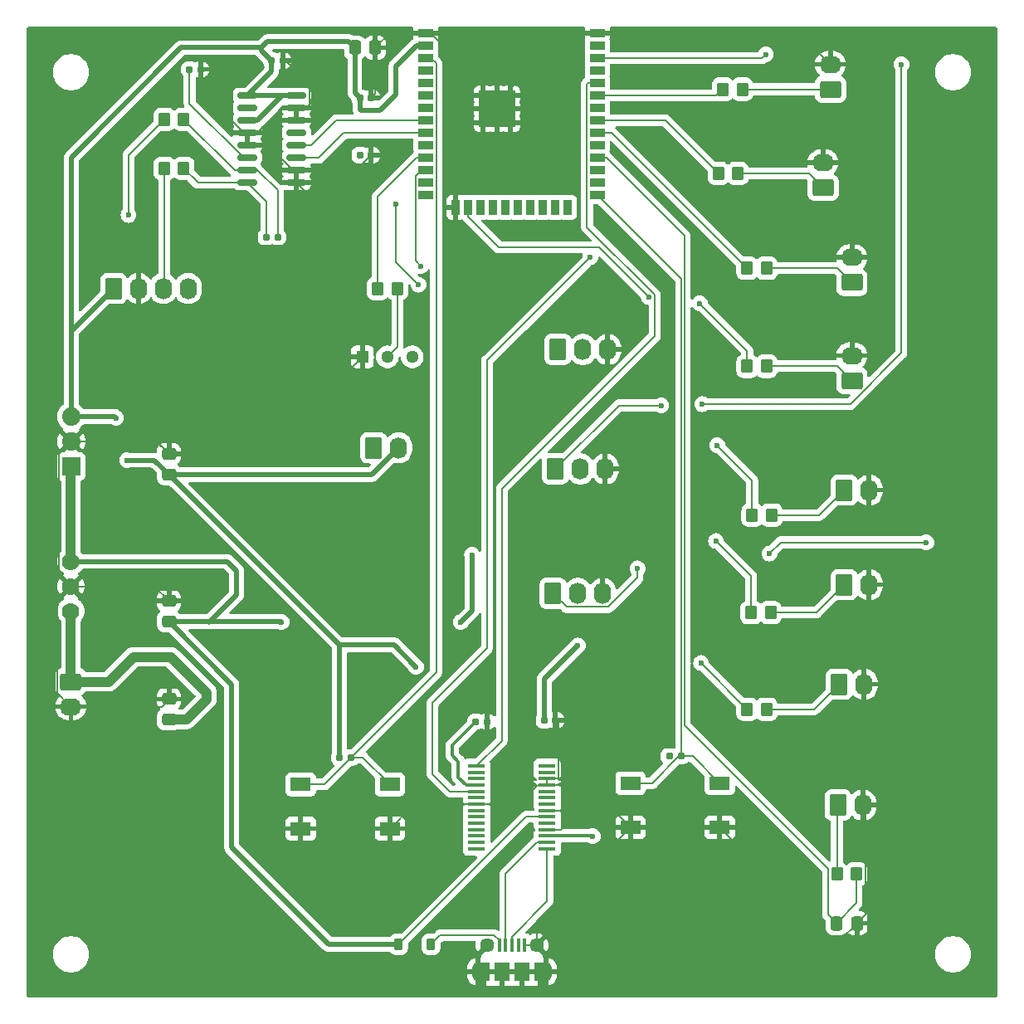
<source format=gbr>
%TF.GenerationSoftware,KiCad,Pcbnew,8.0.8*%
%TF.CreationDate,2025-03-29T16:04:27-05:00*%
%TF.ProjectId,ECE 445 PCBWay Order 4,45434520-3434-4352-9050-434257617920,rev?*%
%TF.SameCoordinates,Original*%
%TF.FileFunction,Copper,L1,Top*%
%TF.FilePolarity,Positive*%
%FSLAX46Y46*%
G04 Gerber Fmt 4.6, Leading zero omitted, Abs format (unit mm)*
G04 Created by KiCad (PCBNEW 8.0.8) date 2025-03-29 16:04:27*
%MOMM*%
%LPD*%
G01*
G04 APERTURE LIST*
G04 Aperture macros list*
%AMRoundRect*
0 Rectangle with rounded corners*
0 $1 Rounding radius*
0 $2 $3 $4 $5 $6 $7 $8 $9 X,Y pos of 4 corners*
0 Add a 4 corners polygon primitive as box body*
4,1,4,$2,$3,$4,$5,$6,$7,$8,$9,$2,$3,0*
0 Add four circle primitives for the rounded corners*
1,1,$1+$1,$2,$3*
1,1,$1+$1,$4,$5*
1,1,$1+$1,$6,$7*
1,1,$1+$1,$8,$9*
0 Add four rect primitives between the rounded corners*
20,1,$1+$1,$2,$3,$4,$5,0*
20,1,$1+$1,$4,$5,$6,$7,0*
20,1,$1+$1,$6,$7,$8,$9,0*
20,1,$1+$1,$8,$9,$2,$3,0*%
G04 Aperture macros list end*
%TA.AperFunction,SMDPad,CuDef*%
%ADD10RoundRect,0.155000X-0.212500X-0.155000X0.212500X-0.155000X0.212500X0.155000X-0.212500X0.155000X0*%
%TD*%
%TA.AperFunction,ComponentPad*%
%ADD11RoundRect,0.250000X-0.620000X-0.845000X0.620000X-0.845000X0.620000X0.845000X-0.620000X0.845000X0*%
%TD*%
%TA.AperFunction,ComponentPad*%
%ADD12O,1.740000X2.190000*%
%TD*%
%TA.AperFunction,ComponentPad*%
%ADD13C,1.879600*%
%TD*%
%TA.AperFunction,ComponentPad*%
%ADD14R,1.879600X1.879600*%
%TD*%
%TA.AperFunction,ComponentPad*%
%ADD15C,1.778000*%
%TD*%
%TA.AperFunction,SMDPad,CuDef*%
%ADD16R,1.750000X0.450000*%
%TD*%
%TA.AperFunction,SMDPad,CuDef*%
%ADD17RoundRect,0.150000X-0.850000X-0.150000X0.850000X-0.150000X0.850000X0.150000X-0.850000X0.150000X0*%
%TD*%
%TA.AperFunction,SMDPad,CuDef*%
%ADD18R,1.500000X0.900000*%
%TD*%
%TA.AperFunction,SMDPad,CuDef*%
%ADD19R,0.900000X1.500000*%
%TD*%
%TA.AperFunction,SMDPad,CuDef*%
%ADD20R,0.900000X0.900000*%
%TD*%
%TA.AperFunction,HeatsinkPad*%
%ADD21C,0.600000*%
%TD*%
%TA.AperFunction,HeatsinkPad*%
%ADD22R,3.800000X3.800000*%
%TD*%
%TA.AperFunction,SMDPad,CuDef*%
%ADD23R,2.100000X1.400000*%
%TD*%
%TA.AperFunction,SMDPad,CuDef*%
%ADD24RoundRect,0.250000X-0.350000X-0.450000X0.350000X-0.450000X0.350000X0.450000X-0.350000X0.450000X0*%
%TD*%
%TA.AperFunction,SMDPad,CuDef*%
%ADD25RoundRect,0.250000X0.350000X0.450000X-0.350000X0.450000X-0.350000X-0.450000X0.350000X-0.450000X0*%
%TD*%
%TA.AperFunction,SMDPad,CuDef*%
%ADD26RoundRect,0.160000X-0.197500X-0.160000X0.197500X-0.160000X0.197500X0.160000X-0.197500X0.160000X0*%
%TD*%
%TA.AperFunction,ComponentPad*%
%ADD27R,1.298000X1.298000*%
%TD*%
%TA.AperFunction,ComponentPad*%
%ADD28C,1.298000*%
%TD*%
%TA.AperFunction,ComponentPad*%
%ADD29RoundRect,0.250000X0.845000X-0.620000X0.845000X0.620000X-0.845000X0.620000X-0.845000X-0.620000X0*%
%TD*%
%TA.AperFunction,ComponentPad*%
%ADD30O,2.190000X1.740000*%
%TD*%
%TA.AperFunction,ComponentPad*%
%ADD31RoundRect,0.250000X-0.845000X0.620000X-0.845000X-0.620000X0.845000X-0.620000X0.845000X0.620000X0*%
%TD*%
%TA.AperFunction,SMDPad,CuDef*%
%ADD32R,0.400000X1.350000*%
%TD*%
%TA.AperFunction,HeatsinkPad*%
%ADD33O,1.200000X1.900000*%
%TD*%
%TA.AperFunction,SMDPad,CuDef*%
%ADD34R,1.200000X1.900000*%
%TD*%
%TA.AperFunction,HeatsinkPad*%
%ADD35C,1.450000*%
%TD*%
%TA.AperFunction,SMDPad,CuDef*%
%ADD36R,1.500000X1.900000*%
%TD*%
%TA.AperFunction,SMDPad,CuDef*%
%ADD37RoundRect,0.225000X-0.225000X-0.375000X0.225000X-0.375000X0.225000X0.375000X-0.225000X0.375000X0*%
%TD*%
%TA.AperFunction,SMDPad,CuDef*%
%ADD38RoundRect,0.250000X-0.337500X-0.475000X0.337500X-0.475000X0.337500X0.475000X-0.337500X0.475000X0*%
%TD*%
%TA.AperFunction,SMDPad,CuDef*%
%ADD39RoundRect,0.250000X-0.475000X0.337500X-0.475000X-0.337500X0.475000X-0.337500X0.475000X0.337500X0*%
%TD*%
%TA.AperFunction,SMDPad,CuDef*%
%ADD40RoundRect,0.250000X0.475000X-0.337500X0.475000X0.337500X-0.475000X0.337500X-0.475000X-0.337500X0*%
%TD*%
%TA.AperFunction,ViaPad*%
%ADD41C,0.600000*%
%TD*%
%TA.AperFunction,Conductor*%
%ADD42C,0.200000*%
%TD*%
%TA.AperFunction,Conductor*%
%ADD43C,0.500000*%
%TD*%
%TA.AperFunction,Conductor*%
%ADD44C,0.350000*%
%TD*%
%TA.AperFunction,Conductor*%
%ADD45C,1.000000*%
%TD*%
G04 APERTURE END LIST*
D10*
%TO.P,C12,1*%
%TO.N,+5V*%
X153297000Y-111125000D03*
%TO.P,C12,2*%
%TO.N,GND*%
X154432000Y-111125000D03*
%TD*%
%TO.P,C11,1*%
%TO.N,+3.3V*%
X134501000Y-53467000D03*
%TO.P,C11,2*%
%TO.N,GND*%
X135636000Y-53467000D03*
%TD*%
%TO.P,C10,1*%
%TO.N,+3.3V*%
X125484000Y-43815000D03*
%TO.P,C10,2*%
%TO.N,GND*%
X126619000Y-43815000D03*
%TD*%
%TO.P,C8,1*%
%TO.N,+3.3V*%
X146312000Y-111252000D03*
%TO.P,C8,2*%
%TO.N,GND*%
X147447000Y-111252000D03*
%TD*%
%TO.P,C7,1*%
%TO.N,Net-(U2-INA+)*%
X124948500Y-61816000D03*
%TO.P,C7,2*%
%TO.N,Net-(U2-INA-)*%
X126083500Y-61816000D03*
%TD*%
%TO.P,C6,1*%
%TO.N,Net-(U2-VBG)*%
X117102000Y-44704000D03*
%TO.P,C6,2*%
%TO.N,GND*%
X118237000Y-44704000D03*
%TD*%
D11*
%TO.P,J14,1,Pin_1*%
%TO.N,Net-(J14-Pin_1)*%
X135890000Y-83312000D03*
D12*
%TO.P,J14,2,Pin_2*%
%TO.N,+3.3V*%
X138430000Y-83312000D03*
%TD*%
D13*
%TO.P,U6,3,OUT*%
%TO.N,+3.3V*%
X105029000Y-80137000D03*
%TO.P,U6,2,GND*%
%TO.N,GND*%
X105029000Y-82677000D03*
D14*
%TO.P,U6,1,IN*%
%TO.N,+5V*%
X105029000Y-85217000D03*
%TD*%
D15*
%TO.P,U5,1,INPUT*%
%TO.N,Net-(J3-Pin_1)*%
X105000000Y-100000000D03*
%TO.P,U5,2,GROUND*%
%TO.N,GND*%
X105000000Y-97460000D03*
%TO.P,U5,3,OUTPUT*%
%TO.N,+5V*%
X105000000Y-94920000D03*
%TD*%
D16*
%TO.P,U4,1,TXD*%
%TO.N,/RXD0*%
X146400000Y-115775000D03*
%TO.P,U4,2,DTR*%
%TO.N,unconnected-(U4-DTR-Pad2)*%
X146400000Y-116425000D03*
%TO.P,U4,3,RTS*%
%TO.N,unconnected-(U4-RTS-Pad3)*%
X146400000Y-117075000D03*
%TO.P,U4,4,VCCIO*%
%TO.N,+3.3V*%
X146400000Y-117725000D03*
%TO.P,U4,5,RXD*%
%TO.N,/TXD0*%
X146400000Y-118375000D03*
%TO.P,U4,6,RI*%
%TO.N,unconnected-(U4-RI-Pad6)*%
X146400000Y-119025000D03*
%TO.P,U4,7,GND*%
%TO.N,GND*%
X146400000Y-119675000D03*
%TO.P,U4,8*%
%TO.N,N/C*%
X146400000Y-120325000D03*
%TO.P,U4,9,DCR*%
%TO.N,unconnected-(U4-DCR-Pad9)*%
X146400000Y-120975000D03*
%TO.P,U4,10,DCD*%
%TO.N,unconnected-(U4-DCD-Pad10)*%
X146400000Y-121625000D03*
%TO.P,U4,11,CTS*%
%TO.N,unconnected-(U4-CTS-Pad11)*%
X146400000Y-122275000D03*
%TO.P,U4,12,CBUS4*%
%TO.N,unconnected-(U4-CBUS4-Pad12)*%
X146400000Y-122925000D03*
%TO.P,U4,13,CBUS2*%
%TO.N,unconnected-(U4-CBUS2-Pad13)*%
X146400000Y-123575000D03*
%TO.P,U4,14,CBUS3*%
%TO.N,unconnected-(U4-CBUS3-Pad14)*%
X146400000Y-124225000D03*
%TO.P,U4,15,USBD+*%
%TO.N,/D+*%
X153600000Y-124225000D03*
%TO.P,U4,16,USBD-*%
%TO.N,/D-*%
X153600000Y-123575000D03*
%TO.P,U4,17,3V3OUT*%
%TO.N,+3.3V*%
X153600000Y-122925000D03*
%TO.P,U4,18,GND*%
%TO.N,GND*%
X153600000Y-122275000D03*
%TO.P,U4,19,~{RESET}*%
%TO.N,unconnected-(U4-~{RESET}-Pad19)*%
X153600000Y-121625000D03*
%TO.P,U4,20,VCC*%
%TO.N,+5V*%
X153600000Y-120975000D03*
%TO.P,U4,21,GND*%
%TO.N,GND*%
X153600000Y-120325000D03*
%TO.P,U4,22,CBUS1*%
%TO.N,unconnected-(U4-CBUS1-Pad22)*%
X153600000Y-119675000D03*
%TO.P,U4,23,CBUS0*%
%TO.N,unconnected-(U4-CBUS0-Pad23)*%
X153600000Y-119025000D03*
%TO.P,U4,24*%
%TO.N,N/C*%
X153600000Y-118375000D03*
%TO.P,U4,25,AGND*%
%TO.N,GND*%
X153600000Y-117725000D03*
%TO.P,U4,26,TEST*%
X153600000Y-117075000D03*
%TO.P,U4,27,OSCI*%
%TO.N,unconnected-(U4-OSCI-Pad27)*%
X153600000Y-116425000D03*
%TO.P,U4,28,OSCO*%
%TO.N,unconnected-(U4-OSCO-Pad28)*%
X153600000Y-115775000D03*
%TD*%
D17*
%TO.P,U2,1,VSUP*%
%TO.N,+3.3V*%
X123016000Y-47371000D03*
%TO.P,U2,2,BASE*%
%TO.N,unconnected-(U2-BASE-Pad2)*%
X123016000Y-48641000D03*
%TO.P,U2,3,AVDD*%
%TO.N,+3.3V*%
X123016000Y-49911000D03*
%TO.P,U2,4,VFB*%
%TO.N,GND*%
X123016000Y-51181000D03*
%TO.P,U2,5,AGND*%
X123016000Y-52451000D03*
%TO.P,U2,6,VBG*%
%TO.N,Net-(U2-VBG)*%
X123016000Y-53721000D03*
%TO.P,U2,7,INA-*%
%TO.N,Net-(U2-INA-)*%
X123016000Y-54991000D03*
%TO.P,U2,8,INA+*%
%TO.N,Net-(U2-INA+)*%
X123016000Y-56261000D03*
%TO.P,U2,9,INB-*%
%TO.N,GND*%
X128016000Y-56261000D03*
%TO.P,U2,10,INB+*%
X128016000Y-54991000D03*
%TO.P,U2,11,PD_SCK*%
%TO.N,/HX711 PD_SCK*%
X128016000Y-53721000D03*
%TO.P,U2,12,DOUT*%
%TO.N,/HX711 Digital Output*%
X128016000Y-52451000D03*
%TO.P,U2,13,XO*%
%TO.N,unconnected-(U2-XO-Pad13)*%
X128016000Y-51181000D03*
%TO.P,U2,14,XI*%
%TO.N,GND*%
X128016000Y-49911000D03*
%TO.P,U2,15,RATE*%
X128016000Y-48641000D03*
%TO.P,U2,16,DVDD*%
%TO.N,+3.3V*%
X128016000Y-47371000D03*
%TD*%
D18*
%TO.P,U1,1,GND*%
%TO.N,GND*%
X141210000Y-41021000D03*
%TO.P,U1,2,VDD*%
%TO.N,+3.3V*%
X141210000Y-42291000D03*
%TO.P,U1,3,EN*%
%TO.N,Net-(U1-EN)*%
X141210000Y-43561000D03*
%TO.P,U1,4,SENSOR_VP*%
%TO.N,unconnected-(U1-SENSOR_VP-Pad4)*%
X141210000Y-44831000D03*
%TO.P,U1,5,SENSOR_VN*%
%TO.N,unconnected-(U1-SENSOR_VN-Pad5)*%
X141210000Y-46101000D03*
%TO.P,U1,6,IO34*%
%TO.N,unconnected-(U1-IO34-Pad6)*%
X141210000Y-47371000D03*
%TO.P,U1,7,IO35*%
%TO.N,unconnected-(U1-IO35-Pad7)*%
X141210000Y-48641000D03*
%TO.P,U1,8,IO32*%
%TO.N,/HX711 Digital Output*%
X141210000Y-49911000D03*
%TO.P,U1,9,IO33*%
%TO.N,/HX711 PD_SCK*%
X141210000Y-51181000D03*
%TO.P,U1,10,IO25*%
%TO.N,/Servo Signal 3*%
X141210000Y-52451000D03*
%TO.P,U1,11,IO26*%
%TO.N,/Vibration Motor*%
X141210000Y-53721000D03*
%TO.P,U1,12,IO27*%
%TO.N,/Bluetooth LED*%
X141210000Y-54991000D03*
%TO.P,U1,13,IO14*%
%TO.N,/Container 2 LED*%
X141210000Y-56261000D03*
%TO.P,U1,14,IO12*%
%TO.N,unconnected-(U1-IO12-Pad14)*%
X141210000Y-57531000D03*
D19*
%TO.P,U1,15,GND*%
%TO.N,GND*%
X144250000Y-58781000D03*
%TO.P,U1,16,IO13*%
%TO.N,/Container 1 LED*%
X145520000Y-58781000D03*
%TO.P,U1,17,SHD/SD2*%
%TO.N,unconnected-(U1-SHD{slash}SD2-Pad17)*%
X146790000Y-58781000D03*
%TO.P,U1,18,SWP/SD3*%
%TO.N,unconnected-(U1-SWP{slash}SD3-Pad18)*%
X148060000Y-58781000D03*
%TO.P,U1,19,SCS/CMD*%
%TO.N,unconnected-(U1-SCS{slash}CMD-Pad19)*%
X149330000Y-58781000D03*
%TO.P,U1,20,SCK/CLK*%
%TO.N,unconnected-(U1-SCK{slash}CLK-Pad20)*%
X150600000Y-58781000D03*
%TO.P,U1,21,SDO/SD0*%
%TO.N,unconnected-(U1-SDO{slash}SD0-Pad21)*%
X151870000Y-58781000D03*
%TO.P,U1,22,SDI/SD1*%
%TO.N,unconnected-(U1-SDI{slash}SD1-Pad22)*%
X153140000Y-58781000D03*
%TO.P,U1,23,IO15*%
%TO.N,unconnected-(U1-IO15-Pad23)*%
X154410000Y-58781000D03*
%TO.P,U1,24,IO2*%
%TO.N,unconnected-(U1-IO2-Pad24)*%
X155680000Y-58781000D03*
D18*
%TO.P,U1,25,IO0*%
%TO.N,Net-(U1-IO0)*%
X158710000Y-57531000D03*
%TO.P,U1,26,IO4*%
%TO.N,unconnected-(U1-IO4-Pad26)*%
X158710000Y-56261000D03*
%TO.P,U1,27,IO16*%
%TO.N,/Container 3 LED*%
X158710000Y-54991000D03*
%TO.P,U1,28,IO17*%
%TO.N,/Bluetooth Button*%
X158710000Y-53721000D03*
%TO.P,U1,29,IO5*%
%TO.N,unconnected-(U1-IO5-Pad29)*%
X158710000Y-52451000D03*
%TO.P,U1,30,IO18*%
%TO.N,/Power LED*%
X158710000Y-51181000D03*
%TO.P,U1,31,IO19*%
%TO.N,/Refill LED*%
X158710000Y-49911000D03*
%TO.P,U1,32,NC*%
%TO.N,unconnected-(U1-NC-Pad32)*%
X158710000Y-48641000D03*
%TO.P,U1,33,IO21*%
%TO.N,/Dispensing LED*%
X158710000Y-47371000D03*
%TO.P,U1,34,RXD0/IO3*%
%TO.N,/RXD0*%
X158710000Y-46101000D03*
%TO.P,U1,35,TXD0/IO1*%
%TO.N,/TXD0*%
X158710000Y-44831000D03*
%TO.P,U1,36,IO22*%
%TO.N,/Servo Signal 1*%
X158710000Y-43561000D03*
%TO.P,U1,37,IO23*%
%TO.N,/Servo Signal 2*%
X158710000Y-42291000D03*
%TO.P,U1,38,GND*%
%TO.N,GND*%
X158710000Y-41021000D03*
D20*
%TO.P,U1,39,GND*%
X147060000Y-47341000D03*
D21*
X147060000Y-48041000D03*
D20*
X147060000Y-48741000D03*
D21*
X147060000Y-49441000D03*
D20*
X147060000Y-50141000D03*
D21*
X147760000Y-47341000D03*
X147760000Y-48741000D03*
X147760000Y-50141000D03*
X148435000Y-48041000D03*
X148435000Y-49441000D03*
D20*
X148460000Y-47341000D03*
X148460000Y-48741000D03*
D22*
X148460000Y-48741000D03*
D20*
X148460000Y-50141000D03*
D21*
X149160000Y-47341000D03*
X149160000Y-48741000D03*
X149160000Y-50141000D03*
D20*
X149860000Y-47341000D03*
D21*
X149860000Y-48041000D03*
D20*
X149860000Y-48741000D03*
D21*
X149860000Y-49441000D03*
D20*
X149860000Y-50141000D03*
%TD*%
D23*
%TO.P,SW3,1*%
%TO.N,Net-(U1-EN)*%
X128441000Y-117674000D03*
%TO.P,SW3,2*%
X137541000Y-117674000D03*
%TO.P,SW3,3*%
%TO.N,GND*%
X128441000Y-122174000D03*
%TO.P,SW3,4*%
X137541000Y-122174000D03*
%TD*%
%TO.P,SW1,1*%
%TO.N,Net-(U1-IO0)*%
X162096000Y-117547000D03*
%TO.P,SW1,2*%
X171196000Y-117547000D03*
%TO.P,SW1,3*%
%TO.N,GND*%
X162096000Y-122047000D03*
%TO.P,SW1,4*%
X171196000Y-122047000D03*
%TD*%
D24*
%TO.P,R13,1*%
%TO.N,/Singal -*%
X114516000Y-49816000D03*
%TO.P,R13,2*%
%TO.N,Net-(U2-INA-)*%
X116516000Y-49816000D03*
%TD*%
%TO.P,R12,2*%
%TO.N,Net-(U2-INA+)*%
X116516000Y-54816000D03*
%TO.P,R12,1*%
%TO.N,/Signal +*%
X114516000Y-54816000D03*
%TD*%
D25*
%TO.P,R11,1*%
%TO.N,Net-(J15-Pin_1)*%
X176000000Y-75000000D03*
%TO.P,R11,2*%
%TO.N,/Bluetooth LED*%
X174000000Y-75000000D03*
%TD*%
D24*
%TO.P,R10,1*%
%TO.N,/Vibration Motor*%
X136303000Y-67056000D03*
%TO.P,R10,2*%
%TO.N,Net-(Q1-Pad2)*%
X138303000Y-67056000D03*
%TD*%
D25*
%TO.P,R9,1*%
%TO.N,Net-(J10-Pin_1)*%
X176508000Y-90188000D03*
%TO.P,R9,2*%
%TO.N,/Container 3 LED*%
X174508000Y-90188000D03*
%TD*%
%TO.P,R8,2*%
%TO.N,/Container 2 LED*%
X174000000Y-110000000D03*
%TO.P,R8,1*%
%TO.N,Net-(J9-Pin_1)*%
X176000000Y-110000000D03*
%TD*%
%TO.P,R7,1*%
%TO.N,Net-(J8-Pin_1)*%
X176381000Y-100139000D03*
%TO.P,R7,2*%
%TO.N,/Container 1 LED*%
X174381000Y-100139000D03*
%TD*%
D24*
%TO.P,R6,1*%
%TO.N,Net-(J7-Pin_1)*%
X183150000Y-126826000D03*
%TO.P,R6,2*%
%TO.N,/Bluetooth Button*%
X185150000Y-126826000D03*
%TD*%
D25*
%TO.P,R5,1*%
%TO.N,Net-(J6-Pin_1)*%
X173499000Y-46736000D03*
%TO.P,R5,2*%
%TO.N,/Dispensing LED*%
X171499000Y-46736000D03*
%TD*%
%TO.P,R4,1*%
%TO.N,Net-(J5-Pin_1)*%
X176000000Y-65000000D03*
%TO.P,R4,2*%
%TO.N,/Power LED*%
X174000000Y-65000000D03*
%TD*%
%TO.P,R3,1*%
%TO.N,Net-(J4-Pin_1)*%
X173059000Y-55315000D03*
%TO.P,R3,2*%
%TO.N,/Refill LED*%
X171059000Y-55315000D03*
%TD*%
D26*
%TO.P,R2,1*%
%TO.N,+3.3V*%
X166048500Y-114797000D03*
%TO.P,R2,2*%
%TO.N,Net-(U1-IO0)*%
X167243500Y-114797000D03*
%TD*%
%TO.P,R1,1*%
%TO.N,+3.3V*%
X132393500Y-114924000D03*
%TO.P,R1,2*%
%TO.N,Net-(U1-EN)*%
X133588500Y-114924000D03*
%TD*%
D27*
%TO.P,Q1,1*%
%TO.N,GND*%
X134747000Y-74041000D03*
D28*
%TO.P,Q1,2*%
%TO.N,Net-(Q1-Pad2)*%
X137287000Y-74041000D03*
%TO.P,Q1,3*%
%TO.N,Net-(J14-Pin_1)*%
X139827000Y-74041000D03*
%TD*%
D29*
%TO.P,J15,1,Pin_1*%
%TO.N,Net-(J15-Pin_1)*%
X184678000Y-76454000D03*
D30*
%TO.P,J15,2,Pin_2*%
%TO.N,GND*%
X184678000Y-73914000D03*
%TD*%
D11*
%TO.P,J13,1,Pin_1*%
%TO.N,/Servo Signal 3*%
X154686000Y-73279000D03*
D12*
%TO.P,J13,2,Pin_2*%
%TO.N,+5V*%
X157226000Y-73279000D03*
%TO.P,J13,3,Pin_3*%
%TO.N,GND*%
X159766000Y-73279000D03*
%TD*%
D11*
%TO.P,J12,1,Pin_1*%
%TO.N,/Servo Signal 2*%
X154432000Y-85471000D03*
D12*
%TO.P,J12,2,Pin_2*%
%TO.N,+5V*%
X156972000Y-85471000D03*
%TO.P,J12,3,Pin_3*%
%TO.N,GND*%
X159512000Y-85471000D03*
%TD*%
D11*
%TO.P,J11,1,Pin_1*%
%TO.N,/Servo Signal 1*%
X154178000Y-98171000D03*
D12*
%TO.P,J11,2,Pin_2*%
%TO.N,+5V*%
X156718000Y-98171000D03*
%TO.P,J11,3,Pin_3*%
%TO.N,GND*%
X159258000Y-98171000D03*
%TD*%
D11*
%TO.P,J10,1,Pin_1*%
%TO.N,Net-(J10-Pin_1)*%
X183896000Y-87630000D03*
D12*
%TO.P,J10,2,Pin_2*%
%TO.N,GND*%
X186436000Y-87630000D03*
%TD*%
D11*
%TO.P,J9,1,Pin_1*%
%TO.N,Net-(J9-Pin_1)*%
X183388000Y-107442000D03*
D12*
%TO.P,J9,2,Pin_2*%
%TO.N,GND*%
X185928000Y-107442000D03*
%TD*%
D11*
%TO.P,J8,1,Pin_1*%
%TO.N,Net-(J8-Pin_1)*%
X183896000Y-97282000D03*
D12*
%TO.P,J8,2,Pin_2*%
%TO.N,GND*%
X186436000Y-97282000D03*
%TD*%
D11*
%TO.P,J7,1,Pin_1*%
%TO.N,Net-(J7-Pin_1)*%
X183261000Y-119761000D03*
D12*
%TO.P,J7,2,Pin_2*%
%TO.N,GND*%
X185801000Y-119761000D03*
%TD*%
D29*
%TO.P,J6,1,Pin_1*%
%TO.N,Net-(J6-Pin_1)*%
X182499000Y-46736000D03*
D30*
%TO.P,J6,2,Pin_2*%
%TO.N,GND*%
X182499000Y-44196000D03*
%TD*%
D29*
%TO.P,J5,1,Pin_1*%
%TO.N,Net-(J5-Pin_1)*%
X184678000Y-66454000D03*
D30*
%TO.P,J5,2,Pin_2*%
%TO.N,GND*%
X184678000Y-63914000D03*
%TD*%
D29*
%TO.P,J4,1,Pin_1*%
%TO.N,Net-(J4-Pin_1)*%
X181737000Y-56769000D03*
D30*
%TO.P,J4,2,Pin_2*%
%TO.N,GND*%
X181737000Y-54229000D03*
%TD*%
D31*
%TO.P,J3,1,Pin_1*%
%TO.N,Net-(J3-Pin_1)*%
X105000000Y-107188000D03*
D30*
%TO.P,J3,2,Pin_2*%
%TO.N,GND*%
X105000000Y-109728000D03*
%TD*%
D32*
%TO.P,J2,1,VBUS*%
%TO.N,Net-(D2-A)*%
X148700000Y-134079000D03*
%TO.P,J2,2,D-*%
%TO.N,/D-*%
X149350000Y-134079000D03*
%TO.P,J2,3,D+*%
%TO.N,/D+*%
X150000000Y-134079000D03*
%TO.P,J2,4,ID*%
%TO.N,unconnected-(J2-ID-Pad4)*%
X150650000Y-134079000D03*
%TO.P,J2,5,GND*%
%TO.N,GND*%
X151300000Y-134079000D03*
D33*
%TO.P,J2,6,Shield*%
X146500000Y-136779000D03*
D34*
X147100000Y-136779000D03*
D35*
X147500000Y-134079000D03*
D36*
X149000000Y-136779000D03*
X151000000Y-136779000D03*
D35*
X152500000Y-134079000D03*
D34*
X152900000Y-136779000D03*
D33*
X153500000Y-136779000D03*
%TD*%
D11*
%TO.P,J1,1,Pin_1*%
%TO.N,+3.3V*%
X109347000Y-67056000D03*
D12*
%TO.P,J1,2,Pin_2*%
%TO.N,GND*%
X111887000Y-67056000D03*
%TO.P,J1,3,Pin_3*%
%TO.N,/Signal +*%
X114427000Y-67056000D03*
%TO.P,J1,4,Pin_4*%
%TO.N,/Singal -*%
X116967000Y-67056000D03*
%TD*%
D37*
%TO.P,D2,1,K*%
%TO.N,+5V*%
X138432000Y-133985000D03*
%TO.P,D2,2,A*%
%TO.N,Net-(D2-A)*%
X141732000Y-133985000D03*
%TD*%
D38*
%TO.P,C9,1*%
%TO.N,/Bluetooth Button*%
X183112500Y-131826000D03*
%TO.P,C9,2*%
%TO.N,GND*%
X185187500Y-131826000D03*
%TD*%
D10*
%TO.P,C5,1*%
%TO.N,+3.3V*%
X134501000Y-47625000D03*
%TO.P,C5,2*%
%TO.N,GND*%
X135636000Y-47625000D03*
%TD*%
D38*
%TO.P,C4,1*%
%TO.N,+3.3V*%
X133962500Y-42500000D03*
%TO.P,C4,2*%
%TO.N,GND*%
X136037500Y-42500000D03*
%TD*%
D39*
%TO.P,C3,1*%
%TO.N,GND*%
X115000000Y-108962500D03*
%TO.P,C3,2*%
%TO.N,Net-(J3-Pin_1)*%
X115000000Y-111037500D03*
%TD*%
D40*
%TO.P,C2,2*%
%TO.N,GND*%
X115000000Y-83962500D03*
%TO.P,C2,1*%
%TO.N,+3.3V*%
X115000000Y-86037500D03*
%TD*%
%TO.P,C1,1*%
%TO.N,+5V*%
X115000000Y-101037500D03*
%TO.P,C1,2*%
%TO.N,GND*%
X115000000Y-98962500D03*
%TD*%
D41*
%TO.N,/Servo Signal 2*%
X189738000Y-44196000D03*
X158710000Y-42291000D03*
X169418000Y-78867000D03*
X165227000Y-78994000D03*
%TO.N,/Servo Signal 1*%
X162814000Y-95631000D03*
X192278000Y-92964000D03*
X175895000Y-43180000D03*
X176276000Y-94107000D03*
%TO.N,+5V*%
X144780000Y-101092000D03*
X145923000Y-94234000D03*
X126492000Y-101092000D03*
%TO.N,+3.3V*%
X140208000Y-105664000D03*
X110744000Y-84582000D03*
X109601000Y-80264000D03*
%TO.N,GND*%
X147447000Y-111252000D03*
%TO.N,+3.3V*%
X146312000Y-111252000D03*
X158242000Y-122936000D03*
X166048500Y-114797000D03*
%TO.N,/TXD0*%
X157988000Y-63881000D03*
X158710000Y-44831000D03*
%TO.N,+5V*%
X156718000Y-103505000D03*
%TO.N,/Container 2 LED*%
X141210000Y-56261000D03*
X169291000Y-105283000D03*
%TO.N,/Container 1 LED*%
X163957000Y-67945000D03*
X170815000Y-92837000D03*
%TO.N,/Container 3 LED*%
X170942000Y-83058000D03*
X158710000Y-54991000D03*
%TO.N,/Servo Signal 3*%
X138176000Y-58420000D03*
X140462000Y-66675000D03*
X141210000Y-52451000D03*
%TO.N,/Bluetooth LED*%
X140716000Y-64770000D03*
X169164000Y-68580000D03*
%TO.N,GND*%
X144250000Y-58781000D03*
%TO.N,+3.3V*%
X134501000Y-53467000D03*
%TO.N,/Singal -*%
X110871000Y-59563000D03*
%TD*%
D42*
%TO.N,/Servo Signal 2*%
X189738000Y-73643744D02*
X189738000Y-44196000D01*
X184514744Y-78867000D02*
X189738000Y-73643744D01*
X169418000Y-78867000D02*
X184514744Y-78867000D01*
X160909000Y-78994000D02*
X165227000Y-78994000D01*
X154432000Y-85471000D02*
X160909000Y-78994000D01*
%TO.N,/Servo Signal 1*%
X158710000Y-43561000D02*
X175514000Y-43561000D01*
X162814000Y-96560471D02*
X159808471Y-99566000D01*
X159808471Y-99566000D02*
X155573000Y-99566000D01*
X155573000Y-99566000D02*
X154178000Y-98171000D01*
X192278000Y-92964000D02*
X177419000Y-92964000D01*
X175514000Y-43561000D02*
X175895000Y-43180000D01*
X162814000Y-95631000D02*
X162814000Y-96560471D01*
X177419000Y-92964000D02*
X176276000Y-94107000D01*
%TO.N,GND*%
X105000000Y-97460000D02*
X103605000Y-98855000D01*
X103605000Y-98855000D02*
X103605000Y-108333000D01*
X103605000Y-108333000D02*
X105000000Y-109728000D01*
X105029000Y-82677000D02*
X103789200Y-83916800D01*
X103789200Y-83916800D02*
X103789200Y-96249200D01*
X103789200Y-96249200D02*
X105000000Y-97460000D01*
X147060000Y-50141000D02*
X147060000Y-47341000D01*
X149860000Y-50141000D02*
X147060000Y-50141000D01*
X149860000Y-47341000D02*
X149860000Y-50141000D01*
X147060000Y-47341000D02*
X149860000Y-47341000D01*
X158710000Y-41021000D02*
X155480000Y-41021000D01*
X155480000Y-41021000D02*
X149160000Y-47341000D01*
D43*
%TO.N,+3.3V*%
X141210000Y-42291000D02*
X140260000Y-42291000D01*
X140260000Y-42291000D02*
X138176000Y-44375000D01*
X138176000Y-44375000D02*
X138176000Y-47244000D01*
X138176000Y-47244000D02*
X136525000Y-48895000D01*
X136525000Y-48895000D02*
X134620000Y-48895000D01*
X134620000Y-48895000D02*
X134501000Y-48776000D01*
X134501000Y-48776000D02*
X134501000Y-47625000D01*
D42*
%TO.N,/RXD0*%
X158710000Y-46101000D02*
X157760000Y-46101000D01*
X157660000Y-46201000D02*
X157660000Y-60799471D01*
X157660000Y-60799471D02*
X164557000Y-67696471D01*
X164557000Y-67696471D02*
X164557000Y-71917000D01*
X157760000Y-46101000D02*
X157660000Y-46201000D01*
X164557000Y-71917000D02*
X148971000Y-87503000D01*
X148971000Y-87503000D02*
X148971000Y-113204000D01*
X148971000Y-113204000D02*
X146400000Y-115775000D01*
%TO.N,/TXD0*%
X143648000Y-118375000D02*
X146400000Y-118375000D01*
X143648000Y-118375000D02*
X141894000Y-116621000D01*
X141894000Y-116621000D02*
X141894000Y-109352471D01*
X141894000Y-109352471D02*
X147450000Y-103796471D01*
X147450000Y-103796471D02*
X147450000Y-74419000D01*
X147450000Y-74419000D02*
X157988000Y-63881000D01*
D44*
%TO.N,+3.3V*%
X145325000Y-117725000D02*
X144526000Y-116926000D01*
X144526000Y-116926000D02*
X144526000Y-115316000D01*
X144526000Y-115316000D02*
X143891000Y-114681000D01*
X143891000Y-114681000D02*
X143891000Y-113673000D01*
X146400000Y-117725000D02*
X145325000Y-117725000D01*
X143891000Y-113673000D02*
X146312000Y-111252000D01*
D43*
X124432500Y-42500000D02*
X124432500Y-42763500D01*
X124432500Y-42763500D02*
X125484000Y-43815000D01*
%TO.N,+5V*%
X115000000Y-101037500D02*
X126437500Y-101037500D01*
X126437500Y-101037500D02*
X126492000Y-101092000D01*
X144780000Y-101092000D02*
X145923000Y-99949000D01*
X145923000Y-99949000D02*
X145923000Y-94234000D01*
%TO.N,+3.3V*%
X137975000Y-103431000D02*
X140208000Y-105664000D01*
X132393500Y-103431000D02*
X137975000Y-103431000D01*
X105029000Y-80137000D02*
X109474000Y-80137000D01*
X109474000Y-80137000D02*
X109601000Y-80264000D01*
X110744000Y-84582000D02*
X113544500Y-84582000D01*
X113544500Y-84582000D02*
X115000000Y-86037500D01*
%TO.N,+5V*%
X121920000Y-98298000D02*
X121920000Y-95885000D01*
X120955000Y-94920000D02*
X105000000Y-94920000D01*
X115000000Y-101037500D02*
X119071500Y-101037500D01*
X119071500Y-101037500D02*
X119126000Y-101092000D01*
X119126000Y-101092000D02*
X121920000Y-98298000D01*
X121920000Y-95885000D02*
X120955000Y-94920000D01*
D42*
%TO.N,Net-(U2-VBG)*%
X117102000Y-44704000D02*
X117102000Y-48177552D01*
X117102000Y-48177552D02*
X122645448Y-53721000D01*
X122645448Y-53721000D02*
X123016000Y-53721000D01*
%TO.N,GND*%
X122645448Y-51181000D02*
X123016000Y-51181000D01*
X118237000Y-44704000D02*
X118237000Y-46772552D01*
X118237000Y-46772552D02*
X122645448Y-51181000D01*
D45*
%TO.N,Net-(J3-Pin_1)*%
X115189000Y-104648000D02*
X118872000Y-108331000D01*
X105000000Y-107188000D02*
X108839000Y-107188000D01*
X111379000Y-104648000D02*
X115189000Y-104648000D01*
X108839000Y-107188000D02*
X111379000Y-104648000D01*
X118872000Y-108331000D02*
X118872000Y-108966000D01*
X116800500Y-111037500D02*
X115000000Y-111037500D01*
X118872000Y-108966000D02*
X116800500Y-111037500D01*
D42*
%TO.N,GND*%
X126619000Y-43815000D02*
X126882500Y-43815000D01*
X126882500Y-43815000D02*
X129316000Y-46248500D01*
D43*
%TO.N,+3.3V*%
X123016000Y-47371000D02*
X125484000Y-44903000D01*
X125484000Y-44903000D02*
X125484000Y-43815000D01*
D42*
%TO.N,GND*%
X152500000Y-134079000D02*
X152500000Y-131643000D01*
X152500000Y-131643000D02*
X162096000Y-122047000D01*
X154432000Y-111125000D02*
X154775000Y-111468000D01*
X154775000Y-111468000D02*
X154775000Y-116975000D01*
X154775000Y-116975000D02*
X154675000Y-117075000D01*
X154675000Y-117075000D02*
X153600000Y-117075000D01*
X158710000Y-41021000D02*
X179324000Y-41021000D01*
X179324000Y-41021000D02*
X182499000Y-44196000D01*
D44*
%TO.N,+3.3V*%
X158231000Y-122925000D02*
X158242000Y-122936000D01*
X153600000Y-122925000D02*
X158231000Y-122925000D01*
D43*
%TO.N,+5V*%
X131318000Y-133985000D02*
X121412000Y-124079000D01*
X121412000Y-124079000D02*
X121412000Y-107449500D01*
X138432000Y-133985000D02*
X131318000Y-133985000D01*
X121412000Y-107449500D02*
X115000000Y-101037500D01*
X153297000Y-106926000D02*
X153297000Y-111125000D01*
X156718000Y-103505000D02*
X153297000Y-106926000D01*
D42*
%TO.N,/Container 2 LED*%
X174000000Y-109992000D02*
X169291000Y-105283000D01*
X174000000Y-110000000D02*
X174000000Y-109992000D01*
%TO.N,/Container 1 LED*%
X174381000Y-96403000D02*
X170815000Y-92837000D01*
X174381000Y-100139000D02*
X174381000Y-96403000D01*
X163957000Y-67945000D02*
X158877000Y-62865000D01*
X158877000Y-62865000D02*
X148654000Y-62865000D01*
X148654000Y-62865000D02*
X145520000Y-59731000D01*
X145520000Y-59731000D02*
X145520000Y-58781000D01*
%TO.N,/Container 3 LED*%
X174508000Y-90188000D02*
X174508000Y-86624000D01*
X174508000Y-86624000D02*
X170942000Y-83058000D01*
%TO.N,Net-(J10-Pin_1)*%
X176508000Y-90188000D02*
X181338000Y-90188000D01*
X181338000Y-90188000D02*
X183896000Y-87630000D01*
%TO.N,Net-(J8-Pin_1)*%
X176381000Y-100139000D02*
X181039000Y-100139000D01*
X181039000Y-100139000D02*
X183896000Y-97282000D01*
%TO.N,Net-(J9-Pin_1)*%
X176000000Y-110000000D02*
X180830000Y-110000000D01*
X180830000Y-110000000D02*
X183388000Y-107442000D01*
%TO.N,GND*%
X171196000Y-122047000D02*
X182626000Y-133477000D01*
X182626000Y-133477000D02*
X183536500Y-133477000D01*
X183536500Y-133477000D02*
X185187500Y-131826000D01*
%TO.N,/Bluetooth Button*%
X158710000Y-53721000D02*
X159660000Y-53721000D01*
X159660000Y-53721000D02*
X167643500Y-61704500D01*
X167643500Y-61704500D02*
X167643500Y-111636500D01*
X167643500Y-111636500D02*
X182250000Y-126243000D01*
X182250000Y-126243000D02*
X182250000Y-130963500D01*
X182250000Y-130963500D02*
X183112500Y-131826000D01*
%TO.N,Net-(J7-Pin_1)*%
X183150000Y-126826000D02*
X183150000Y-119872000D01*
X183150000Y-119872000D02*
X183261000Y-119761000D01*
%TO.N,GND*%
X185187500Y-131826000D02*
X186050000Y-130963500D01*
X186050000Y-130963500D02*
X186050000Y-120010000D01*
X186050000Y-120010000D02*
X185801000Y-119761000D01*
%TO.N,/Bluetooth Button*%
X185150000Y-126826000D02*
X185150000Y-129788500D01*
X185150000Y-129788500D02*
X183112500Y-131826000D01*
%TO.N,/Servo Signal 3*%
X140462000Y-66675000D02*
X138176000Y-64389000D01*
X138176000Y-64389000D02*
X138176000Y-58420000D01*
%TO.N,/Bluetooth LED*%
X174000000Y-75000000D02*
X174000000Y-73416000D01*
X174000000Y-73416000D02*
X169164000Y-68580000D01*
X140160000Y-55547000D02*
X140716000Y-54991000D01*
X140716000Y-64770000D02*
X140160000Y-64214000D01*
X140160000Y-64214000D02*
X140160000Y-55547000D01*
X140716000Y-54991000D02*
X141210000Y-54991000D01*
%TO.N,Net-(J15-Pin_1)*%
X176000000Y-75000000D02*
X183224000Y-75000000D01*
X183224000Y-75000000D02*
X184678000Y-76454000D01*
%TO.N,Net-(J5-Pin_1)*%
X176000000Y-65000000D02*
X183224000Y-65000000D01*
X183224000Y-65000000D02*
X184678000Y-66454000D01*
%TO.N,Net-(J4-Pin_1)*%
X173059000Y-55315000D02*
X180283000Y-55315000D01*
X180283000Y-55315000D02*
X181737000Y-56769000D01*
%TO.N,Net-(J6-Pin_1)*%
X173499000Y-46736000D02*
X182499000Y-46736000D01*
%TO.N,GND*%
X128016000Y-56261000D02*
X134747000Y-62992000D01*
X134747000Y-62992000D02*
X134747000Y-74041000D01*
X115000000Y-83962500D02*
X124825500Y-83962500D01*
X124825500Y-83962500D02*
X134747000Y-74041000D01*
%TO.N,Net-(Q1-Pad2)*%
X138303000Y-67056000D02*
X138303000Y-73025000D01*
X138303000Y-73025000D02*
X137287000Y-74041000D01*
%TO.N,/Vibration Motor*%
X136303000Y-67056000D02*
X136303000Y-57678000D01*
X136303000Y-57678000D02*
X140260000Y-53721000D01*
X140260000Y-53721000D02*
X141210000Y-53721000D01*
%TO.N,+5V*%
X138432000Y-133985000D02*
X151442000Y-120975000D01*
X151442000Y-120975000D02*
X153600000Y-120975000D01*
%TO.N,Net-(D2-A)*%
X141732000Y-133985000D02*
X142663000Y-133054000D01*
X142663000Y-133054000D02*
X148167000Y-133054000D01*
X148167000Y-133054000D02*
X148700000Y-133587000D01*
X148700000Y-133587000D02*
X148700000Y-134079000D01*
%TO.N,GND*%
X149000000Y-136779000D02*
X147100000Y-136779000D01*
X149000000Y-136779000D02*
X151000000Y-136779000D01*
X151000000Y-136779000D02*
X152900000Y-136779000D01*
X151300000Y-134079000D02*
X152500000Y-134079000D01*
%TO.N,/D+*%
X150000000Y-134079000D02*
X150000000Y-133204000D01*
X150000000Y-133204000D02*
X153600000Y-129604000D01*
X153600000Y-129604000D02*
X153600000Y-124225000D01*
%TO.N,/D-*%
X149350000Y-134079000D02*
X149350000Y-126775000D01*
X149350000Y-126775000D02*
X152550000Y-123575000D01*
X152550000Y-123575000D02*
X153600000Y-123575000D01*
%TO.N,GND*%
X162096000Y-122047000D02*
X161947000Y-121898000D01*
X154966000Y-122275000D02*
X153600000Y-122275000D01*
X161947000Y-121898000D02*
X155343000Y-121898000D01*
X155343000Y-121898000D02*
X154966000Y-122275000D01*
X162096000Y-122047000D02*
X160374000Y-120325000D01*
X160374000Y-120325000D02*
X153600000Y-120325000D01*
X153600000Y-117725000D02*
X157774000Y-117725000D01*
X157774000Y-117725000D02*
X162096000Y-122047000D01*
X146400000Y-119675000D02*
X150684314Y-119675000D01*
X150684314Y-119675000D02*
X152634314Y-117725000D01*
X152634314Y-117725000D02*
X153600000Y-117725000D01*
X153600000Y-117075000D02*
X153600000Y-117725000D01*
X137541000Y-122174000D02*
X140040000Y-119675000D01*
X140040000Y-119675000D02*
X146400000Y-119675000D01*
X128441000Y-122174000D02*
X137541000Y-122174000D01*
%TO.N,Net-(U1-EN)*%
X128441000Y-117674000D02*
X130838500Y-117674000D01*
X130838500Y-117674000D02*
X133588500Y-114924000D01*
X137541000Y-117674000D02*
X134791000Y-114924000D01*
X134791000Y-114924000D02*
X133588500Y-114924000D01*
%TO.N,GND*%
X162096000Y-122047000D02*
X171196000Y-122047000D01*
%TO.N,Net-(U1-IO0)*%
X167243500Y-114797000D02*
X167060972Y-114797000D01*
X167060972Y-114797000D02*
X164310972Y-117547000D01*
X164310972Y-117547000D02*
X162096000Y-117547000D01*
X167243500Y-114797000D02*
X168446000Y-114797000D01*
X168446000Y-114797000D02*
X171196000Y-117547000D01*
X158710000Y-57531000D02*
X167243500Y-66064500D01*
X167243500Y-66064500D02*
X167243500Y-114797000D01*
%TO.N,/Power LED*%
X174000000Y-65000000D02*
X160181000Y-51181000D01*
X160181000Y-51181000D02*
X158710000Y-51181000D01*
%TO.N,/Refill LED*%
X171059000Y-55315000D02*
X165655000Y-49911000D01*
X165655000Y-49911000D02*
X158710000Y-49911000D01*
%TO.N,/Dispensing LED*%
X171499000Y-46736000D02*
X170864000Y-47371000D01*
X170864000Y-47371000D02*
X158710000Y-47371000D01*
D43*
%TO.N,+3.3V*%
X124432500Y-42500000D02*
X116249238Y-42500000D01*
X116249238Y-42500000D02*
X105029000Y-53720238D01*
X105029000Y-53720238D02*
X105029000Y-80137000D01*
D42*
%TO.N,GND*%
X144250000Y-58781000D02*
X144250000Y-43531000D01*
X144250000Y-43531000D02*
X141740000Y-41021000D01*
X141740000Y-41021000D02*
X141210000Y-41021000D01*
X141210000Y-41021000D02*
X158710000Y-41021000D01*
%TO.N,Net-(U1-EN)*%
X141210000Y-43561000D02*
X141740000Y-43561000D01*
X141740000Y-43561000D02*
X142260000Y-44081000D01*
X142260000Y-44081000D02*
X142260000Y-106252500D01*
X142260000Y-106252500D02*
X133588500Y-114924000D01*
%TO.N,GND*%
X141210000Y-41021000D02*
X137516500Y-41021000D01*
X137516500Y-41021000D02*
X136037500Y-42500000D01*
X135636000Y-53467000D02*
X132842000Y-56261000D01*
X132842000Y-56261000D02*
X128016000Y-56261000D01*
%TO.N,/HX711 PD_SCK*%
X128016000Y-53721000D02*
X130302000Y-53721000D01*
X132842000Y-51181000D02*
X141210000Y-51181000D01*
X130302000Y-53721000D02*
X132842000Y-51181000D01*
%TO.N,/HX711 Digital Output*%
X128016000Y-52451000D02*
X129540000Y-52451000D01*
X129540000Y-52451000D02*
X132080000Y-49911000D01*
X132080000Y-49911000D02*
X141210000Y-49911000D01*
%TO.N,GND*%
X136037500Y-42500000D02*
X136037500Y-47223500D01*
X136037500Y-47223500D02*
X135636000Y-47625000D01*
X129316000Y-46248500D02*
X129316000Y-48340999D01*
X129015999Y-48641000D02*
X128016000Y-48641000D01*
X129316000Y-48340999D02*
X129015999Y-48641000D01*
D43*
%TO.N,+3.3V*%
X133962500Y-42500000D02*
X133962500Y-47086500D01*
X133962500Y-47086500D02*
X134501000Y-47625000D01*
X124432500Y-42500000D02*
X125042500Y-41890000D01*
X125042500Y-41890000D02*
X133352500Y-41890000D01*
X133352500Y-41890000D02*
X133962500Y-42500000D01*
X123016000Y-47371000D02*
X128016000Y-47371000D01*
D42*
X123016000Y-49911000D02*
X124015999Y-49911000D01*
D43*
X124015999Y-49911000D02*
X126555999Y-47371000D01*
D42*
X126555999Y-47371000D02*
X128016000Y-47371000D01*
%TO.N,GND*%
X128016000Y-48641000D02*
X128016000Y-49911000D01*
X123016000Y-51181000D02*
X124015999Y-51181000D01*
X124015999Y-51181000D02*
X125285999Y-49911000D01*
X125285999Y-49911000D02*
X128016000Y-49911000D01*
X123016000Y-51181000D02*
X123016000Y-52451000D01*
X123016000Y-52451000D02*
X125105448Y-52451000D01*
X127645448Y-54991000D02*
X128016000Y-54991000D01*
X125105448Y-52451000D02*
X127645448Y-54991000D01*
X128016000Y-56261000D02*
X128016000Y-54991000D01*
X111887000Y-67056000D02*
X111887000Y-80849500D01*
X111887000Y-80849500D02*
X115000000Y-83962500D01*
%TO.N,/Singal -*%
X110871000Y-59563000D02*
X110871000Y-53461000D01*
X110871000Y-53461000D02*
X114516000Y-49816000D01*
%TO.N,/Signal +*%
X114516000Y-54816000D02*
X114516000Y-66967000D01*
X114516000Y-66967000D02*
X114427000Y-67056000D01*
%TO.N,Net-(U2-INA+)*%
X124948500Y-61816000D02*
X124948500Y-58193500D01*
X124948500Y-58193500D02*
X123016000Y-56261000D01*
%TO.N,Net-(U2-INA-)*%
X126083500Y-61816000D02*
X126083500Y-57058501D01*
X126083500Y-57058501D02*
X124015999Y-54991000D01*
X124015999Y-54991000D02*
X123016000Y-54991000D01*
X116516000Y-49816000D02*
X121691000Y-54991000D01*
X121691000Y-54991000D02*
X123016000Y-54991000D01*
%TO.N,Net-(U2-INA+)*%
X116516000Y-54816000D02*
X117961000Y-56261000D01*
X117961000Y-56261000D02*
X123016000Y-56261000D01*
D43*
%TO.N,+3.3V*%
X105029000Y-80137000D02*
X105029000Y-71374000D01*
X105029000Y-71374000D02*
X109347000Y-67056000D01*
D42*
%TO.N,GND*%
X105029000Y-82677000D02*
X113714500Y-82677000D01*
X113714500Y-82677000D02*
X115000000Y-83962500D01*
X105000000Y-97460000D02*
X113497500Y-97460000D01*
X113497500Y-97460000D02*
X115000000Y-98962500D01*
X105000000Y-109728000D02*
X114234500Y-109728000D01*
X114234500Y-109728000D02*
X115000000Y-108962500D01*
D45*
%TO.N,+5V*%
X105000000Y-94920000D02*
X105000000Y-85246000D01*
X105000000Y-85246000D02*
X105029000Y-85217000D01*
%TO.N,Net-(J3-Pin_1)*%
X105000000Y-107188000D02*
X105000000Y-100000000D01*
D43*
%TO.N,+3.3V*%
X135704500Y-86037500D02*
X138430000Y-83312000D01*
X115000000Y-86037500D02*
X135704500Y-86037500D01*
X132393500Y-114924000D02*
X132393500Y-103431000D01*
X132393500Y-103431000D02*
X115000000Y-86037500D01*
%TD*%
%TA.AperFunction,Conductor*%
%TO.N,GND*%
G36*
X159000972Y-63838207D02*
G01*
X163126298Y-67963533D01*
X163159783Y-68024856D01*
X163161837Y-68037330D01*
X163171630Y-68124249D01*
X163231210Y-68294521D01*
X163278421Y-68369656D01*
X163327184Y-68447262D01*
X163454738Y-68574816D01*
X163540144Y-68628480D01*
X163576776Y-68651498D01*
X163607478Y-68670789D01*
X163777745Y-68730368D01*
X163846384Y-68738101D01*
X163910796Y-68765166D01*
X163950352Y-68822760D01*
X163956500Y-68861321D01*
X163956500Y-71616902D01*
X163936815Y-71683941D01*
X163920181Y-71704583D01*
X148490481Y-87134282D01*
X148490479Y-87134285D01*
X148440361Y-87221094D01*
X148440359Y-87221096D01*
X148411425Y-87271209D01*
X148411424Y-87271210D01*
X148411423Y-87271215D01*
X148370499Y-87423943D01*
X148370499Y-87423945D01*
X148370499Y-87592046D01*
X148370500Y-87592059D01*
X148370500Y-110582327D01*
X148350815Y-110649366D01*
X148298011Y-110695121D01*
X148228853Y-110705065D01*
X148165297Y-110676040D01*
X148158819Y-110670008D01*
X148064150Y-110575339D01*
X148064142Y-110575333D01*
X147921697Y-110491092D01*
X147921694Y-110491091D01*
X147762783Y-110444922D01*
X147762777Y-110444921D01*
X147725657Y-110442000D01*
X147697000Y-110442000D01*
X147697000Y-112062000D01*
X147725642Y-112062000D01*
X147725657Y-112061999D01*
X147762777Y-112059078D01*
X147762783Y-112059077D01*
X147921694Y-112012908D01*
X147921697Y-112012907D01*
X148064142Y-111928666D01*
X148064150Y-111928660D01*
X148158819Y-111833992D01*
X148220142Y-111800507D01*
X148289834Y-111805491D01*
X148345767Y-111847363D01*
X148370184Y-111912827D01*
X148370500Y-111921673D01*
X148370500Y-112903902D01*
X148350815Y-112970941D01*
X148334181Y-112991583D01*
X146312582Y-115013181D01*
X146251259Y-115046666D01*
X146224901Y-115049500D01*
X145477129Y-115049500D01*
X145477123Y-115049501D01*
X145417515Y-115055909D01*
X145297403Y-115100707D01*
X145227712Y-115105691D01*
X145166389Y-115072205D01*
X145139511Y-115031980D01*
X145130564Y-115010381D01*
X145130563Y-115010378D01*
X145124622Y-114996035D01*
X145124616Y-114996024D01*
X145050698Y-114885398D01*
X145050697Y-114885397D01*
X145050695Y-114885394D01*
X144956606Y-114791305D01*
X144602819Y-114437518D01*
X144569334Y-114376195D01*
X144566500Y-114349837D01*
X144566500Y-114004162D01*
X144586185Y-113937123D01*
X144602814Y-113916486D01*
X146420482Y-112098817D01*
X146481805Y-112065333D01*
X146508163Y-112062499D01*
X146590690Y-112062499D01*
X146590702Y-112062499D01*
X146627858Y-112059576D01*
X146786900Y-112013370D01*
X146816869Y-111995645D01*
X146884588Y-111978461D01*
X146943113Y-111995645D01*
X146972300Y-112012906D01*
X146972305Y-112012908D01*
X147131216Y-112059077D01*
X147131222Y-112059078D01*
X147168342Y-112061999D01*
X147168358Y-112062000D01*
X147197000Y-112062000D01*
X147197000Y-110442000D01*
X147168342Y-110442000D01*
X147131222Y-110444921D01*
X147131216Y-110444922D01*
X146972304Y-110491091D01*
X146972300Y-110491093D01*
X146943109Y-110508356D01*
X146875384Y-110525536D01*
X146816869Y-110508354D01*
X146802775Y-110500019D01*
X146786900Y-110490630D01*
X146786899Y-110490629D01*
X146786898Y-110490629D01*
X146786895Y-110490628D01*
X146627862Y-110444424D01*
X146627856Y-110444423D01*
X146590703Y-110441500D01*
X146033309Y-110441500D01*
X146033284Y-110441501D01*
X145996145Y-110444423D01*
X145837099Y-110490630D01*
X145694549Y-110574934D01*
X145694540Y-110574941D01*
X145577441Y-110692040D01*
X145577434Y-110692049D01*
X145493129Y-110834601D01*
X145493128Y-110834604D01*
X145446924Y-110993637D01*
X145446923Y-110993643D01*
X145444000Y-111030789D01*
X145444000Y-111113336D01*
X145424315Y-111180375D01*
X145407681Y-111201017D01*
X143366307Y-113242390D01*
X143366304Y-113242394D01*
X143292383Y-113353024D01*
X143292378Y-113353034D01*
X143241459Y-113475963D01*
X143241459Y-113475964D01*
X143222214Y-113572715D01*
X143222214Y-113572717D01*
X143215500Y-113606467D01*
X143215500Y-114747535D01*
X143241457Y-114878028D01*
X143241459Y-114878036D01*
X143292378Y-115000965D01*
X143292383Y-115000975D01*
X143366304Y-115111605D01*
X143366307Y-115111609D01*
X143814181Y-115559482D01*
X143847666Y-115620805D01*
X143850500Y-115647163D01*
X143850500Y-116992535D01*
X143876457Y-117123028D01*
X143876459Y-117123036D01*
X143927378Y-117245965D01*
X143927383Y-117245975D01*
X144001304Y-117356605D01*
X144001307Y-117356609D01*
X144207517Y-117562819D01*
X144241002Y-117624142D01*
X144236018Y-117693834D01*
X144194146Y-117749767D01*
X144128682Y-117774184D01*
X144119836Y-117774500D01*
X143948098Y-117774500D01*
X143881059Y-117754815D01*
X143860417Y-117738181D01*
X142530819Y-116408583D01*
X142497334Y-116347260D01*
X142494500Y-116320902D01*
X142494500Y-109652568D01*
X142514185Y-109585529D01*
X142530819Y-109564887D01*
X145208158Y-106887548D01*
X147930520Y-104165187D01*
X148009577Y-104028255D01*
X148050501Y-103875528D01*
X148050501Y-103717413D01*
X148050501Y-103709818D01*
X148050500Y-103709800D01*
X148050500Y-74719097D01*
X148070185Y-74652058D01*
X148086819Y-74631416D01*
X150334252Y-72383983D01*
X153315500Y-72383983D01*
X153315500Y-74174001D01*
X153315501Y-74174018D01*
X153326000Y-74276796D01*
X153326001Y-74276799D01*
X153365900Y-74397204D01*
X153381186Y-74443334D01*
X153473288Y-74592656D01*
X153597344Y-74716712D01*
X153746666Y-74808814D01*
X153913203Y-74863999D01*
X154015991Y-74874500D01*
X155356008Y-74874499D01*
X155458797Y-74863999D01*
X155625334Y-74808814D01*
X155774656Y-74716712D01*
X155898712Y-74592656D01*
X155990814Y-74443334D01*
X155990817Y-74443322D01*
X155991129Y-74442657D01*
X155991469Y-74442269D01*
X155994605Y-74437187D01*
X155995473Y-74437722D01*
X156037299Y-74390216D01*
X156104491Y-74371060D01*
X156171373Y-74391272D01*
X156191195Y-74407375D01*
X156333179Y-74549359D01*
X156507701Y-74676157D01*
X156699911Y-74774092D01*
X156905074Y-74840754D01*
X156972796Y-74851480D01*
X157118134Y-74874500D01*
X157118139Y-74874500D01*
X157333866Y-74874500D01*
X157452230Y-74855752D01*
X157546926Y-74840754D01*
X157752089Y-74774092D01*
X157944299Y-74676157D01*
X158118821Y-74549359D01*
X158271359Y-74396821D01*
X158395991Y-74225279D01*
X158451321Y-74182614D01*
X158520934Y-74176635D01*
X158582729Y-74209241D01*
X158596627Y-74225279D01*
X158721025Y-74396496D01*
X158721025Y-74396497D01*
X158873502Y-74548974D01*
X159047963Y-74675728D01*
X159240098Y-74773627D01*
X159445190Y-74840266D01*
X159516000Y-74851481D01*
X159516000Y-73821709D01*
X159536339Y-73833452D01*
X159687667Y-73874000D01*
X159844333Y-73874000D01*
X159995661Y-73833452D01*
X160016000Y-73821709D01*
X160016000Y-74851480D01*
X160086809Y-74840266D01*
X160291901Y-74773627D01*
X160484036Y-74675728D01*
X160658496Y-74548974D01*
X160658497Y-74548974D01*
X160810974Y-74396497D01*
X160810974Y-74396496D01*
X160937728Y-74222036D01*
X161035627Y-74029901D01*
X161102265Y-73824809D01*
X161136000Y-73611820D01*
X161136000Y-73529000D01*
X160308709Y-73529000D01*
X160320452Y-73508661D01*
X160361000Y-73357333D01*
X160361000Y-73200667D01*
X160320452Y-73049339D01*
X160308709Y-73029000D01*
X161136000Y-73029000D01*
X161136000Y-72946179D01*
X161102265Y-72733190D01*
X161035627Y-72528098D01*
X160937728Y-72335963D01*
X160810974Y-72161503D01*
X160810974Y-72161502D01*
X160658497Y-72009025D01*
X160484036Y-71882271D01*
X160291899Y-71784372D01*
X160086805Y-71717733D01*
X160016000Y-71706518D01*
X160016000Y-72736290D01*
X159995661Y-72724548D01*
X159844333Y-72684000D01*
X159687667Y-72684000D01*
X159536339Y-72724548D01*
X159516000Y-72736290D01*
X159516000Y-71706518D01*
X159515999Y-71706518D01*
X159445194Y-71717733D01*
X159240100Y-71784372D01*
X159047963Y-71882271D01*
X158873503Y-72009025D01*
X158873502Y-72009025D01*
X158721024Y-72161503D01*
X158596627Y-72332720D01*
X158541296Y-72375385D01*
X158471683Y-72381364D01*
X158409888Y-72348758D01*
X158395991Y-72332720D01*
X158361841Y-72285717D01*
X158271359Y-72161179D01*
X158118821Y-72008641D01*
X157944299Y-71881843D01*
X157858130Y-71837938D01*
X157752091Y-71783909D01*
X157752090Y-71783908D01*
X157752089Y-71783908D01*
X157546926Y-71717246D01*
X157546924Y-71717245D01*
X157546922Y-71717245D01*
X157333866Y-71683500D01*
X157333861Y-71683500D01*
X157118139Y-71683500D01*
X157118134Y-71683500D01*
X156905077Y-71717245D01*
X156699908Y-71783909D01*
X156507700Y-71881843D01*
X156333180Y-72008640D01*
X156191195Y-72150625D01*
X156129872Y-72184109D01*
X156060180Y-72179125D01*
X156004247Y-72137253D01*
X155991132Y-72115348D01*
X155990815Y-72114669D01*
X155990814Y-72114668D01*
X155990814Y-72114666D01*
X155898712Y-71965344D01*
X155774656Y-71841288D01*
X155625334Y-71749186D01*
X155458797Y-71694001D01*
X155458795Y-71694000D01*
X155356010Y-71683500D01*
X154015998Y-71683500D01*
X154015981Y-71683501D01*
X153913203Y-71694000D01*
X153913200Y-71694001D01*
X153746668Y-71749185D01*
X153746663Y-71749187D01*
X153597342Y-71841289D01*
X153473289Y-71965342D01*
X153381187Y-72114663D01*
X153381186Y-72114666D01*
X153326001Y-72281203D01*
X153326001Y-72281204D01*
X153326000Y-72281204D01*
X153315500Y-72383983D01*
X150334252Y-72383983D01*
X151418153Y-71300082D01*
X158006536Y-64711698D01*
X158067857Y-64678215D01*
X158080310Y-64676163D01*
X158167255Y-64666368D01*
X158337522Y-64606789D01*
X158490262Y-64510816D01*
X158617816Y-64383262D01*
X158713789Y-64230522D01*
X158773368Y-64060255D01*
X158774417Y-64050951D01*
X158781021Y-63992333D01*
X158790071Y-63912004D01*
X158817137Y-63847591D01*
X158874731Y-63808036D01*
X158944568Y-63805897D01*
X159000972Y-63838207D01*
G37*
%TD.AperFunction*%
%TA.AperFunction,Conductor*%
G36*
X139904869Y-40395185D02*
G01*
X139950624Y-40447989D01*
X139961119Y-40512755D01*
X139960001Y-40523153D01*
X139960000Y-40523172D01*
X139960000Y-40771000D01*
X142460000Y-40771000D01*
X142460000Y-40523172D01*
X142459998Y-40523153D01*
X142458881Y-40512755D01*
X142471286Y-40443996D01*
X142518896Y-40392858D01*
X142582170Y-40375500D01*
X157337830Y-40375500D01*
X157404869Y-40395185D01*
X157450624Y-40447989D01*
X157461119Y-40512755D01*
X157460001Y-40523153D01*
X157460000Y-40523172D01*
X157460000Y-40771000D01*
X159960000Y-40771000D01*
X159960000Y-40523172D01*
X159959998Y-40523153D01*
X159958881Y-40512755D01*
X159971286Y-40443996D01*
X160018896Y-40392858D01*
X160082170Y-40375500D01*
X199375500Y-40375500D01*
X199442539Y-40395185D01*
X199488294Y-40447989D01*
X199499500Y-40499500D01*
X199499500Y-139250500D01*
X199479815Y-139317539D01*
X199427011Y-139363294D01*
X199375500Y-139374500D01*
X100624500Y-139374500D01*
X100557461Y-139354815D01*
X100511706Y-139302011D01*
X100500500Y-139250500D01*
X100500500Y-134878711D01*
X103149500Y-134878711D01*
X103149500Y-135121288D01*
X103181161Y-135361785D01*
X103243947Y-135596104D01*
X103336773Y-135820205D01*
X103336776Y-135820212D01*
X103458064Y-136030289D01*
X103458066Y-136030292D01*
X103458067Y-136030293D01*
X103605733Y-136222736D01*
X103605739Y-136222743D01*
X103777256Y-136394260D01*
X103777262Y-136394265D01*
X103969711Y-136541936D01*
X104179788Y-136663224D01*
X104403900Y-136756054D01*
X104638211Y-136818838D01*
X104818586Y-136842584D01*
X104878711Y-136850500D01*
X104878712Y-136850500D01*
X105121289Y-136850500D01*
X105169388Y-136844167D01*
X105361789Y-136818838D01*
X105596100Y-136756054D01*
X105820212Y-136663224D01*
X106030289Y-136541936D01*
X106222738Y-136394265D01*
X106394265Y-136222738D01*
X106541936Y-136030289D01*
X106663224Y-135820212D01*
X106756054Y-135596100D01*
X106818838Y-135361789D01*
X106850500Y-135121288D01*
X106850500Y-134878712D01*
X106818838Y-134638211D01*
X106756054Y-134403900D01*
X106663224Y-134179788D01*
X106541936Y-133969711D01*
X106461943Y-133865462D01*
X106394266Y-133777263D01*
X106394260Y-133777256D01*
X106222743Y-133605739D01*
X106222736Y-133605733D01*
X106030293Y-133458067D01*
X106030292Y-133458066D01*
X106030289Y-133458064D01*
X105820212Y-133336776D01*
X105820205Y-133336773D01*
X105596104Y-133243947D01*
X105361785Y-133181161D01*
X105121289Y-133149500D01*
X105121288Y-133149500D01*
X104878712Y-133149500D01*
X104878711Y-133149500D01*
X104638214Y-133181161D01*
X104403895Y-133243947D01*
X104179794Y-133336773D01*
X104179785Y-133336777D01*
X103969706Y-133458067D01*
X103777263Y-133605733D01*
X103777256Y-133605739D01*
X103605739Y-133777256D01*
X103605733Y-133777263D01*
X103458067Y-133969706D01*
X103336777Y-134179785D01*
X103336773Y-134179794D01*
X103243947Y-134403895D01*
X103181161Y-134638214D01*
X103149500Y-134878711D01*
X100500500Y-134878711D01*
X100500500Y-106517983D01*
X103404500Y-106517983D01*
X103404500Y-107858001D01*
X103404501Y-107858018D01*
X103415000Y-107960796D01*
X103415001Y-107960799D01*
X103440972Y-108039172D01*
X103470186Y-108127334D01*
X103562288Y-108276656D01*
X103686344Y-108400712D01*
X103835666Y-108492814D01*
X103835667Y-108492814D01*
X103835670Y-108492816D01*
X103836828Y-108493356D01*
X103837488Y-108493937D01*
X103841813Y-108496605D01*
X103841357Y-108497343D01*
X103889268Y-108539527D01*
X103908422Y-108606720D01*
X103888208Y-108673601D01*
X103872108Y-108693420D01*
X103730022Y-108835506D01*
X103603271Y-109009963D01*
X103505372Y-109202098D01*
X103438733Y-109407190D01*
X103427519Y-109478000D01*
X104457291Y-109478000D01*
X104445548Y-109498339D01*
X104405000Y-109649667D01*
X104405000Y-109806333D01*
X104445548Y-109957661D01*
X104457291Y-109978000D01*
X103427519Y-109978000D01*
X103438733Y-110048809D01*
X103505372Y-110253901D01*
X103603271Y-110446036D01*
X103730025Y-110620496D01*
X103730025Y-110620497D01*
X103882502Y-110772974D01*
X104056963Y-110899728D01*
X104249098Y-110997627D01*
X104454190Y-111064265D01*
X104667180Y-111098000D01*
X104750000Y-111098000D01*
X104750000Y-110270709D01*
X104770339Y-110282452D01*
X104921667Y-110323000D01*
X105078333Y-110323000D01*
X105229661Y-110282452D01*
X105250000Y-110270709D01*
X105250000Y-111098000D01*
X105332820Y-111098000D01*
X105545809Y-111064265D01*
X105750901Y-110997627D01*
X105943036Y-110899728D01*
X106117496Y-110772974D01*
X106117497Y-110772974D01*
X106269974Y-110620497D01*
X106269974Y-110620496D01*
X106396728Y-110446036D01*
X106494627Y-110253901D01*
X106561266Y-110048809D01*
X106572481Y-109978000D01*
X105542709Y-109978000D01*
X105554452Y-109957661D01*
X105595000Y-109806333D01*
X105595000Y-109649667D01*
X105554452Y-109498339D01*
X105542709Y-109478000D01*
X106572481Y-109478000D01*
X106561266Y-109407190D01*
X106494627Y-109202098D01*
X106396728Y-109009963D01*
X106269974Y-108835503D01*
X106269974Y-108835502D01*
X106127892Y-108693420D01*
X106094407Y-108632097D01*
X106098489Y-108575013D01*
X113775000Y-108575013D01*
X113775000Y-108712500D01*
X114750000Y-108712500D01*
X115250000Y-108712500D01*
X116224999Y-108712500D01*
X116224999Y-108575028D01*
X116224998Y-108575013D01*
X116214505Y-108472302D01*
X116159358Y-108305880D01*
X116159356Y-108305875D01*
X116067315Y-108156654D01*
X115943345Y-108032684D01*
X115794124Y-107940643D01*
X115794119Y-107940641D01*
X115627697Y-107885494D01*
X115627690Y-107885493D01*
X115524986Y-107875000D01*
X115250000Y-107875000D01*
X115250000Y-108712500D01*
X114750000Y-108712500D01*
X114750000Y-107875000D01*
X114475029Y-107875000D01*
X114475012Y-107875001D01*
X114372302Y-107885494D01*
X114205880Y-107940641D01*
X114205875Y-107940643D01*
X114056654Y-108032684D01*
X113932684Y-108156654D01*
X113840643Y-108305875D01*
X113840641Y-108305880D01*
X113785494Y-108472302D01*
X113785493Y-108472309D01*
X113775000Y-108575013D01*
X106098489Y-108575013D01*
X106099391Y-108562405D01*
X106141263Y-108506472D01*
X106163177Y-108493353D01*
X106164323Y-108492817D01*
X106164334Y-108492814D01*
X106313656Y-108400712D01*
X106437712Y-108276656D01*
X106455755Y-108247402D01*
X106507703Y-108200678D01*
X106561294Y-108188500D01*
X108937543Y-108188500D01*
X109047568Y-108166614D01*
X109102582Y-108155671D01*
X109130836Y-108150051D01*
X109191420Y-108124956D01*
X109312914Y-108074632D01*
X109476782Y-107965139D01*
X109616139Y-107825782D01*
X109616139Y-107825780D01*
X109626347Y-107815573D01*
X109626348Y-107815570D01*
X111757102Y-105684819D01*
X111818425Y-105651334D01*
X111844783Y-105648500D01*
X114723218Y-105648500D01*
X114790257Y-105668185D01*
X114810899Y-105684819D01*
X117686898Y-108560819D01*
X117720383Y-108622142D01*
X117715399Y-108691834D01*
X117686898Y-108736181D01*
X116422399Y-110000681D01*
X116361076Y-110034166D01*
X116334718Y-110037000D01*
X116098023Y-110037000D01*
X116030984Y-110017315D01*
X115985229Y-109964511D01*
X115975285Y-109895353D01*
X116004310Y-109831797D01*
X116010342Y-109825319D01*
X116067315Y-109768345D01*
X116159356Y-109619124D01*
X116159358Y-109619119D01*
X116214505Y-109452697D01*
X116214506Y-109452690D01*
X116224999Y-109349986D01*
X116225000Y-109349973D01*
X116225000Y-109212500D01*
X113775001Y-109212500D01*
X113775001Y-109349986D01*
X113785494Y-109452697D01*
X113840641Y-109619119D01*
X113840643Y-109619124D01*
X113932684Y-109768345D01*
X114056655Y-109892316D01*
X114056659Y-109892319D01*
X114059656Y-109894168D01*
X114061279Y-109895972D01*
X114062323Y-109896798D01*
X114062181Y-109896976D01*
X114106381Y-109946116D01*
X114117602Y-110015079D01*
X114089759Y-110079161D01*
X114059661Y-110105241D01*
X114056349Y-110107283D01*
X114056343Y-110107288D01*
X113932289Y-110231342D01*
X113840187Y-110380663D01*
X113840185Y-110380668D01*
X113820027Y-110441501D01*
X113785001Y-110547203D01*
X113785001Y-110547204D01*
X113785000Y-110547204D01*
X113774500Y-110649983D01*
X113774500Y-111425001D01*
X113774501Y-111425019D01*
X113785000Y-111527796D01*
X113785001Y-111527799D01*
X113830488Y-111665067D01*
X113840186Y-111694334D01*
X113932288Y-111843656D01*
X114056344Y-111967712D01*
X114205666Y-112059814D01*
X114372203Y-112114999D01*
X114474991Y-112125500D01*
X115525008Y-112125499D01*
X115525016Y-112125498D01*
X115525019Y-112125498D01*
X115581302Y-112119748D01*
X115627797Y-112114999D01*
X115794334Y-112059814D01*
X115799768Y-112056461D01*
X115864866Y-112038000D01*
X116899043Y-112038000D01*
X116981589Y-112021580D01*
X117022863Y-112013370D01*
X117092336Y-111999551D01*
X117145665Y-111977461D01*
X117274414Y-111924132D01*
X117438282Y-111814639D01*
X117577639Y-111675282D01*
X117577639Y-111675280D01*
X117587847Y-111665073D01*
X117587848Y-111665070D01*
X119649139Y-109603782D01*
X119686129Y-109548421D01*
X119758631Y-109439916D01*
X119758636Y-109439906D01*
X119834049Y-109257839D01*
X119834051Y-109257835D01*
X119872500Y-109064541D01*
X119872500Y-108435675D01*
X119872501Y-108435654D01*
X119872501Y-108232457D01*
X119872500Y-108232455D01*
X119857422Y-108156654D01*
X119834052Y-108039165D01*
X119758632Y-107857086D01*
X119758631Y-107857085D01*
X119758628Y-107857079D01*
X119649140Y-107693219D01*
X119649137Y-107693215D01*
X115973209Y-104017289D01*
X115973206Y-104017285D01*
X115973206Y-104017286D01*
X115966139Y-104010219D01*
X115966139Y-104010218D01*
X115826782Y-103870861D01*
X115826781Y-103870860D01*
X115826780Y-103870859D01*
X115662920Y-103761371D01*
X115662911Y-103761366D01*
X115590315Y-103731296D01*
X115534165Y-103708038D01*
X115480836Y-103685949D01*
X115480832Y-103685948D01*
X115480828Y-103685946D01*
X115384188Y-103666724D01*
X115287544Y-103647500D01*
X115287541Y-103647500D01*
X111477540Y-103647500D01*
X111280459Y-103647500D01*
X111280456Y-103647500D01*
X111087171Y-103685946D01*
X111087167Y-103685948D01*
X111087165Y-103685948D01*
X111087164Y-103685949D01*
X111011745Y-103717188D01*
X111011202Y-103717413D01*
X110905087Y-103761367D01*
X110905083Y-103761369D01*
X110867480Y-103786495D01*
X110741222Y-103870857D01*
X110741214Y-103870863D01*
X108460899Y-106151181D01*
X108399576Y-106184666D01*
X108373218Y-106187500D01*
X106561294Y-106187500D01*
X106494255Y-106167815D01*
X106455755Y-106128597D01*
X106455598Y-106128342D01*
X106437712Y-106099344D01*
X106313656Y-105975288D01*
X106164334Y-105883186D01*
X106085494Y-105857060D01*
X106028051Y-105817288D01*
X106001228Y-105752772D01*
X106000500Y-105739355D01*
X106000500Y-101013136D01*
X106020185Y-100946097D01*
X106033270Y-100929153D01*
X106048375Y-100912745D01*
X106100269Y-100856373D01*
X106226217Y-100663595D01*
X106318717Y-100452716D01*
X106375246Y-100229488D01*
X106385541Y-100105245D01*
X106394262Y-100000005D01*
X106394262Y-99999994D01*
X106375246Y-99770515D01*
X106375246Y-99770512D01*
X106318717Y-99547284D01*
X106226217Y-99336405D01*
X106225515Y-99335331D01*
X106100271Y-99143629D01*
X106028825Y-99066018D01*
X105944308Y-98974208D01*
X105850436Y-98901144D01*
X105758541Y-98829620D01*
X105759428Y-98828480D01*
X105718363Y-98780366D01*
X105708938Y-98711135D01*
X105738437Y-98647798D01*
X105758571Y-98630352D01*
X105758266Y-98629960D01*
X105790958Y-98604513D01*
X105790959Y-98604511D01*
X105761461Y-98575013D01*
X113775000Y-98575013D01*
X113775000Y-98712500D01*
X114750000Y-98712500D01*
X115250000Y-98712500D01*
X116224999Y-98712500D01*
X116224999Y-98575028D01*
X116224998Y-98575013D01*
X116214505Y-98472302D01*
X116159358Y-98305880D01*
X116159356Y-98305875D01*
X116067315Y-98156654D01*
X115943345Y-98032684D01*
X115794124Y-97940643D01*
X115794119Y-97940641D01*
X115627697Y-97885494D01*
X115627690Y-97885493D01*
X115524986Y-97875000D01*
X115250000Y-97875000D01*
X115250000Y-98712500D01*
X114750000Y-98712500D01*
X114750000Y-97875000D01*
X114475029Y-97875000D01*
X114475012Y-97875001D01*
X114372302Y-97885494D01*
X114205880Y-97940641D01*
X114205875Y-97940643D01*
X114056654Y-98032684D01*
X113932684Y-98156654D01*
X113840643Y-98305875D01*
X113840641Y-98305880D01*
X113785494Y-98472302D01*
X113785493Y-98472309D01*
X113775000Y-98575013D01*
X105761461Y-98575013D01*
X105236008Y-98049560D01*
X105300785Y-98022729D01*
X105404789Y-97953236D01*
X105493236Y-97864789D01*
X105562729Y-97760785D01*
X105589560Y-97696008D01*
X106143238Y-98249686D01*
X106225774Y-98123357D01*
X106318242Y-97912553D01*
X106374750Y-97689408D01*
X106374752Y-97689396D01*
X106393760Y-97460005D01*
X106393760Y-97459994D01*
X106374752Y-97230603D01*
X106374750Y-97230591D01*
X106318242Y-97007446D01*
X106225775Y-96796644D01*
X106143238Y-96670312D01*
X105589560Y-97223990D01*
X105562729Y-97159215D01*
X105493236Y-97055211D01*
X105404789Y-96966764D01*
X105300785Y-96897271D01*
X105236007Y-96870438D01*
X105790958Y-96315486D01*
X105790958Y-96315484D01*
X105758267Y-96290040D01*
X105759209Y-96288829D01*
X105718355Y-96240947D01*
X105708941Y-96171714D01*
X105738450Y-96108382D01*
X105758820Y-96090738D01*
X105758541Y-96090380D01*
X105830613Y-96034284D01*
X105944308Y-95945792D01*
X106100269Y-95776373D01*
X106100271Y-95776370D01*
X106132736Y-95726679D01*
X106185883Y-95681322D01*
X106236545Y-95670500D01*
X120592770Y-95670500D01*
X120659809Y-95690185D01*
X120680451Y-95706819D01*
X121133181Y-96159548D01*
X121166666Y-96220871D01*
X121169500Y-96247229D01*
X121169500Y-97935770D01*
X121149815Y-98002809D01*
X121133181Y-98023451D01*
X118905951Y-100250681D01*
X118844628Y-100284166D01*
X118818270Y-100287000D01*
X116171248Y-100287000D01*
X116104209Y-100267315D01*
X116073468Y-100236002D01*
X116072193Y-100237011D01*
X116067711Y-100231343D01*
X115943657Y-100107289D01*
X115943656Y-100107288D01*
X115940342Y-100105243D01*
X115938546Y-100103248D01*
X115937989Y-100102807D01*
X115938064Y-100102711D01*
X115893618Y-100053297D01*
X115882397Y-99984334D01*
X115910240Y-99920252D01*
X115940348Y-99894165D01*
X115943342Y-99892318D01*
X116067315Y-99768345D01*
X116159356Y-99619124D01*
X116159358Y-99619119D01*
X116214505Y-99452697D01*
X116214506Y-99452690D01*
X116224999Y-99349986D01*
X116225000Y-99349973D01*
X116225000Y-99212500D01*
X113775001Y-99212500D01*
X113775001Y-99349986D01*
X113785494Y-99452697D01*
X113840641Y-99619119D01*
X113840643Y-99619124D01*
X113932684Y-99768345D01*
X114056655Y-99892316D01*
X114056659Y-99892319D01*
X114059656Y-99894168D01*
X114061279Y-99895972D01*
X114062323Y-99896798D01*
X114062181Y-99896976D01*
X114106381Y-99946116D01*
X114117602Y-100015079D01*
X114089759Y-100079161D01*
X114059661Y-100105241D01*
X114056349Y-100107283D01*
X114056343Y-100107288D01*
X113932289Y-100231342D01*
X113926168Y-100241266D01*
X113840186Y-100380666D01*
X113785001Y-100547203D01*
X113785001Y-100547204D01*
X113785000Y-100547204D01*
X113774500Y-100649983D01*
X113774500Y-101425001D01*
X113774501Y-101425019D01*
X113785000Y-101527796D01*
X113785001Y-101527799D01*
X113807025Y-101594262D01*
X113840186Y-101694334D01*
X113932288Y-101843656D01*
X114056344Y-101967712D01*
X114205666Y-102059814D01*
X114372203Y-102114999D01*
X114474991Y-102125500D01*
X114975269Y-102125499D01*
X115042308Y-102145183D01*
X115062950Y-102161818D01*
X120625181Y-107724048D01*
X120658666Y-107785371D01*
X120661500Y-107811729D01*
X120661500Y-124152918D01*
X120661500Y-124152920D01*
X120661499Y-124152920D01*
X120690340Y-124297907D01*
X120690343Y-124297917D01*
X120746914Y-124434492D01*
X120779812Y-124483727D01*
X120779813Y-124483730D01*
X120829046Y-124557414D01*
X120829052Y-124557421D01*
X130735049Y-134463416D01*
X130839584Y-134567951D01*
X130839587Y-134567953D01*
X130839588Y-134567954D01*
X130962503Y-134650083D01*
X130962506Y-134650085D01*
X131007440Y-134668697D01*
X131007441Y-134668697D01*
X131099088Y-134706659D01*
X131215241Y-134729763D01*
X131234468Y-134733587D01*
X131244081Y-134735500D01*
X131244082Y-134735500D01*
X131244083Y-134735500D01*
X131391918Y-134735500D01*
X137516996Y-134735500D01*
X137584035Y-134755185D01*
X137622535Y-134794404D01*
X137634031Y-134813043D01*
X137753955Y-134932967D01*
X137753959Y-134932970D01*
X137898294Y-135021998D01*
X137898297Y-135021999D01*
X137898303Y-135022003D01*
X138059292Y-135075349D01*
X138158655Y-135085500D01*
X138705344Y-135085499D01*
X138705352Y-135085498D01*
X138705355Y-135085498D01*
X138759760Y-135079940D01*
X138804708Y-135075349D01*
X138965697Y-135022003D01*
X139110044Y-134932968D01*
X139229968Y-134813044D01*
X139319003Y-134668697D01*
X139372349Y-134507708D01*
X139382500Y-134408345D01*
X139382499Y-133935095D01*
X139402183Y-133868057D01*
X139418813Y-133847420D01*
X151654416Y-121611819D01*
X151715739Y-121578334D01*
X151742097Y-121575500D01*
X152100500Y-121575500D01*
X152167539Y-121595185D01*
X152213294Y-121647989D01*
X152224500Y-121699499D01*
X152224500Y-121897868D01*
X152224501Y-121897880D01*
X152228931Y-121939093D01*
X152228931Y-121965596D01*
X152225000Y-122002165D01*
X152225000Y-122050000D01*
X152240611Y-122065611D01*
X152254484Y-122069685D01*
X152286711Y-122099689D01*
X152362320Y-122200689D01*
X152386738Y-122266153D01*
X152371887Y-122334426D01*
X152362320Y-122349311D01*
X152286711Y-122450311D01*
X152238892Y-122486107D01*
X152225000Y-122500000D01*
X152225000Y-122547832D01*
X152228931Y-122584399D01*
X152228931Y-122610905D01*
X152224500Y-122652122D01*
X152224500Y-123000169D01*
X152204815Y-123067208D01*
X152185982Y-123087684D01*
X152187031Y-123088733D01*
X148869481Y-126406282D01*
X148869479Y-126406284D01*
X148841681Y-126454432D01*
X148829932Y-126474784D01*
X148790423Y-126543215D01*
X148749499Y-126695943D01*
X148749499Y-126695945D01*
X148749499Y-126864046D01*
X148749500Y-126864059D01*
X148749500Y-132487902D01*
X148729815Y-132554941D01*
X148677011Y-132600696D01*
X148607853Y-132610640D01*
X148544297Y-132581615D01*
X148537819Y-132575583D01*
X148535717Y-132573481D01*
X148535716Y-132573480D01*
X148448904Y-132523360D01*
X148448904Y-132523359D01*
X148448900Y-132523358D01*
X148398785Y-132494423D01*
X148246057Y-132453499D01*
X148087943Y-132453499D01*
X148080347Y-132453499D01*
X148080331Y-132453500D01*
X142749669Y-132453500D01*
X142749653Y-132453499D01*
X142742057Y-132453499D01*
X142583943Y-132453499D01*
X142476587Y-132482265D01*
X142431210Y-132494424D01*
X142431209Y-132494425D01*
X142381096Y-132523359D01*
X142381095Y-132523360D01*
X142337689Y-132548420D01*
X142294285Y-132573479D01*
X142294282Y-132573481D01*
X142182480Y-132685284D01*
X142182478Y-132685286D01*
X142098423Y-132769341D01*
X142019582Y-132848182D01*
X141958259Y-132881666D01*
X141931901Y-132884500D01*
X141458662Y-132884500D01*
X141458644Y-132884501D01*
X141359292Y-132894650D01*
X141359289Y-132894651D01*
X141198305Y-132947996D01*
X141198294Y-132948001D01*
X141053959Y-133037029D01*
X141053955Y-133037032D01*
X140934032Y-133156955D01*
X140934029Y-133156959D01*
X140845001Y-133301294D01*
X140844996Y-133301305D01*
X140791651Y-133462290D01*
X140781500Y-133561647D01*
X140781500Y-134408337D01*
X140781501Y-134408355D01*
X140791650Y-134507707D01*
X140791651Y-134507710D01*
X140844996Y-134668694D01*
X140845001Y-134668705D01*
X140934029Y-134813040D01*
X140934032Y-134813044D01*
X141053955Y-134932967D01*
X141053959Y-134932970D01*
X141198294Y-135021998D01*
X141198297Y-135021999D01*
X141198303Y-135022003D01*
X141359292Y-135075349D01*
X141458655Y-135085500D01*
X142005344Y-135085499D01*
X142005352Y-135085498D01*
X142005355Y-135085498D01*
X142059760Y-135079940D01*
X142104708Y-135075349D01*
X142265697Y-135022003D01*
X142410044Y-134932968D01*
X142529968Y-134813044D01*
X142619003Y-134668697D01*
X142672349Y-134507708D01*
X142682500Y-134408345D01*
X142682499Y-133935096D01*
X142702183Y-133868058D01*
X142718813Y-133847420D01*
X142875417Y-133690816D01*
X142936739Y-133657334D01*
X142963097Y-133654500D01*
X146183932Y-133654500D01*
X146250971Y-133674185D01*
X146296726Y-133726989D01*
X146306670Y-133796147D01*
X146303707Y-133810594D01*
X146289003Y-133865466D01*
X146289002Y-133865472D01*
X146270321Y-134078999D01*
X146270321Y-134079000D01*
X146289002Y-134292527D01*
X146289004Y-134292537D01*
X146344477Y-134499567D01*
X146344481Y-134499576D01*
X146435066Y-134693838D01*
X146435067Y-134693840D01*
X146474825Y-134750620D01*
X146474825Y-134750621D01*
X147078274Y-134147171D01*
X147103963Y-134243044D01*
X147159916Y-134339956D01*
X147239044Y-134419084D01*
X147335956Y-134475037D01*
X147431826Y-134500725D01*
X146828377Y-135104173D01*
X146828435Y-135104835D01*
X146870933Y-135158001D01*
X146878127Y-135227499D01*
X146846605Y-135289854D01*
X146786376Y-135325269D01*
X146756185Y-135329000D01*
X146750000Y-135329000D01*
X146750000Y-136262011D01*
X146740060Y-136244795D01*
X146684205Y-136188940D01*
X146615796Y-136149444D01*
X146539496Y-136129000D01*
X146460504Y-136129000D01*
X146384204Y-136149444D01*
X146315795Y-136188940D01*
X146259940Y-136244795D01*
X146250000Y-136262011D01*
X146250000Y-135354884D01*
X146249999Y-135354884D01*
X146242418Y-135356085D01*
X146242410Y-135356087D01*
X146077742Y-135409591D01*
X145923475Y-135488195D01*
X145783397Y-135589967D01*
X145660967Y-135712397D01*
X145559195Y-135852475D01*
X145480591Y-136006742D01*
X145427085Y-136171415D01*
X145400000Y-136342428D01*
X145400000Y-136529000D01*
X146200000Y-136529000D01*
X146200000Y-137029000D01*
X145400000Y-137029000D01*
X145400000Y-137215571D01*
X145427085Y-137386584D01*
X145480591Y-137551257D01*
X145559195Y-137705524D01*
X145660967Y-137845602D01*
X145783397Y-137968032D01*
X145923475Y-138069804D01*
X146077744Y-138148408D01*
X146242415Y-138201914D01*
X146242414Y-138201914D01*
X146249999Y-138203115D01*
X146250000Y-138203114D01*
X146250000Y-137295988D01*
X146259940Y-137313205D01*
X146315795Y-137369060D01*
X146384204Y-137408556D01*
X146460504Y-137429000D01*
X146539496Y-137429000D01*
X146615796Y-137408556D01*
X146684205Y-137369060D01*
X146740060Y-137313205D01*
X146750000Y-137295988D01*
X146750000Y-138229000D01*
X146850000Y-138229000D01*
X147350000Y-138229000D01*
X147747828Y-138229000D01*
X147747844Y-138228999D01*
X147807372Y-138222598D01*
X147807383Y-138222595D01*
X147931666Y-138176240D01*
X148001357Y-138171255D01*
X148018334Y-138176240D01*
X148142616Y-138222595D01*
X148142627Y-138222598D01*
X148202155Y-138228999D01*
X148202172Y-138229000D01*
X148750000Y-138229000D01*
X149250000Y-138229000D01*
X149797828Y-138229000D01*
X149797844Y-138228999D01*
X149857372Y-138222598D01*
X149857376Y-138222597D01*
X149956666Y-138185564D01*
X150026358Y-138180580D01*
X150043334Y-138185564D01*
X150142623Y-138222597D01*
X150142627Y-138222598D01*
X150202155Y-138228999D01*
X150202172Y-138229000D01*
X150750000Y-138229000D01*
X151250000Y-138229000D01*
X151797828Y-138229000D01*
X151797844Y-138228999D01*
X151857372Y-138222598D01*
X151857383Y-138222595D01*
X151981666Y-138176240D01*
X152051357Y-138171255D01*
X152068334Y-138176240D01*
X152192616Y-138222595D01*
X152192627Y-138222598D01*
X152252155Y-138228999D01*
X152252172Y-138229000D01*
X152650000Y-138229000D01*
X152650000Y-137029000D01*
X151250000Y-137029000D01*
X151250000Y-138229000D01*
X150750000Y-138229000D01*
X150750000Y-137029000D01*
X149250000Y-137029000D01*
X149250000Y-138229000D01*
X148750000Y-138229000D01*
X148750000Y-137029000D01*
X147350000Y-137029000D01*
X147350000Y-138229000D01*
X146850000Y-138229000D01*
X146850000Y-137029000D01*
X146800000Y-137029000D01*
X146800000Y-136529000D01*
X153200000Y-136529000D01*
X153200000Y-137029000D01*
X153150000Y-137029000D01*
X153150000Y-138229000D01*
X153250000Y-138229000D01*
X153250000Y-137295988D01*
X153259940Y-137313205D01*
X153315795Y-137369060D01*
X153384204Y-137408556D01*
X153460504Y-137429000D01*
X153539496Y-137429000D01*
X153615796Y-137408556D01*
X153684205Y-137369060D01*
X153740060Y-137313205D01*
X153750000Y-137295988D01*
X153750000Y-138203115D01*
X153757584Y-138201914D01*
X153922255Y-138148408D01*
X154076524Y-138069804D01*
X154216602Y-137968032D01*
X154339032Y-137845602D01*
X154440804Y-137705524D01*
X154519408Y-137551257D01*
X154572914Y-137386584D01*
X154600000Y-137215571D01*
X154600000Y-137029000D01*
X153800000Y-137029000D01*
X153800000Y-136529000D01*
X154600000Y-136529000D01*
X154600000Y-136342428D01*
X154572914Y-136171415D01*
X154519408Y-136006742D01*
X154440804Y-135852475D01*
X154339032Y-135712397D01*
X154216602Y-135589967D01*
X154076524Y-135488195D01*
X153922257Y-135409591D01*
X153757589Y-135356087D01*
X153757581Y-135356085D01*
X153750000Y-135354884D01*
X153750000Y-136262011D01*
X153740060Y-136244795D01*
X153684205Y-136188940D01*
X153615796Y-136149444D01*
X153539496Y-136129000D01*
X153460504Y-136129000D01*
X153384204Y-136149444D01*
X153315795Y-136188940D01*
X153259940Y-136244795D01*
X153250000Y-136262011D01*
X153250000Y-135329000D01*
X153243814Y-135329000D01*
X153176775Y-135309315D01*
X153131020Y-135256511D01*
X153121076Y-135187353D01*
X153150101Y-135123797D01*
X153171601Y-135104407D01*
X153171621Y-135104173D01*
X152946159Y-134878711D01*
X193149500Y-134878711D01*
X193149500Y-135121288D01*
X193181161Y-135361785D01*
X193243947Y-135596104D01*
X193336773Y-135820205D01*
X193336776Y-135820212D01*
X193458064Y-136030289D01*
X193458066Y-136030292D01*
X193458067Y-136030293D01*
X193605733Y-136222736D01*
X193605739Y-136222743D01*
X193777256Y-136394260D01*
X193777262Y-136394265D01*
X193969711Y-136541936D01*
X194179788Y-136663224D01*
X194403900Y-136756054D01*
X194638211Y-136818838D01*
X194818586Y-136842584D01*
X194878711Y-136850500D01*
X194878712Y-136850500D01*
X195121289Y-136850500D01*
X195169388Y-136844167D01*
X195361789Y-136818838D01*
X195596100Y-136756054D01*
X195820212Y-136663224D01*
X196030289Y-136541936D01*
X196222738Y-136394265D01*
X196394265Y-136222738D01*
X196541936Y-136030289D01*
X196663224Y-135820212D01*
X196756054Y-135596100D01*
X196818838Y-135361789D01*
X196850500Y-135121288D01*
X196850500Y-134878712D01*
X196818838Y-134638211D01*
X196756054Y-134403900D01*
X196663224Y-134179788D01*
X196541936Y-133969711D01*
X196461943Y-133865462D01*
X196394266Y-133777263D01*
X196394260Y-133777256D01*
X196222743Y-133605739D01*
X196222736Y-133605733D01*
X196030293Y-133458067D01*
X196030292Y-133458066D01*
X196030289Y-133458064D01*
X195820212Y-133336776D01*
X195820205Y-133336773D01*
X195596104Y-133243947D01*
X195361785Y-133181161D01*
X195121289Y-133149500D01*
X195121288Y-133149500D01*
X194878712Y-133149500D01*
X194878711Y-133149500D01*
X194638214Y-133181161D01*
X194403895Y-133243947D01*
X194179794Y-133336773D01*
X194179785Y-133336777D01*
X193969706Y-133458067D01*
X193777263Y-133605733D01*
X193777256Y-133605739D01*
X193605739Y-133777256D01*
X193605733Y-133777263D01*
X193458067Y-133969706D01*
X193336777Y-134179785D01*
X193336773Y-134179794D01*
X193243947Y-134403895D01*
X193181161Y-134638214D01*
X193149500Y-134878711D01*
X152946159Y-134878711D01*
X152568172Y-134500725D01*
X152664044Y-134475037D01*
X152760956Y-134419084D01*
X152840084Y-134339956D01*
X152896037Y-134243044D01*
X152921725Y-134147172D01*
X153525173Y-134750621D01*
X153564933Y-134693839D01*
X153655518Y-134499576D01*
X153655522Y-134499567D01*
X153710995Y-134292537D01*
X153710997Y-134292527D01*
X153729679Y-134079000D01*
X153729679Y-134078999D01*
X153710997Y-133865472D01*
X153710995Y-133865462D01*
X153655522Y-133658432D01*
X153655518Y-133658423D01*
X153564933Y-133464162D01*
X153525173Y-133407378D01*
X152921725Y-134010826D01*
X152896037Y-133914956D01*
X152840084Y-133818044D01*
X152760956Y-133738916D01*
X152664044Y-133682963D01*
X152568171Y-133657274D01*
X153171621Y-133053825D01*
X153114840Y-133014067D01*
X153114838Y-133014066D01*
X152920576Y-132923481D01*
X152920567Y-132923477D01*
X152713537Y-132868004D01*
X152713527Y-132868002D01*
X152500001Y-132849321D01*
X152499999Y-132849321D01*
X152286472Y-132868002D01*
X152286462Y-132868004D01*
X152079432Y-132923477D01*
X152079418Y-132923482D01*
X151908257Y-133003296D01*
X151839180Y-133013788D01*
X151781543Y-132990181D01*
X151742093Y-132960649D01*
X151742086Y-132960645D01*
X151607379Y-132910403D01*
X151607372Y-132910401D01*
X151547844Y-132904000D01*
X151448596Y-132904000D01*
X151381557Y-132884315D01*
X151335802Y-132831511D01*
X151325858Y-132762353D01*
X151354883Y-132698797D01*
X151360915Y-132692319D01*
X152609214Y-131444020D01*
X153958506Y-130094728D01*
X153958511Y-130094724D01*
X153968714Y-130084520D01*
X153968716Y-130084520D01*
X154080520Y-129972716D01*
X154141233Y-129867557D01*
X154159577Y-129835785D01*
X154200501Y-129683057D01*
X154200501Y-129524943D01*
X154200501Y-129517348D01*
X154200500Y-129517330D01*
X154200500Y-125074499D01*
X154220185Y-125007460D01*
X154272989Y-124961705D01*
X154324500Y-124950499D01*
X154522871Y-124950499D01*
X154522872Y-124950499D01*
X154582483Y-124944091D01*
X154717331Y-124893796D01*
X154832546Y-124807546D01*
X154918796Y-124692331D01*
X154969091Y-124557483D01*
X154975500Y-124497873D01*
X154975499Y-123952128D01*
X154975499Y-123952127D01*
X154975498Y-123952111D01*
X154971320Y-123913253D01*
X154971320Y-123886745D01*
X154975500Y-123847873D01*
X154975500Y-123724500D01*
X154995185Y-123657461D01*
X155047989Y-123611706D01*
X155099500Y-123600500D01*
X157759213Y-123600500D01*
X157825185Y-123619506D01*
X157892477Y-123661789D01*
X157892481Y-123661790D01*
X158062737Y-123721366D01*
X158062743Y-123721367D01*
X158062745Y-123721368D01*
X158062746Y-123721368D01*
X158062750Y-123721369D01*
X158241996Y-123741565D01*
X158242000Y-123741565D01*
X158242004Y-123741565D01*
X158421249Y-123721369D01*
X158421252Y-123721368D01*
X158421255Y-123721368D01*
X158591522Y-123661789D01*
X158744262Y-123565816D01*
X158871816Y-123438262D01*
X158967789Y-123285522D01*
X159027368Y-123115255D01*
X159029709Y-123094480D01*
X159047565Y-122936003D01*
X159047565Y-122935996D01*
X159031661Y-122794844D01*
X160546000Y-122794844D01*
X160552401Y-122854372D01*
X160552403Y-122854379D01*
X160602645Y-122989086D01*
X160602649Y-122989093D01*
X160688809Y-123104187D01*
X160688812Y-123104190D01*
X160803906Y-123190350D01*
X160803913Y-123190354D01*
X160938620Y-123240596D01*
X160938627Y-123240598D01*
X160998155Y-123246999D01*
X160998172Y-123247000D01*
X161846000Y-123247000D01*
X162346000Y-123247000D01*
X163193828Y-123247000D01*
X163193844Y-123246999D01*
X163253372Y-123240598D01*
X163253379Y-123240596D01*
X163388086Y-123190354D01*
X163388093Y-123190350D01*
X163503187Y-123104190D01*
X163503190Y-123104187D01*
X163589350Y-122989093D01*
X163589354Y-122989086D01*
X163639596Y-122854379D01*
X163639598Y-122854372D01*
X163645999Y-122794844D01*
X169646000Y-122794844D01*
X169652401Y-122854372D01*
X169652403Y-122854379D01*
X169702645Y-122989086D01*
X169702649Y-122989093D01*
X169788809Y-123104187D01*
X169788812Y-123104190D01*
X169903906Y-123190350D01*
X169903913Y-123190354D01*
X170038620Y-123240596D01*
X170038627Y-123240598D01*
X170098155Y-123246999D01*
X170098172Y-123247000D01*
X170946000Y-123247000D01*
X171446000Y-123247000D01*
X172293828Y-123247000D01*
X172293844Y-123246999D01*
X172353372Y-123240598D01*
X172353379Y-123240596D01*
X172488086Y-123190354D01*
X172488093Y-123190350D01*
X172603187Y-123104190D01*
X172603190Y-123104187D01*
X172689350Y-122989093D01*
X172689354Y-122989086D01*
X172739596Y-122854379D01*
X172739598Y-122854372D01*
X172745999Y-122794844D01*
X172746000Y-122794827D01*
X172746000Y-122297000D01*
X171446000Y-122297000D01*
X171446000Y-123247000D01*
X170946000Y-123247000D01*
X170946000Y-122297000D01*
X169646000Y-122297000D01*
X169646000Y-122794844D01*
X163645999Y-122794844D01*
X163646000Y-122794827D01*
X163646000Y-122297000D01*
X162346000Y-122297000D01*
X162346000Y-123247000D01*
X161846000Y-123247000D01*
X161846000Y-122297000D01*
X160546000Y-122297000D01*
X160546000Y-122794844D01*
X159031661Y-122794844D01*
X159027369Y-122756750D01*
X159027368Y-122756745D01*
X158990761Y-122652128D01*
X158967789Y-122586478D01*
X158871816Y-122433738D01*
X158744262Y-122306184D01*
X158694633Y-122275000D01*
X158591523Y-122210211D01*
X158421254Y-122150631D01*
X158421249Y-122150630D01*
X158242004Y-122130435D01*
X158241996Y-122130435D01*
X158062750Y-122150630D01*
X158062745Y-122150631D01*
X157892475Y-122210211D01*
X157860199Y-122230493D01*
X157794226Y-122249500D01*
X155099000Y-122249500D01*
X155031961Y-122229815D01*
X154986206Y-122177011D01*
X154975000Y-122125500D01*
X154975000Y-122002182D01*
X154974999Y-122002164D01*
X154971068Y-121965602D01*
X154971068Y-121939093D01*
X154975500Y-121897873D01*
X154975499Y-121352128D01*
X154975499Y-121352127D01*
X154975498Y-121352111D01*
X154971320Y-121313253D01*
X154971320Y-121299155D01*
X160546000Y-121299155D01*
X160546000Y-121797000D01*
X161846000Y-121797000D01*
X162346000Y-121797000D01*
X163646000Y-121797000D01*
X163646000Y-121299172D01*
X163645999Y-121299155D01*
X169646000Y-121299155D01*
X169646000Y-121797000D01*
X170946000Y-121797000D01*
X171446000Y-121797000D01*
X172746000Y-121797000D01*
X172746000Y-121299172D01*
X172745999Y-121299155D01*
X172739598Y-121239627D01*
X172739596Y-121239620D01*
X172689354Y-121104913D01*
X172689350Y-121104906D01*
X172603190Y-120989812D01*
X172603187Y-120989809D01*
X172488093Y-120903649D01*
X172488086Y-120903645D01*
X172353379Y-120853403D01*
X172353372Y-120853401D01*
X172293844Y-120847000D01*
X171446000Y-120847000D01*
X171446000Y-121797000D01*
X170946000Y-121797000D01*
X170946000Y-120847000D01*
X170098155Y-120847000D01*
X170038627Y-120853401D01*
X170038620Y-120853403D01*
X169903913Y-120903645D01*
X169903906Y-120903649D01*
X169788812Y-120989809D01*
X169788809Y-120989812D01*
X169702649Y-121104906D01*
X169702645Y-121104913D01*
X169652403Y-121239620D01*
X169652401Y-121239627D01*
X169646000Y-121299155D01*
X163645999Y-121299155D01*
X163639598Y-121239627D01*
X163639596Y-121239620D01*
X163589354Y-121104913D01*
X163589350Y-121104906D01*
X163503190Y-120989812D01*
X163503187Y-120989809D01*
X163388093Y-120903649D01*
X163388086Y-120903645D01*
X163253379Y-120853403D01*
X163253372Y-120853401D01*
X163193844Y-120847000D01*
X162346000Y-120847000D01*
X162346000Y-121797000D01*
X161846000Y-121797000D01*
X161846000Y-120847000D01*
X160998155Y-120847000D01*
X160938627Y-120853401D01*
X160938620Y-120853403D01*
X160803913Y-120903645D01*
X160803906Y-120903649D01*
X160688812Y-120989809D01*
X160688809Y-120989812D01*
X160602649Y-121104906D01*
X160602645Y-121104913D01*
X160552403Y-121239620D01*
X160552401Y-121239627D01*
X160546000Y-121299155D01*
X154971320Y-121299155D01*
X154971320Y-121286745D01*
X154975500Y-121247873D01*
X154975499Y-120702128D01*
X154971067Y-120660898D01*
X154971068Y-120634393D01*
X154974999Y-120597833D01*
X154975000Y-120597819D01*
X154975000Y-120550000D01*
X154959388Y-120534388D01*
X154945516Y-120530315D01*
X154913289Y-120500312D01*
X154887991Y-120466519D01*
X154837678Y-120399309D01*
X154813261Y-120333848D01*
X154828112Y-120265575D01*
X154837673Y-120250696D01*
X154913289Y-120149688D01*
X154961105Y-120113894D01*
X154975000Y-120100000D01*
X154975000Y-120052182D01*
X154974999Y-120052164D01*
X154971068Y-120015602D01*
X154971068Y-119989093D01*
X154975500Y-119947873D01*
X154975499Y-119402128D01*
X154975499Y-119402127D01*
X154975498Y-119402111D01*
X154971320Y-119363253D01*
X154971320Y-119336745D01*
X154975500Y-119297873D01*
X154975499Y-118752128D01*
X154975499Y-118752127D01*
X154975498Y-118752111D01*
X154971320Y-118713253D01*
X154971320Y-118686745D01*
X154975500Y-118647873D01*
X154975499Y-118102128D01*
X154971067Y-118060898D01*
X154971068Y-118034393D01*
X154974999Y-117997833D01*
X154975000Y-117997819D01*
X154975000Y-117950000D01*
X154959388Y-117934388D01*
X154945516Y-117930315D01*
X154913289Y-117900312D01*
X154853958Y-117821057D01*
X154832546Y-117792454D01*
X154832544Y-117792453D01*
X154832544Y-117792452D01*
X154740124Y-117723266D01*
X154698253Y-117667332D01*
X154693269Y-117597641D01*
X154726755Y-117536318D01*
X154788078Y-117502834D01*
X154814435Y-117500000D01*
X154975000Y-117500000D01*
X154975000Y-117452179D01*
X154974999Y-117452168D01*
X154970815Y-117413258D01*
X154970815Y-117386742D01*
X154974999Y-117347831D01*
X154975000Y-117347821D01*
X154975000Y-117300000D01*
X154814435Y-117300000D01*
X154747396Y-117280315D01*
X154701641Y-117227511D01*
X154691697Y-117158353D01*
X154720722Y-117094797D01*
X154740124Y-117076734D01*
X154810437Y-117024097D01*
X154832546Y-117007546D01*
X154893505Y-116926116D01*
X154913289Y-116899688D01*
X154961105Y-116863894D01*
X154975000Y-116850000D01*
X154975000Y-116802182D01*
X154974999Y-116802164D01*
X154971068Y-116765602D01*
X154971068Y-116739093D01*
X154975500Y-116697873D01*
X154975499Y-116152128D01*
X154975499Y-116152127D01*
X154975498Y-116152111D01*
X154971320Y-116113253D01*
X154971320Y-116086745D01*
X154975500Y-116047873D01*
X154975499Y-115502128D01*
X154969091Y-115442517D01*
X154937221Y-115357070D01*
X154918797Y-115307671D01*
X154918793Y-115307664D01*
X154832547Y-115192455D01*
X154832544Y-115192452D01*
X154717335Y-115106206D01*
X154717328Y-115106202D01*
X154582482Y-115055908D01*
X154582483Y-115055908D01*
X154522883Y-115049501D01*
X154522881Y-115049500D01*
X154522873Y-115049500D01*
X154522864Y-115049500D01*
X152677129Y-115049500D01*
X152677123Y-115049501D01*
X152617516Y-115055908D01*
X152482671Y-115106202D01*
X152482664Y-115106206D01*
X152367455Y-115192452D01*
X152367452Y-115192455D01*
X152281206Y-115307664D01*
X152281202Y-115307671D01*
X152240357Y-115417185D01*
X152230909Y-115442517D01*
X152224500Y-115502127D01*
X152224500Y-115502134D01*
X152224500Y-115502135D01*
X152224500Y-116047869D01*
X152224501Y-116047878D01*
X152228679Y-116086745D01*
X152228679Y-116113250D01*
X152224500Y-116152122D01*
X152224500Y-116697869D01*
X152224501Y-116697880D01*
X152228931Y-116739093D01*
X152228931Y-116765596D01*
X152225000Y-116802165D01*
X152225000Y-116850000D01*
X152240611Y-116865611D01*
X152254484Y-116869685D01*
X152286711Y-116899688D01*
X152314206Y-116936416D01*
X152360112Y-116997739D01*
X152367455Y-117007547D01*
X152459876Y-117076734D01*
X152501747Y-117132668D01*
X152506731Y-117202359D01*
X152473245Y-117263682D01*
X152411922Y-117297166D01*
X152385565Y-117300000D01*
X152225000Y-117300000D01*
X152225000Y-117347835D01*
X152229183Y-117386748D01*
X152229183Y-117413252D01*
X152225000Y-117452164D01*
X152225000Y-117500000D01*
X152385565Y-117500000D01*
X152452604Y-117519685D01*
X152498359Y-117572489D01*
X152508303Y-117641647D01*
X152479278Y-117705203D01*
X152459876Y-117723266D01*
X152367455Y-117792452D01*
X152286711Y-117900312D01*
X152238894Y-117936105D01*
X152225000Y-117950000D01*
X152225000Y-117997832D01*
X152228931Y-118034399D01*
X152228931Y-118060905D01*
X152224500Y-118102122D01*
X152224500Y-118647869D01*
X152224501Y-118647878D01*
X152228679Y-118686745D01*
X152228679Y-118713250D01*
X152224500Y-118752122D01*
X152224500Y-119297869D01*
X152224501Y-119297878D01*
X152228679Y-119336745D01*
X152228679Y-119363250D01*
X152224500Y-119402122D01*
X152224500Y-119947869D01*
X152224501Y-119947880D01*
X152228931Y-119989093D01*
X152228931Y-120015596D01*
X152225000Y-120052165D01*
X152225000Y-120100000D01*
X152240611Y-120115611D01*
X152254484Y-120119685D01*
X152286711Y-120149689D01*
X152306549Y-120176189D01*
X152330967Y-120241653D01*
X152316116Y-120309926D01*
X152266711Y-120359332D01*
X152207283Y-120374500D01*
X151362940Y-120374500D01*
X151322019Y-120385464D01*
X151322019Y-120385465D01*
X151295936Y-120392454D01*
X151210214Y-120415423D01*
X151210209Y-120415426D01*
X151073290Y-120494475D01*
X151073282Y-120494481D01*
X147987180Y-123580584D01*
X147925857Y-123614069D01*
X147856165Y-123609085D01*
X147800232Y-123567213D01*
X147775815Y-123501749D01*
X147775499Y-123492903D01*
X147775499Y-123302128D01*
X147775498Y-123302111D01*
X147771320Y-123263253D01*
X147771320Y-123236745D01*
X147775500Y-123197873D01*
X147775499Y-122652128D01*
X147775499Y-122652127D01*
X147775498Y-122652111D01*
X147771320Y-122613253D01*
X147771320Y-122586745D01*
X147775500Y-122547873D01*
X147775499Y-122002128D01*
X147775499Y-122002127D01*
X147775498Y-122002111D01*
X147771320Y-121963253D01*
X147771320Y-121936745D01*
X147775500Y-121897873D01*
X147775499Y-121352128D01*
X147775499Y-121352127D01*
X147775498Y-121352111D01*
X147771320Y-121313253D01*
X147771320Y-121286745D01*
X147775500Y-121247873D01*
X147775499Y-120702128D01*
X147775499Y-120702127D01*
X147775498Y-120702111D01*
X147771320Y-120663253D01*
X147771320Y-120636745D01*
X147775500Y-120597873D01*
X147775499Y-120052128D01*
X147771067Y-120010898D01*
X147771068Y-119984393D01*
X147774999Y-119947833D01*
X147775000Y-119947819D01*
X147775000Y-119900000D01*
X147759388Y-119884388D01*
X147745516Y-119880315D01*
X147713289Y-119850312D01*
X147687991Y-119816519D01*
X147637678Y-119749309D01*
X147613261Y-119683848D01*
X147628112Y-119615575D01*
X147637673Y-119600696D01*
X147689595Y-119531339D01*
X147713289Y-119499688D01*
X147761105Y-119463894D01*
X147775000Y-119450000D01*
X147775000Y-119402182D01*
X147774999Y-119402164D01*
X147771068Y-119365602D01*
X147771068Y-119339093D01*
X147775500Y-119297873D01*
X147775499Y-118752128D01*
X147775499Y-118752127D01*
X147775498Y-118752111D01*
X147771320Y-118713253D01*
X147771320Y-118686745D01*
X147775500Y-118647873D01*
X147775499Y-118102128D01*
X147775499Y-118102127D01*
X147775498Y-118102111D01*
X147771320Y-118063253D01*
X147771320Y-118036747D01*
X147775500Y-117997873D01*
X147775499Y-117452128D01*
X147775498Y-117452111D01*
X147771320Y-117413253D01*
X147771320Y-117386747D01*
X147775500Y-117347873D01*
X147775499Y-116802128D01*
X147775498Y-116802111D01*
X147771320Y-116763253D01*
X147771320Y-116736747D01*
X147775500Y-116697873D01*
X147775499Y-116152128D01*
X147775499Y-116152127D01*
X147775498Y-116152111D01*
X147771320Y-116113253D01*
X147771320Y-116086745D01*
X147775500Y-116047873D01*
X147775499Y-115502128D01*
X147769091Y-115442517D01*
X147746038Y-115380708D01*
X147741054Y-115311016D01*
X147774537Y-115249696D01*
X149329506Y-113694728D01*
X149329511Y-113694724D01*
X149339714Y-113684520D01*
X149339716Y-113684520D01*
X149451520Y-113572716D01*
X149507379Y-113475964D01*
X149530577Y-113435785D01*
X149571500Y-113283057D01*
X149571500Y-113124943D01*
X149571500Y-110903789D01*
X152429000Y-110903789D01*
X152429000Y-111346190D01*
X152429001Y-111346215D01*
X152431923Y-111383354D01*
X152431923Y-111383357D01*
X152431924Y-111383358D01*
X152444028Y-111425019D01*
X152478130Y-111542400D01*
X152562434Y-111684950D01*
X152562441Y-111684959D01*
X152679540Y-111802058D01*
X152679549Y-111802065D01*
X152718935Y-111825358D01*
X152822100Y-111886370D01*
X152864041Y-111898555D01*
X152981137Y-111932575D01*
X152981140Y-111932575D01*
X152981142Y-111932576D01*
X153018297Y-111935500D01*
X153575702Y-111935499D01*
X153612858Y-111932576D01*
X153771900Y-111886370D01*
X153801869Y-111868645D01*
X153869588Y-111851461D01*
X153928113Y-111868645D01*
X153957300Y-111885906D01*
X153957305Y-111885908D01*
X154116216Y-111932077D01*
X154116222Y-111932078D01*
X154153342Y-111934999D01*
X154153358Y-111935000D01*
X154182000Y-111935000D01*
X154682000Y-111935000D01*
X154710642Y-111935000D01*
X154710657Y-111934999D01*
X154747777Y-111932078D01*
X154747783Y-111932077D01*
X154906694Y-111885908D01*
X154906697Y-111885907D01*
X155049142Y-111801666D01*
X155049150Y-111801660D01*
X155166160Y-111684650D01*
X155166166Y-111684642D01*
X155250407Y-111542197D01*
X155250409Y-111542194D01*
X155296578Y-111383281D01*
X155297230Y-111375000D01*
X154682000Y-111375000D01*
X154682000Y-111935000D01*
X154182000Y-111935000D01*
X154182000Y-110875000D01*
X154682000Y-110875000D01*
X155297230Y-110875000D01*
X155296578Y-110866718D01*
X155250409Y-110707805D01*
X155250407Y-110707802D01*
X155166166Y-110565357D01*
X155166160Y-110565349D01*
X155049150Y-110448339D01*
X155049142Y-110448333D01*
X154906697Y-110364092D01*
X154906694Y-110364091D01*
X154747783Y-110317922D01*
X154747777Y-110317921D01*
X154710657Y-110315000D01*
X154682000Y-110315000D01*
X154682000Y-110875000D01*
X154182000Y-110875000D01*
X154182000Y-110315000D01*
X154171500Y-110315000D01*
X154104461Y-110295315D01*
X154058706Y-110242511D01*
X154047500Y-110191000D01*
X154047500Y-107288228D01*
X154067185Y-107221189D01*
X154083814Y-107200552D01*
X157026059Y-104258306D01*
X157062132Y-104235657D01*
X157061244Y-104233813D01*
X157067515Y-104230792D01*
X157067516Y-104230790D01*
X157067522Y-104230789D01*
X157220262Y-104134816D01*
X157347816Y-104007262D01*
X157443789Y-103854522D01*
X157503368Y-103684255D01*
X157503369Y-103684249D01*
X157523565Y-103505003D01*
X157523565Y-103504996D01*
X157503369Y-103325750D01*
X157503368Y-103325745D01*
X157445986Y-103161758D01*
X157443789Y-103155478D01*
X157347816Y-103002738D01*
X157220262Y-102875184D01*
X157177080Y-102848051D01*
X157067523Y-102779211D01*
X156897254Y-102719631D01*
X156897249Y-102719630D01*
X156718004Y-102699435D01*
X156717996Y-102699435D01*
X156538750Y-102719630D01*
X156538745Y-102719631D01*
X156368476Y-102779211D01*
X156215737Y-102875184D01*
X156088184Y-103002737D01*
X155992208Y-103155483D01*
X155989186Y-103161758D01*
X155987361Y-103160878D01*
X155964692Y-103196939D01*
X152714048Y-106447583D01*
X152712855Y-106449369D01*
X152667005Y-106517991D01*
X152631914Y-106570507D01*
X152631913Y-106570509D01*
X152575343Y-106707082D01*
X152575340Y-106707092D01*
X152546500Y-106852079D01*
X152546500Y-110558070D01*
X152529232Y-110621191D01*
X152478129Y-110707601D01*
X152478128Y-110707604D01*
X152431924Y-110866637D01*
X152431923Y-110866643D01*
X152429000Y-110903789D01*
X149571500Y-110903789D01*
X149571500Y-97275983D01*
X152807500Y-97275983D01*
X152807500Y-99066001D01*
X152807501Y-99066018D01*
X152818000Y-99168796D01*
X152818001Y-99168799D01*
X152873185Y-99335331D01*
X152873187Y-99335336D01*
X152882215Y-99349973D01*
X152965288Y-99484656D01*
X153089344Y-99608712D01*
X153238666Y-99700814D01*
X153405203Y-99755999D01*
X153507991Y-99766500D01*
X154848008Y-99766499D01*
X154858576Y-99765419D01*
X154927268Y-99778187D01*
X154958861Y-99801096D01*
X155088139Y-99930374D01*
X155088149Y-99930385D01*
X155092479Y-99934715D01*
X155092480Y-99934716D01*
X155204284Y-100046520D01*
X155278496Y-100089366D01*
X155341215Y-100125577D01*
X155493943Y-100166501D01*
X155493946Y-100166501D01*
X155659653Y-100166501D01*
X155659669Y-100166500D01*
X159721802Y-100166500D01*
X159721818Y-100166501D01*
X159729414Y-100166501D01*
X159887525Y-100166501D01*
X159887528Y-100166501D01*
X160040256Y-100125577D01*
X160102975Y-100089366D01*
X160177187Y-100046520D01*
X160288991Y-99934716D01*
X160288991Y-99934714D01*
X160299195Y-99924511D01*
X160299199Y-99924506D01*
X163182713Y-97040992D01*
X163182716Y-97040991D01*
X163294520Y-96929187D01*
X163344639Y-96842375D01*
X163373577Y-96792256D01*
X163414501Y-96639528D01*
X163414501Y-96481414D01*
X163414501Y-96473819D01*
X163414500Y-96473801D01*
X163414500Y-96213412D01*
X163434185Y-96146373D01*
X163441555Y-96136097D01*
X163443810Y-96133267D01*
X163443816Y-96133262D01*
X163539789Y-95980522D01*
X163599368Y-95810255D01*
X163599369Y-95810249D01*
X163619565Y-95631003D01*
X163619565Y-95630996D01*
X163599369Y-95451750D01*
X163599368Y-95451745D01*
X163583565Y-95406584D01*
X163539789Y-95281478D01*
X163443816Y-95128738D01*
X163316262Y-95001184D01*
X163163523Y-94905211D01*
X162993254Y-94845631D01*
X162993249Y-94845630D01*
X162814004Y-94825435D01*
X162813996Y-94825435D01*
X162634750Y-94845630D01*
X162634745Y-94845631D01*
X162464476Y-94905211D01*
X162311737Y-95001184D01*
X162184184Y-95128737D01*
X162088211Y-95281476D01*
X162028631Y-95451745D01*
X162028630Y-95451750D01*
X162008435Y-95630996D01*
X162008435Y-95631003D01*
X162028630Y-95810249D01*
X162028631Y-95810254D01*
X162088211Y-95980523D01*
X162148515Y-96076496D01*
X162174384Y-96117666D01*
X162184185Y-96133263D01*
X162186445Y-96136097D01*
X162187334Y-96138275D01*
X162187889Y-96139158D01*
X162187734Y-96139255D01*
X162212855Y-96200783D01*
X162213500Y-96213412D01*
X162213500Y-96260374D01*
X162193815Y-96327413D01*
X162177181Y-96348055D01*
X160808158Y-97717077D01*
X160746835Y-97750562D01*
X160677143Y-97745578D01*
X160621210Y-97703706D01*
X160598003Y-97648792D01*
X160594264Y-97625185D01*
X160527627Y-97420098D01*
X160429728Y-97227963D01*
X160302974Y-97053503D01*
X160302974Y-97053502D01*
X160150497Y-96901025D01*
X159976036Y-96774271D01*
X159783899Y-96676372D01*
X159578805Y-96609733D01*
X159508000Y-96598518D01*
X159508000Y-97628290D01*
X159487661Y-97616548D01*
X159336333Y-97576000D01*
X159179667Y-97576000D01*
X159028339Y-97616548D01*
X159008000Y-97628290D01*
X159008000Y-96598518D01*
X159007999Y-96598518D01*
X158937194Y-96609733D01*
X158732100Y-96676372D01*
X158539963Y-96774271D01*
X158365503Y-96901025D01*
X158365502Y-96901025D01*
X158213024Y-97053503D01*
X158088627Y-97224720D01*
X158033296Y-97267385D01*
X157963683Y-97273364D01*
X157901888Y-97240758D01*
X157887991Y-97224720D01*
X157872695Y-97203667D01*
X157763359Y-97053179D01*
X157610821Y-96900641D01*
X157436299Y-96773843D01*
X157297451Y-96703097D01*
X157244091Y-96675909D01*
X157244090Y-96675908D01*
X157244089Y-96675908D01*
X157038926Y-96609246D01*
X157038924Y-96609245D01*
X157038922Y-96609245D01*
X156825866Y-96575500D01*
X156825861Y-96575500D01*
X156610139Y-96575500D01*
X156610134Y-96575500D01*
X156397077Y-96609245D01*
X156191908Y-96675909D01*
X155999700Y-96773843D01*
X155825180Y-96900640D01*
X155683195Y-97042625D01*
X155621872Y-97076109D01*
X155552180Y-97071125D01*
X155496247Y-97029253D01*
X155483132Y-97007348D01*
X155482815Y-97006669D01*
X155482814Y-97006668D01*
X155482814Y-97006666D01*
X155390712Y-96857344D01*
X155266656Y-96733288D01*
X155117334Y-96641186D01*
X154950797Y-96586001D01*
X154950795Y-96586000D01*
X154848010Y-96575500D01*
X153507998Y-96575500D01*
X153507981Y-96575501D01*
X153405203Y-96586000D01*
X153405200Y-96586001D01*
X153238668Y-96641185D01*
X153238663Y-96641187D01*
X153089342Y-96733289D01*
X152965289Y-96857342D01*
X152873187Y-97006663D01*
X152873185Y-97006668D01*
X152865701Y-97029253D01*
X152818001Y-97173203D01*
X152818001Y-97173204D01*
X152818000Y-97173204D01*
X152807500Y-97275983D01*
X149571500Y-97275983D01*
X149571500Y-87803097D01*
X149591185Y-87736058D01*
X149607819Y-87715416D01*
X151223050Y-86100185D01*
X152850796Y-84472438D01*
X152912117Y-84438955D01*
X152981809Y-84443939D01*
X153037742Y-84485811D01*
X153062159Y-84551275D01*
X153061834Y-84572711D01*
X153061501Y-84575970D01*
X153061500Y-84575996D01*
X153061500Y-86366001D01*
X153061501Y-86366018D01*
X153072000Y-86468796D01*
X153072001Y-86468799D01*
X153127185Y-86635331D01*
X153127187Y-86635336D01*
X153137747Y-86652457D01*
X153219288Y-86784656D01*
X153343344Y-86908712D01*
X153492666Y-87000814D01*
X153659203Y-87055999D01*
X153761991Y-87066500D01*
X155102008Y-87066499D01*
X155204797Y-87055999D01*
X155371334Y-87000814D01*
X155520656Y-86908712D01*
X155644712Y-86784656D01*
X155736814Y-86635334D01*
X155736817Y-86635322D01*
X155737129Y-86634657D01*
X155737469Y-86634269D01*
X155740605Y-86629187D01*
X155741473Y-86629722D01*
X155783299Y-86582216D01*
X155850491Y-86563060D01*
X155917373Y-86583272D01*
X155937195Y-86599375D01*
X156079179Y-86741359D01*
X156253701Y-86868157D01*
X156445911Y-86966092D01*
X156651074Y-87032754D01*
X156718796Y-87043480D01*
X156864134Y-87066500D01*
X156864139Y-87066500D01*
X157079866Y-87066500D01*
X157198230Y-87047752D01*
X157292926Y-87032754D01*
X157498089Y-86966092D01*
X157690299Y-86868157D01*
X157864821Y-86741359D01*
X158017359Y-86588821D01*
X158141991Y-86417279D01*
X158197321Y-86374614D01*
X158266934Y-86368635D01*
X158328729Y-86401241D01*
X158342627Y-86417279D01*
X158467025Y-86588496D01*
X158467025Y-86588497D01*
X158619502Y-86740974D01*
X158793963Y-86867728D01*
X158986098Y-86965627D01*
X159191190Y-87032266D01*
X159262000Y-87043481D01*
X159262000Y-86013709D01*
X159282339Y-86025452D01*
X159433667Y-86066000D01*
X159590333Y-86066000D01*
X159741661Y-86025452D01*
X159762000Y-86013709D01*
X159762000Y-87043480D01*
X159832809Y-87032266D01*
X160037901Y-86965627D01*
X160230036Y-86867728D01*
X160404496Y-86740974D01*
X160404497Y-86740974D01*
X160556974Y-86588497D01*
X160556974Y-86588496D01*
X160683728Y-86414036D01*
X160781627Y-86221901D01*
X160848265Y-86016809D01*
X160882000Y-85803820D01*
X160882000Y-85721000D01*
X160054709Y-85721000D01*
X160066452Y-85700661D01*
X160107000Y-85549333D01*
X160107000Y-85392667D01*
X160066452Y-85241339D01*
X160054709Y-85221000D01*
X160882000Y-85221000D01*
X160882000Y-85138179D01*
X160848265Y-84925190D01*
X160781627Y-84720098D01*
X160683728Y-84527963D01*
X160556974Y-84353503D01*
X160556974Y-84353502D01*
X160404497Y-84201025D01*
X160230036Y-84074271D01*
X160037899Y-83976372D01*
X159832805Y-83909733D01*
X159762000Y-83898518D01*
X159762000Y-84928290D01*
X159741661Y-84916548D01*
X159590333Y-84876000D01*
X159433667Y-84876000D01*
X159282339Y-84916548D01*
X159262000Y-84928290D01*
X159262000Y-83898518D01*
X159261999Y-83898518D01*
X159191194Y-83909733D01*
X158986100Y-83976372D01*
X158793963Y-84074271D01*
X158619503Y-84201025D01*
X158619502Y-84201025D01*
X158467024Y-84353503D01*
X158342627Y-84524720D01*
X158287296Y-84567385D01*
X158217683Y-84573364D01*
X158155888Y-84540758D01*
X158141991Y-84524720D01*
X158113722Y-84485811D01*
X158017359Y-84353179D01*
X157864821Y-84200641D01*
X157690299Y-84073843D01*
X157498089Y-83975908D01*
X157292926Y-83909246D01*
X157292924Y-83909245D01*
X157144874Y-83885796D01*
X157081740Y-83855866D01*
X157044809Y-83796555D01*
X157045807Y-83726692D01*
X157076590Y-83675644D01*
X161121416Y-79630819D01*
X161182739Y-79597334D01*
X161209097Y-79594500D01*
X164644588Y-79594500D01*
X164711627Y-79614185D01*
X164721903Y-79621555D01*
X164724736Y-79623814D01*
X164724738Y-79623816D01*
X164877478Y-79719789D01*
X165047745Y-79779368D01*
X165047750Y-79779369D01*
X165226996Y-79799565D01*
X165227000Y-79799565D01*
X165227004Y-79799565D01*
X165406249Y-79779369D01*
X165406252Y-79779368D01*
X165406255Y-79779368D01*
X165576522Y-79719789D01*
X165729262Y-79623816D01*
X165856816Y-79496262D01*
X165952789Y-79343522D01*
X166012368Y-79173255D01*
X166012369Y-79173249D01*
X166032565Y-78994003D01*
X166032565Y-78993996D01*
X166012369Y-78814750D01*
X166012368Y-78814745D01*
X165952789Y-78644478D01*
X165856816Y-78491738D01*
X165729262Y-78364184D01*
X165576523Y-78268211D01*
X165406254Y-78208631D01*
X165406249Y-78208630D01*
X165227004Y-78188435D01*
X165226996Y-78188435D01*
X165047750Y-78208630D01*
X165047745Y-78208631D01*
X164877476Y-78268211D01*
X164724736Y-78364185D01*
X164721903Y-78366445D01*
X164719724Y-78367334D01*
X164718842Y-78367889D01*
X164718744Y-78367734D01*
X164657217Y-78392855D01*
X164644588Y-78393500D01*
X160988057Y-78393500D01*
X160829942Y-78393500D01*
X160677215Y-78434423D01*
X160677214Y-78434423D01*
X160677212Y-78434424D01*
X160677209Y-78434425D01*
X160642066Y-78454716D01*
X160642064Y-78454717D01*
X160540290Y-78513475D01*
X160540282Y-78513481D01*
X160428478Y-78625286D01*
X155212861Y-83840902D01*
X155151538Y-83874387D01*
X155112582Y-83876579D01*
X155102028Y-83875501D01*
X155102012Y-83875500D01*
X155102009Y-83875500D01*
X155102003Y-83875500D01*
X153761998Y-83875500D01*
X153761977Y-83875502D01*
X153758704Y-83875836D01*
X153690013Y-83863056D01*
X153639136Y-83815168D01*
X153622225Y-83747376D01*
X153644650Y-83681203D01*
X153658432Y-83664802D01*
X165037520Y-72285716D01*
X165116577Y-72148784D01*
X165157501Y-71996057D01*
X165157501Y-71837942D01*
X165157501Y-71830347D01*
X165157500Y-71830329D01*
X165157500Y-67785530D01*
X165157501Y-67785517D01*
X165157501Y-67617416D01*
X165157501Y-67617414D01*
X165116577Y-67464686D01*
X165079686Y-67400789D01*
X165079686Y-67400788D01*
X165037524Y-67327761D01*
X165037521Y-67327757D01*
X165037520Y-67327755D01*
X164925716Y-67215951D01*
X164925715Y-67215950D01*
X164921385Y-67211620D01*
X164921374Y-67211610D01*
X158296819Y-60587055D01*
X158263334Y-60525732D01*
X158260500Y-60499374D01*
X158260500Y-58605499D01*
X158280185Y-58538460D01*
X158332989Y-58492705D01*
X158384500Y-58481499D01*
X158759902Y-58481499D01*
X158826941Y-58501184D01*
X158847583Y-58517818D01*
X166606681Y-66276916D01*
X166640166Y-66338239D01*
X166643000Y-66364597D01*
X166643000Y-113900364D01*
X166623315Y-113967403D01*
X166570511Y-114013158D01*
X166501353Y-114023102D01*
X166482111Y-114018750D01*
X166433562Y-114003622D01*
X166365933Y-113982548D01*
X166299381Y-113976500D01*
X166299378Y-113976500D01*
X165797611Y-113976500D01*
X165731073Y-113982546D01*
X165731066Y-113982548D01*
X165577933Y-114030265D01*
X165577929Y-114030267D01*
X165440670Y-114113242D01*
X165440665Y-114113246D01*
X165327246Y-114226665D01*
X165327242Y-114226670D01*
X165244267Y-114363929D01*
X165244265Y-114363933D01*
X165196548Y-114517065D01*
X165190500Y-114583621D01*
X165190501Y-115010381D01*
X165190500Y-115010386D01*
X165196546Y-115076926D01*
X165196548Y-115076933D01*
X165244265Y-115230066D01*
X165244267Y-115230070D01*
X165327242Y-115367329D01*
X165327246Y-115367334D01*
X165396643Y-115436731D01*
X165430128Y-115498054D01*
X165425144Y-115567746D01*
X165396643Y-115612093D01*
X164098556Y-116910181D01*
X164037233Y-116943666D01*
X164010875Y-116946500D01*
X163770499Y-116946500D01*
X163703460Y-116926815D01*
X163657705Y-116874011D01*
X163646499Y-116822500D01*
X163646499Y-116799129D01*
X163646498Y-116799123D01*
X163646497Y-116799116D01*
X163640091Y-116739517D01*
X163639931Y-116739089D01*
X163589797Y-116604671D01*
X163589793Y-116604664D01*
X163503547Y-116489455D01*
X163503544Y-116489452D01*
X163388335Y-116403206D01*
X163388328Y-116403202D01*
X163253482Y-116352908D01*
X163253483Y-116352908D01*
X163193883Y-116346501D01*
X163193881Y-116346500D01*
X163193873Y-116346500D01*
X163193864Y-116346500D01*
X160998129Y-116346500D01*
X160998123Y-116346501D01*
X160938516Y-116352908D01*
X160803671Y-116403202D01*
X160803664Y-116403206D01*
X160688455Y-116489452D01*
X160688452Y-116489455D01*
X160602206Y-116604664D01*
X160602202Y-116604671D01*
X160551908Y-116739517D01*
X160549104Y-116765602D01*
X160545501Y-116799123D01*
X160545500Y-116799135D01*
X160545500Y-118294870D01*
X160545501Y-118294876D01*
X160551908Y-118354483D01*
X160602202Y-118489328D01*
X160602206Y-118489335D01*
X160688452Y-118604544D01*
X160688455Y-118604547D01*
X160803664Y-118690793D01*
X160803671Y-118690797D01*
X160938517Y-118741091D01*
X160938516Y-118741091D01*
X160945444Y-118741835D01*
X160998127Y-118747500D01*
X163193872Y-118747499D01*
X163253483Y-118741091D01*
X163388331Y-118690796D01*
X163503546Y-118604546D01*
X163589796Y-118489331D01*
X163640091Y-118354483D01*
X163646500Y-118294873D01*
X163646500Y-118271500D01*
X163666185Y-118204461D01*
X163718989Y-118158706D01*
X163770500Y-118147500D01*
X164224303Y-118147500D01*
X164224319Y-118147501D01*
X164231915Y-118147501D01*
X164390026Y-118147501D01*
X164390029Y-118147501D01*
X164542757Y-118106577D01*
X164592876Y-118077639D01*
X164679688Y-118027520D01*
X164791492Y-117915716D01*
X164791492Y-117915714D01*
X164801700Y-117905507D01*
X164801702Y-117905504D01*
X167053388Y-115653818D01*
X167114711Y-115620333D01*
X167141069Y-115617499D01*
X167494388Y-115617499D01*
X167560926Y-115611453D01*
X167560927Y-115611452D01*
X167560933Y-115611452D01*
X167714069Y-115563733D01*
X167815975Y-115502129D01*
X167851329Y-115480757D01*
X167851330Y-115480755D01*
X167851335Y-115480753D01*
X167898269Y-115433819D01*
X167959592Y-115400334D01*
X167985950Y-115397500D01*
X168145903Y-115397500D01*
X168212942Y-115417185D01*
X168233584Y-115433819D01*
X169609181Y-116809416D01*
X169642666Y-116870739D01*
X169645500Y-116897097D01*
X169645500Y-118294870D01*
X169645501Y-118294876D01*
X169651908Y-118354483D01*
X169702202Y-118489328D01*
X169702206Y-118489335D01*
X169788452Y-118604544D01*
X169788455Y-118604547D01*
X169903664Y-118690793D01*
X169903671Y-118690797D01*
X170038517Y-118741091D01*
X170038516Y-118741091D01*
X170045444Y-118741835D01*
X170098127Y-118747500D01*
X172293872Y-118747499D01*
X172353483Y-118741091D01*
X172488331Y-118690796D01*
X172603546Y-118604546D01*
X172689796Y-118489331D01*
X172740091Y-118354483D01*
X172746500Y-118294873D01*
X172746499Y-117888094D01*
X172766183Y-117821057D01*
X172818987Y-117775302D01*
X172888146Y-117765358D01*
X172951702Y-117794383D01*
X172958180Y-117800415D01*
X181613181Y-126455416D01*
X181646666Y-126516739D01*
X181649500Y-126543097D01*
X181649500Y-130876830D01*
X181649499Y-130876848D01*
X181649499Y-131042556D01*
X181690421Y-131195281D01*
X181690422Y-131195283D01*
X181690423Y-131195285D01*
X181692099Y-131198188D01*
X181692104Y-131198205D01*
X181692108Y-131198203D01*
X181769477Y-131332212D01*
X181769481Y-131332217D01*
X181888349Y-131451085D01*
X181888355Y-131451090D01*
X181988181Y-131550916D01*
X182021666Y-131612239D01*
X182024500Y-131638597D01*
X182024500Y-132351001D01*
X182024501Y-132351019D01*
X182035000Y-132453796D01*
X182035001Y-132453799D01*
X182058052Y-132523360D01*
X182090186Y-132620334D01*
X182182288Y-132769656D01*
X182306344Y-132893712D01*
X182455666Y-132985814D01*
X182622203Y-133040999D01*
X182724991Y-133051500D01*
X183500008Y-133051499D01*
X183500016Y-133051498D01*
X183500019Y-133051498D01*
X183556302Y-133045748D01*
X183602797Y-133040999D01*
X183769334Y-132985814D01*
X183918656Y-132893712D01*
X184042712Y-132769656D01*
X184044752Y-132766347D01*
X184046745Y-132764555D01*
X184047193Y-132763989D01*
X184047289Y-132764065D01*
X184096694Y-132719623D01*
X184165656Y-132708395D01*
X184229740Y-132736234D01*
X184255829Y-132766339D01*
X184257681Y-132769341D01*
X184257683Y-132769344D01*
X184381654Y-132893315D01*
X184530875Y-132985356D01*
X184530880Y-132985358D01*
X184697302Y-133040505D01*
X184697309Y-133040506D01*
X184800019Y-133050999D01*
X184937499Y-133050999D01*
X185437500Y-133050999D01*
X185574972Y-133050999D01*
X185574986Y-133050998D01*
X185677697Y-133040505D01*
X185844119Y-132985358D01*
X185844124Y-132985356D01*
X185993345Y-132893315D01*
X186117315Y-132769345D01*
X186209356Y-132620124D01*
X186209358Y-132620119D01*
X186264505Y-132453697D01*
X186264506Y-132453690D01*
X186274999Y-132350986D01*
X186275000Y-132350973D01*
X186275000Y-132076000D01*
X185437500Y-132076000D01*
X185437500Y-133050999D01*
X184937499Y-133050999D01*
X184937500Y-133050998D01*
X184937500Y-131950000D01*
X184957185Y-131882961D01*
X185009989Y-131837206D01*
X185061500Y-131826000D01*
X185187500Y-131826000D01*
X185187500Y-131700000D01*
X185207185Y-131632961D01*
X185259989Y-131587206D01*
X185311500Y-131576000D01*
X186274999Y-131576000D01*
X186274999Y-131301028D01*
X186274998Y-131301013D01*
X186264505Y-131198302D01*
X186209358Y-131031880D01*
X186209356Y-131031875D01*
X186117315Y-130882654D01*
X185993345Y-130758684D01*
X185844124Y-130666643D01*
X185844119Y-130666641D01*
X185677697Y-130611494D01*
X185677690Y-130611493D01*
X185574986Y-130601000D01*
X185486096Y-130601000D01*
X185419057Y-130581315D01*
X185373302Y-130528511D01*
X185363358Y-130459353D01*
X185392383Y-130395797D01*
X185398400Y-130389333D01*
X185518713Y-130269021D01*
X185518716Y-130269020D01*
X185630520Y-130157216D01*
X185680639Y-130070404D01*
X185709577Y-130020285D01*
X185750500Y-129867557D01*
X185750500Y-129709443D01*
X185750500Y-128071908D01*
X185770185Y-128004869D01*
X185814271Y-127966363D01*
X185813187Y-127964605D01*
X185819332Y-127960814D01*
X185819334Y-127960814D01*
X185968656Y-127868712D01*
X186092712Y-127744656D01*
X186184814Y-127595334D01*
X186239999Y-127428797D01*
X186250500Y-127326009D01*
X186250499Y-126325992D01*
X186239999Y-126223203D01*
X186184814Y-126056666D01*
X186092712Y-125907344D01*
X185968656Y-125783288D01*
X185819334Y-125691186D01*
X185652797Y-125636001D01*
X185652795Y-125636000D01*
X185550010Y-125625500D01*
X184749998Y-125625500D01*
X184749980Y-125625501D01*
X184647203Y-125636000D01*
X184647200Y-125636001D01*
X184480668Y-125691185D01*
X184480663Y-125691187D01*
X184331342Y-125783289D01*
X184237681Y-125876951D01*
X184176358Y-125910436D01*
X184106666Y-125905452D01*
X184062319Y-125876951D01*
X183968657Y-125783289D01*
X183968656Y-125783288D01*
X183819334Y-125691186D01*
X183819332Y-125691185D01*
X183813187Y-125687395D01*
X183814290Y-125685605D01*
X183769649Y-125646290D01*
X183750500Y-125580091D01*
X183750500Y-121480499D01*
X183770185Y-121413460D01*
X183822989Y-121367705D01*
X183874500Y-121356499D01*
X183931002Y-121356499D01*
X183931008Y-121356499D01*
X184033797Y-121345999D01*
X184200334Y-121290814D01*
X184349656Y-121198712D01*
X184473712Y-121074656D01*
X184565814Y-120925334D01*
X184565817Y-120925323D01*
X184566353Y-120924177D01*
X184566934Y-120923516D01*
X184569605Y-120919187D01*
X184570344Y-120919643D01*
X184612521Y-120871734D01*
X184679713Y-120852577D01*
X184746596Y-120872788D01*
X184766420Y-120888892D01*
X184908502Y-121030974D01*
X185082963Y-121157728D01*
X185275098Y-121255627D01*
X185480190Y-121322266D01*
X185551000Y-121333481D01*
X185551000Y-120303709D01*
X185571339Y-120315452D01*
X185722667Y-120356000D01*
X185879333Y-120356000D01*
X186030661Y-120315452D01*
X186051000Y-120303709D01*
X186051000Y-121333480D01*
X186121809Y-121322266D01*
X186326901Y-121255627D01*
X186519036Y-121157728D01*
X186693496Y-121030974D01*
X186693497Y-121030974D01*
X186845974Y-120878497D01*
X186845974Y-120878496D01*
X186972728Y-120704036D01*
X187070627Y-120511901D01*
X187137265Y-120306809D01*
X187171000Y-120093820D01*
X187171000Y-120011000D01*
X186343709Y-120011000D01*
X186355452Y-119990661D01*
X186396000Y-119839333D01*
X186396000Y-119682667D01*
X186355452Y-119531339D01*
X186343709Y-119511000D01*
X187171000Y-119511000D01*
X187171000Y-119428179D01*
X187137265Y-119215190D01*
X187070627Y-119010098D01*
X186972728Y-118817963D01*
X186845974Y-118643503D01*
X186845974Y-118643502D01*
X186693497Y-118491025D01*
X186519036Y-118364271D01*
X186326899Y-118266372D01*
X186121805Y-118199733D01*
X186051000Y-118188518D01*
X186051000Y-119218290D01*
X186030661Y-119206548D01*
X185879333Y-119166000D01*
X185722667Y-119166000D01*
X185571339Y-119206548D01*
X185551000Y-119218290D01*
X185551000Y-118188518D01*
X185550999Y-118188518D01*
X185480194Y-118199733D01*
X185275100Y-118266372D01*
X185082963Y-118364271D01*
X184908506Y-118491022D01*
X184766420Y-118633108D01*
X184705097Y-118666592D01*
X184635405Y-118661608D01*
X184579472Y-118619736D01*
X184566356Y-118597828D01*
X184565816Y-118596670D01*
X184500654Y-118491025D01*
X184473712Y-118447344D01*
X184349656Y-118323288D01*
X184256888Y-118266069D01*
X184200336Y-118231187D01*
X184200331Y-118231185D01*
X184198862Y-118230698D01*
X184033797Y-118176001D01*
X184033795Y-118176000D01*
X183931010Y-118165500D01*
X182590998Y-118165500D01*
X182590981Y-118165501D01*
X182488203Y-118176000D01*
X182488200Y-118176001D01*
X182321668Y-118231185D01*
X182321663Y-118231187D01*
X182172342Y-118323289D01*
X182048289Y-118447342D01*
X181956187Y-118596663D01*
X181956185Y-118596668D01*
X181949668Y-118616335D01*
X181901001Y-118763203D01*
X181901001Y-118763204D01*
X181901000Y-118763204D01*
X181890500Y-118865983D01*
X181890500Y-120656001D01*
X181890501Y-120656018D01*
X181901000Y-120758796D01*
X181901001Y-120758799D01*
X181938774Y-120872788D01*
X181956186Y-120925334D01*
X182048288Y-121074656D01*
X182172344Y-121198712D01*
X182321666Y-121290814D01*
X182464506Y-121338146D01*
X182521949Y-121377917D01*
X182548772Y-121442433D01*
X182549500Y-121455851D01*
X182549500Y-125393903D01*
X182529815Y-125460942D01*
X182477011Y-125506697D01*
X182407853Y-125516641D01*
X182344297Y-125487616D01*
X182337819Y-125481584D01*
X168280319Y-111424084D01*
X168246834Y-111362761D01*
X168244000Y-111336403D01*
X168244000Y-105348231D01*
X168262564Y-105285010D01*
X168468799Y-105285010D01*
X168486977Y-105313296D01*
X168491220Y-105334348D01*
X168505630Y-105462249D01*
X168505631Y-105462254D01*
X168565211Y-105632523D01*
X168598071Y-105684819D01*
X168661184Y-105785262D01*
X168788738Y-105912816D01*
X168941478Y-106008789D01*
X169111745Y-106068368D01*
X169198669Y-106078161D01*
X169263080Y-106105226D01*
X169272465Y-106113700D01*
X172863181Y-109704417D01*
X172896666Y-109765740D01*
X172899500Y-109792098D01*
X172899500Y-110500001D01*
X172899501Y-110500019D01*
X172910000Y-110602796D01*
X172910001Y-110602799D01*
X172944796Y-110707802D01*
X172965186Y-110769334D01*
X173057288Y-110918656D01*
X173181344Y-111042712D01*
X173330666Y-111134814D01*
X173497203Y-111189999D01*
X173599991Y-111200500D01*
X174400008Y-111200499D01*
X174400016Y-111200498D01*
X174400019Y-111200498D01*
X174456302Y-111194748D01*
X174502797Y-111189999D01*
X174669334Y-111134814D01*
X174818656Y-111042712D01*
X174912319Y-110949049D01*
X174973642Y-110915564D01*
X175043334Y-110920548D01*
X175087681Y-110949049D01*
X175181344Y-111042712D01*
X175330666Y-111134814D01*
X175497203Y-111189999D01*
X175599991Y-111200500D01*
X176400008Y-111200499D01*
X176400016Y-111200498D01*
X176400019Y-111200498D01*
X176456302Y-111194748D01*
X176502797Y-111189999D01*
X176669334Y-111134814D01*
X176818656Y-111042712D01*
X176942712Y-110918656D01*
X177034814Y-110769334D01*
X177062595Y-110685495D01*
X177102368Y-110628051D01*
X177166884Y-110601228D01*
X177180301Y-110600500D01*
X180743331Y-110600500D01*
X180743347Y-110600501D01*
X180750943Y-110600501D01*
X180909054Y-110600501D01*
X180909057Y-110600501D01*
X181061785Y-110559577D01*
X181119576Y-110526211D01*
X181198716Y-110480520D01*
X181310520Y-110368716D01*
X181310520Y-110368714D01*
X181320724Y-110358511D01*
X181320728Y-110358506D01*
X182607138Y-109072095D01*
X182668459Y-109038612D01*
X182707421Y-109036420D01*
X182717991Y-109037500D01*
X184058008Y-109037499D01*
X184160797Y-109026999D01*
X184327334Y-108971814D01*
X184476656Y-108879712D01*
X184600712Y-108755656D01*
X184692814Y-108606334D01*
X184692817Y-108606323D01*
X184693353Y-108605177D01*
X184693934Y-108604516D01*
X184696605Y-108600187D01*
X184697344Y-108600643D01*
X184739521Y-108552734D01*
X184806713Y-108533577D01*
X184873596Y-108553788D01*
X184893420Y-108569892D01*
X185035502Y-108711974D01*
X185209963Y-108838728D01*
X185402098Y-108936627D01*
X185607190Y-109003266D01*
X185678000Y-109014481D01*
X185678000Y-107984709D01*
X185698339Y-107996452D01*
X185849667Y-108037000D01*
X186006333Y-108037000D01*
X186157661Y-107996452D01*
X186178000Y-107984709D01*
X186178000Y-109014480D01*
X186248809Y-109003266D01*
X186453901Y-108936627D01*
X186646036Y-108838728D01*
X186820496Y-108711974D01*
X186820497Y-108711974D01*
X186972974Y-108559497D01*
X186972974Y-108559496D01*
X187099728Y-108385036D01*
X187197627Y-108192901D01*
X187264265Y-107987809D01*
X187298000Y-107774820D01*
X187298000Y-107692000D01*
X186470709Y-107692000D01*
X186482452Y-107671661D01*
X186523000Y-107520333D01*
X186523000Y-107363667D01*
X186482452Y-107212339D01*
X186470709Y-107192000D01*
X187298000Y-107192000D01*
X187298000Y-107109179D01*
X187264265Y-106896190D01*
X187197627Y-106691098D01*
X187099728Y-106498963D01*
X186972974Y-106324503D01*
X186972974Y-106324502D01*
X186820497Y-106172025D01*
X186646036Y-106045271D01*
X186453899Y-105947372D01*
X186248805Y-105880733D01*
X186178000Y-105869518D01*
X186178000Y-106899290D01*
X186157661Y-106887548D01*
X186006333Y-106847000D01*
X185849667Y-106847000D01*
X185698339Y-106887548D01*
X185678000Y-106899290D01*
X185678000Y-105869518D01*
X185677999Y-105869518D01*
X185607194Y-105880733D01*
X185402100Y-105947372D01*
X185209963Y-106045271D01*
X185035506Y-106172022D01*
X184893420Y-106314108D01*
X184832097Y-106347592D01*
X184762405Y-106342608D01*
X184706472Y-106300736D01*
X184693356Y-106278828D01*
X184692816Y-106277670D01*
X184692812Y-106277663D01*
X184600712Y-106128344D01*
X184476656Y-106004288D01*
X184383888Y-105947069D01*
X184327336Y-105912187D01*
X184327331Y-105912185D01*
X184325862Y-105911698D01*
X184160797Y-105857001D01*
X184160795Y-105857000D01*
X184058010Y-105846500D01*
X182717998Y-105846500D01*
X182717981Y-105846501D01*
X182615203Y-105857000D01*
X182615200Y-105857001D01*
X182448668Y-105912185D01*
X182448663Y-105912187D01*
X182299342Y-106004289D01*
X182175289Y-106128342D01*
X182083187Y-106277663D01*
X182083185Y-106277668D01*
X182077834Y-106293816D01*
X182028001Y-106444203D01*
X182028001Y-106444204D01*
X182028000Y-106444204D01*
X182017500Y-106546983D01*
X182017500Y-107911902D01*
X181997815Y-107978941D01*
X181981181Y-107999583D01*
X180617584Y-109363181D01*
X180556261Y-109396666D01*
X180529903Y-109399500D01*
X177180301Y-109399500D01*
X177113262Y-109379815D01*
X177067507Y-109327011D01*
X177062595Y-109314504D01*
X177043818Y-109257839D01*
X177034814Y-109230666D01*
X176942712Y-109081344D01*
X176818656Y-108957288D01*
X176692885Y-108879712D01*
X176669336Y-108865187D01*
X176669331Y-108865185D01*
X176667862Y-108864698D01*
X176502797Y-108810001D01*
X176502795Y-108810000D01*
X176400010Y-108799500D01*
X175599998Y-108799500D01*
X175599980Y-108799501D01*
X175497203Y-108810000D01*
X175497200Y-108810001D01*
X175330668Y-108865185D01*
X175330663Y-108865187D01*
X175181342Y-108957289D01*
X175087681Y-109050951D01*
X175026358Y-109084436D01*
X174956666Y-109079452D01*
X174912319Y-109050951D01*
X174818657Y-108957289D01*
X174818656Y-108957288D01*
X174692885Y-108879712D01*
X174669336Y-108865187D01*
X174669331Y-108865185D01*
X174667862Y-108864698D01*
X174502797Y-108810001D01*
X174502795Y-108810000D01*
X174400016Y-108799500D01*
X174400009Y-108799500D01*
X173708098Y-108799500D01*
X173641059Y-108779815D01*
X173620417Y-108763181D01*
X170121700Y-105264465D01*
X170088215Y-105203142D01*
X170086163Y-105190686D01*
X170076368Y-105103745D01*
X170016789Y-104933478D01*
X169920816Y-104780738D01*
X169793262Y-104653184D01*
X169640523Y-104557211D01*
X169470254Y-104497631D01*
X169470249Y-104497630D01*
X169291004Y-104477435D01*
X169290996Y-104477435D01*
X169111750Y-104497630D01*
X169111745Y-104497631D01*
X168941476Y-104557211D01*
X168788737Y-104653184D01*
X168661184Y-104780737D01*
X168565211Y-104933476D01*
X168505631Y-105103745D01*
X168505630Y-105103750D01*
X168491220Y-105231651D01*
X168468799Y-105285010D01*
X168262564Y-105285010D01*
X168263685Y-105281192D01*
X168265747Y-105279404D01*
X168245860Y-105239162D01*
X168244000Y-105217768D01*
X168244000Y-92836996D01*
X170009435Y-92836996D01*
X170009435Y-92837003D01*
X170029630Y-93016249D01*
X170029631Y-93016254D01*
X170089211Y-93186523D01*
X170145621Y-93276298D01*
X170185184Y-93339262D01*
X170312738Y-93466816D01*
X170465478Y-93562789D01*
X170635745Y-93622368D01*
X170722669Y-93632161D01*
X170787080Y-93659226D01*
X170796465Y-93667700D01*
X173744181Y-96615416D01*
X173777666Y-96676739D01*
X173780500Y-96703097D01*
X173780500Y-98893091D01*
X173760815Y-98960130D01*
X173716731Y-98998641D01*
X173717813Y-99000395D01*
X173711667Y-99004185D01*
X173711666Y-99004186D01*
X173613419Y-99064784D01*
X173562342Y-99096289D01*
X173438289Y-99220342D01*
X173346187Y-99369663D01*
X173346186Y-99369666D01*
X173291001Y-99536203D01*
X173291001Y-99536204D01*
X173291000Y-99536204D01*
X173280500Y-99638983D01*
X173280500Y-100639001D01*
X173280501Y-100639019D01*
X173291000Y-100741796D01*
X173291001Y-100741799D01*
X173346185Y-100908331D01*
X173346187Y-100908336D01*
X173348910Y-100912750D01*
X173438288Y-101057656D01*
X173562344Y-101181712D01*
X173711666Y-101273814D01*
X173878203Y-101328999D01*
X173980991Y-101339500D01*
X174781008Y-101339499D01*
X174781016Y-101339498D01*
X174781019Y-101339498D01*
X174837302Y-101333748D01*
X174883797Y-101328999D01*
X175050334Y-101273814D01*
X175199656Y-101181712D01*
X175293319Y-101088049D01*
X175354642Y-101054564D01*
X175424334Y-101059548D01*
X175468681Y-101088049D01*
X175562344Y-101181712D01*
X175711666Y-101273814D01*
X175878203Y-101328999D01*
X175980991Y-101339500D01*
X176781008Y-101339499D01*
X176781016Y-101339498D01*
X176781019Y-101339498D01*
X176837302Y-101333748D01*
X176883797Y-101328999D01*
X177050334Y-101273814D01*
X177199656Y-101181712D01*
X177323712Y-101057656D01*
X177415814Y-100908334D01*
X177443595Y-100824495D01*
X177483368Y-100767051D01*
X177547884Y-100740228D01*
X177561301Y-100739500D01*
X180952331Y-100739500D01*
X180952347Y-100739501D01*
X180959943Y-100739501D01*
X181118054Y-100739501D01*
X181118057Y-100739501D01*
X181270785Y-100698577D01*
X181354938Y-100649991D01*
X181407716Y-100619520D01*
X181519520Y-100507716D01*
X181519520Y-100507714D01*
X181529724Y-100497511D01*
X181529728Y-100497506D01*
X183115138Y-98912095D01*
X183176459Y-98878612D01*
X183215421Y-98876420D01*
X183225991Y-98877500D01*
X184566008Y-98877499D01*
X184668797Y-98866999D01*
X184835334Y-98811814D01*
X184984656Y-98719712D01*
X185108712Y-98595656D01*
X185200814Y-98446334D01*
X185200817Y-98446323D01*
X185201353Y-98445177D01*
X185201934Y-98444516D01*
X185204605Y-98440187D01*
X185205344Y-98440643D01*
X185247521Y-98392734D01*
X185314713Y-98373577D01*
X185381596Y-98393788D01*
X185401420Y-98409892D01*
X185543502Y-98551974D01*
X185717963Y-98678728D01*
X185910098Y-98776627D01*
X186115190Y-98843266D01*
X186186000Y-98854481D01*
X186186000Y-97824709D01*
X186206339Y-97836452D01*
X186357667Y-97877000D01*
X186514333Y-97877000D01*
X186665661Y-97836452D01*
X186686000Y-97824709D01*
X186686000Y-98854480D01*
X186756809Y-98843266D01*
X186961901Y-98776627D01*
X187154036Y-98678728D01*
X187328496Y-98551974D01*
X187328497Y-98551974D01*
X187480974Y-98399497D01*
X187480974Y-98399496D01*
X187607728Y-98225036D01*
X187705627Y-98032901D01*
X187772265Y-97827809D01*
X187806000Y-97614820D01*
X187806000Y-97532000D01*
X186978709Y-97532000D01*
X186990452Y-97511661D01*
X187031000Y-97360333D01*
X187031000Y-97203667D01*
X186990452Y-97052339D01*
X186978709Y-97032000D01*
X187806000Y-97032000D01*
X187806000Y-96949179D01*
X187772265Y-96736190D01*
X187705627Y-96531098D01*
X187607728Y-96338963D01*
X187480974Y-96164503D01*
X187480974Y-96164502D01*
X187328497Y-96012025D01*
X187154036Y-95885271D01*
X186961899Y-95787372D01*
X186756805Y-95720733D01*
X186686000Y-95709518D01*
X186686000Y-96739290D01*
X186665661Y-96727548D01*
X186514333Y-96687000D01*
X186357667Y-96687000D01*
X186206339Y-96727548D01*
X186186000Y-96739290D01*
X186186000Y-95709518D01*
X186185999Y-95709518D01*
X186115194Y-95720733D01*
X185910100Y-95787372D01*
X185717963Y-95885271D01*
X185543506Y-96012022D01*
X185401420Y-96154108D01*
X185340097Y-96187592D01*
X185270405Y-96182608D01*
X185214472Y-96140736D01*
X185201356Y-96118828D01*
X185200816Y-96117670D01*
X185200812Y-96117663D01*
X185108712Y-95968344D01*
X184984656Y-95844288D01*
X184835334Y-95752186D01*
X184668797Y-95697001D01*
X184668795Y-95697000D01*
X184566010Y-95686500D01*
X183225998Y-95686500D01*
X183225981Y-95686501D01*
X183123203Y-95697000D01*
X183123200Y-95697001D01*
X182956668Y-95752185D01*
X182956663Y-95752187D01*
X182807342Y-95844289D01*
X182683289Y-95968342D01*
X182591187Y-96117663D01*
X182591185Y-96117668D01*
X182573442Y-96171214D01*
X182536001Y-96284203D01*
X182536001Y-96284204D01*
X182536000Y-96284204D01*
X182525500Y-96386983D01*
X182525500Y-97751902D01*
X182505815Y-97818941D01*
X182489181Y-97839583D01*
X180826584Y-99502181D01*
X180765261Y-99535666D01*
X180738903Y-99538500D01*
X177561301Y-99538500D01*
X177494262Y-99518815D01*
X177448507Y-99466011D01*
X177443595Y-99453504D01*
X177443325Y-99452690D01*
X177415814Y-99369666D01*
X177323712Y-99220344D01*
X177199656Y-99096288D01*
X177050334Y-99004186D01*
X176883797Y-98949001D01*
X176883795Y-98949000D01*
X176781010Y-98938500D01*
X175980998Y-98938500D01*
X175980980Y-98938501D01*
X175878203Y-98949000D01*
X175878200Y-98949001D01*
X175711668Y-99004185D01*
X175711663Y-99004187D01*
X175562342Y-99096289D01*
X175468681Y-99189951D01*
X175407358Y-99223436D01*
X175337666Y-99218452D01*
X175293319Y-99189951D01*
X175199657Y-99096289D01*
X175199656Y-99096288D01*
X175050334Y-99004186D01*
X175050332Y-99004185D01*
X175044187Y-99000395D01*
X175045290Y-98998605D01*
X175000649Y-98959290D01*
X174981500Y-98893091D01*
X174981500Y-96492060D01*
X174981501Y-96492047D01*
X174981501Y-96323944D01*
X174979235Y-96315486D01*
X174940577Y-96171216D01*
X174922338Y-96139624D01*
X174861524Y-96034290D01*
X174861518Y-96034282D01*
X173283757Y-94456521D01*
X172934232Y-94106996D01*
X175470435Y-94106996D01*
X175470435Y-94107003D01*
X175490630Y-94286249D01*
X175490631Y-94286254D01*
X175550211Y-94456523D01*
X175573142Y-94493017D01*
X175646184Y-94609262D01*
X175773738Y-94736816D01*
X175926478Y-94832789D01*
X176096745Y-94892368D01*
X176096750Y-94892369D01*
X176275996Y-94912565D01*
X176276000Y-94912565D01*
X176276004Y-94912565D01*
X176455249Y-94892369D01*
X176455252Y-94892368D01*
X176455255Y-94892368D01*
X176625522Y-94832789D01*
X176778262Y-94736816D01*
X176905816Y-94609262D01*
X177001789Y-94456522D01*
X177061368Y-94286255D01*
X177071161Y-94199329D01*
X177098226Y-94134918D01*
X177106690Y-94125543D01*
X177631416Y-93600819D01*
X177692739Y-93567334D01*
X177719097Y-93564500D01*
X191695588Y-93564500D01*
X191762627Y-93584185D01*
X191772903Y-93591555D01*
X191775736Y-93593814D01*
X191775738Y-93593816D01*
X191928478Y-93689789D01*
X192048364Y-93731739D01*
X192098745Y-93749368D01*
X192098750Y-93749369D01*
X192277996Y-93769565D01*
X192278000Y-93769565D01*
X192278004Y-93769565D01*
X192457249Y-93749369D01*
X192457252Y-93749368D01*
X192457255Y-93749368D01*
X192627522Y-93689789D01*
X192780262Y-93593816D01*
X192907816Y-93466262D01*
X193003789Y-93313522D01*
X193063368Y-93143255D01*
X193063369Y-93143249D01*
X193083565Y-92964003D01*
X193083565Y-92963996D01*
X193063369Y-92784750D01*
X193063368Y-92784745D01*
X193049344Y-92744666D01*
X193003789Y-92614478D01*
X192907816Y-92461738D01*
X192780262Y-92334184D01*
X192627523Y-92238211D01*
X192457254Y-92178631D01*
X192457249Y-92178630D01*
X192278004Y-92158435D01*
X192277996Y-92158435D01*
X192098750Y-92178630D01*
X192098745Y-92178631D01*
X191928476Y-92238211D01*
X191775736Y-92334185D01*
X191772903Y-92336445D01*
X191770724Y-92337334D01*
X191769842Y-92337889D01*
X191769744Y-92337734D01*
X191708217Y-92362855D01*
X191695588Y-92363500D01*
X177498057Y-92363500D01*
X177339943Y-92363500D01*
X177187215Y-92404423D01*
X177187214Y-92404423D01*
X177187212Y-92404424D01*
X177187209Y-92404425D01*
X177152066Y-92424716D01*
X177152064Y-92424717D01*
X177050290Y-92483475D01*
X177050282Y-92483481D01*
X176938478Y-92595286D01*
X176257465Y-93276298D01*
X176196142Y-93309783D01*
X176183668Y-93311837D01*
X176096750Y-93321630D01*
X175926478Y-93381210D01*
X175773737Y-93477184D01*
X175646184Y-93604737D01*
X175550211Y-93757476D01*
X175490631Y-93927745D01*
X175490630Y-93927750D01*
X175470435Y-94106996D01*
X172934232Y-94106996D01*
X171645699Y-92818464D01*
X171612215Y-92757142D01*
X171610163Y-92744686D01*
X171600368Y-92657745D01*
X171540789Y-92487478D01*
X171444816Y-92334738D01*
X171317262Y-92207184D01*
X171271822Y-92178632D01*
X171164523Y-92111211D01*
X170994254Y-92051631D01*
X170994249Y-92051630D01*
X170815004Y-92031435D01*
X170814996Y-92031435D01*
X170635750Y-92051630D01*
X170635745Y-92051631D01*
X170465476Y-92111211D01*
X170312737Y-92207184D01*
X170185184Y-92334737D01*
X170089211Y-92487476D01*
X170029631Y-92657745D01*
X170029630Y-92657750D01*
X170009435Y-92836996D01*
X168244000Y-92836996D01*
X168244000Y-83057996D01*
X170136435Y-83057996D01*
X170136435Y-83058003D01*
X170156630Y-83237249D01*
X170156631Y-83237254D01*
X170216211Y-83407523D01*
X170256915Y-83472302D01*
X170312184Y-83560262D01*
X170439738Y-83687816D01*
X170592478Y-83783789D01*
X170762745Y-83843368D01*
X170849669Y-83853161D01*
X170914080Y-83880226D01*
X170923465Y-83888700D01*
X173871181Y-86836416D01*
X173904666Y-86897739D01*
X173907500Y-86924097D01*
X173907500Y-88942091D01*
X173887815Y-89009130D01*
X173843731Y-89047641D01*
X173844813Y-89049395D01*
X173838667Y-89053185D01*
X173838666Y-89053186D01*
X173740419Y-89113784D01*
X173689342Y-89145289D01*
X173565289Y-89269342D01*
X173473187Y-89418663D01*
X173473186Y-89418666D01*
X173418001Y-89585203D01*
X173418001Y-89585204D01*
X173418000Y-89585204D01*
X173407500Y-89687983D01*
X173407500Y-90688001D01*
X173407501Y-90688019D01*
X173418000Y-90790796D01*
X173418001Y-90790799D01*
X173473185Y-90957331D01*
X173473186Y-90957334D01*
X173565288Y-91106656D01*
X173689344Y-91230712D01*
X173838666Y-91322814D01*
X174005203Y-91377999D01*
X174107991Y-91388500D01*
X174908008Y-91388499D01*
X174908016Y-91388498D01*
X174908019Y-91388498D01*
X174964302Y-91382748D01*
X175010797Y-91377999D01*
X175177334Y-91322814D01*
X175326656Y-91230712D01*
X175420319Y-91137049D01*
X175481642Y-91103564D01*
X175551334Y-91108548D01*
X175595681Y-91137049D01*
X175689344Y-91230712D01*
X175838666Y-91322814D01*
X176005203Y-91377999D01*
X176107991Y-91388500D01*
X176908008Y-91388499D01*
X176908016Y-91388498D01*
X176908019Y-91388498D01*
X176964302Y-91382748D01*
X177010797Y-91377999D01*
X177177334Y-91322814D01*
X177326656Y-91230712D01*
X177450712Y-91106656D01*
X177542814Y-90957334D01*
X177570595Y-90873495D01*
X177610368Y-90816051D01*
X177674884Y-90789228D01*
X177688301Y-90788500D01*
X181251331Y-90788500D01*
X181251347Y-90788501D01*
X181258943Y-90788501D01*
X181417054Y-90788501D01*
X181417057Y-90788501D01*
X181569785Y-90747577D01*
X181619904Y-90718639D01*
X181706716Y-90668520D01*
X181818520Y-90556716D01*
X181818520Y-90556714D01*
X181828728Y-90546507D01*
X181828730Y-90546504D01*
X183115138Y-89260095D01*
X183176459Y-89226612D01*
X183215421Y-89224420D01*
X183225991Y-89225500D01*
X184566008Y-89225499D01*
X184668797Y-89214999D01*
X184835334Y-89159814D01*
X184984656Y-89067712D01*
X185108712Y-88943656D01*
X185200814Y-88794334D01*
X185200817Y-88794323D01*
X185201353Y-88793177D01*
X185201934Y-88792516D01*
X185204605Y-88788187D01*
X185205344Y-88788643D01*
X185247521Y-88740734D01*
X185314713Y-88721577D01*
X185381596Y-88741788D01*
X185401420Y-88757892D01*
X185543502Y-88899974D01*
X185717963Y-89026728D01*
X185910098Y-89124627D01*
X186115190Y-89191266D01*
X186186000Y-89202481D01*
X186186000Y-88172709D01*
X186206339Y-88184452D01*
X186357667Y-88225000D01*
X186514333Y-88225000D01*
X186665661Y-88184452D01*
X186686000Y-88172709D01*
X186686000Y-89202480D01*
X186756809Y-89191266D01*
X186961901Y-89124627D01*
X187154036Y-89026728D01*
X187328496Y-88899974D01*
X187328497Y-88899974D01*
X187480974Y-88747497D01*
X187480974Y-88747496D01*
X187607728Y-88573036D01*
X187705627Y-88380901D01*
X187772265Y-88175809D01*
X187806000Y-87962820D01*
X187806000Y-87880000D01*
X186978709Y-87880000D01*
X186990452Y-87859661D01*
X187031000Y-87708333D01*
X187031000Y-87551667D01*
X186990452Y-87400339D01*
X186978709Y-87380000D01*
X187806000Y-87380000D01*
X187806000Y-87297179D01*
X187772265Y-87084190D01*
X187705627Y-86879098D01*
X187607728Y-86686963D01*
X187480974Y-86512503D01*
X187480974Y-86512502D01*
X187328497Y-86360025D01*
X187154036Y-86233271D01*
X186961899Y-86135372D01*
X186756805Y-86068733D01*
X186686000Y-86057518D01*
X186686000Y-87087290D01*
X186665661Y-87075548D01*
X186514333Y-87035000D01*
X186357667Y-87035000D01*
X186206339Y-87075548D01*
X186186000Y-87087290D01*
X186186000Y-86057518D01*
X186185999Y-86057518D01*
X186115194Y-86068733D01*
X185910100Y-86135372D01*
X185717963Y-86233271D01*
X185543506Y-86360022D01*
X185401420Y-86502108D01*
X185340097Y-86535592D01*
X185270405Y-86530608D01*
X185214472Y-86488736D01*
X185201356Y-86466828D01*
X185200816Y-86465670D01*
X185200812Y-86465663D01*
X185108712Y-86316344D01*
X184984656Y-86192288D01*
X184835334Y-86100186D01*
X184668797Y-86045001D01*
X184668795Y-86045000D01*
X184566010Y-86034500D01*
X183225998Y-86034500D01*
X183225981Y-86034501D01*
X183123203Y-86045000D01*
X183123200Y-86045001D01*
X182956668Y-86100185D01*
X182956663Y-86100187D01*
X182807342Y-86192289D01*
X182683289Y-86316342D01*
X182591187Y-86465663D01*
X182591185Y-86465668D01*
X182583541Y-86488736D01*
X182536001Y-86632203D01*
X182536001Y-86632204D01*
X182536000Y-86632204D01*
X182525500Y-86734983D01*
X182525500Y-88099902D01*
X182505815Y-88166941D01*
X182489181Y-88187583D01*
X181125584Y-89551181D01*
X181064261Y-89584666D01*
X181037903Y-89587500D01*
X177688301Y-89587500D01*
X177621262Y-89567815D01*
X177575507Y-89515011D01*
X177570595Y-89502504D01*
X177542814Y-89418666D01*
X177450712Y-89269344D01*
X177326656Y-89145288D01*
X177200885Y-89067712D01*
X177177336Y-89053187D01*
X177177331Y-89053185D01*
X177175862Y-89052698D01*
X177010797Y-88998001D01*
X177010795Y-88998000D01*
X176908010Y-88987500D01*
X176107998Y-88987500D01*
X176107980Y-88987501D01*
X176005203Y-88998000D01*
X176005200Y-88998001D01*
X175838668Y-89053185D01*
X175838663Y-89053187D01*
X175689342Y-89145289D01*
X175595681Y-89238951D01*
X175534358Y-89272436D01*
X175464666Y-89267452D01*
X175420319Y-89238951D01*
X175326657Y-89145289D01*
X175326656Y-89145288D01*
X175177334Y-89053186D01*
X175177332Y-89053185D01*
X175171187Y-89049395D01*
X175172290Y-89047605D01*
X175127649Y-89008290D01*
X175108500Y-88942091D01*
X175108500Y-86713060D01*
X175108501Y-86713047D01*
X175108501Y-86544944D01*
X175103907Y-86527799D01*
X175067577Y-86392216D01*
X174993715Y-86264282D01*
X174988524Y-86255290D01*
X174988518Y-86255282D01*
X171772700Y-83039465D01*
X171739215Y-82978142D01*
X171737163Y-82965686D01*
X171727368Y-82878745D01*
X171667789Y-82708478D01*
X171571816Y-82555738D01*
X171444262Y-82428184D01*
X171291523Y-82332211D01*
X171121254Y-82272631D01*
X171121249Y-82272630D01*
X170942004Y-82252435D01*
X170941996Y-82252435D01*
X170762750Y-82272630D01*
X170762745Y-82272631D01*
X170592476Y-82332211D01*
X170439737Y-82428184D01*
X170312184Y-82555737D01*
X170216211Y-82708476D01*
X170156631Y-82878745D01*
X170156630Y-82878750D01*
X170136435Y-83057996D01*
X168244000Y-83057996D01*
X168244000Y-69050850D01*
X168263685Y-68983811D01*
X168316489Y-68938056D01*
X168385647Y-68928112D01*
X168449203Y-68957137D01*
X168472992Y-68984875D01*
X168534184Y-69082262D01*
X168661738Y-69209816D01*
X168814478Y-69305789D01*
X168984745Y-69365368D01*
X169071669Y-69375161D01*
X169136080Y-69402226D01*
X169145465Y-69410700D01*
X173363181Y-73628416D01*
X173396666Y-73689739D01*
X173399500Y-73716097D01*
X173399500Y-73754091D01*
X173379815Y-73821130D01*
X173335731Y-73859641D01*
X173336813Y-73861395D01*
X173330667Y-73865185D01*
X173330666Y-73865186D01*
X173254817Y-73911970D01*
X173181342Y-73957289D01*
X173057289Y-74081342D01*
X172965187Y-74230663D01*
X172965185Y-74230668D01*
X172957744Y-74253124D01*
X172910001Y-74397203D01*
X172910001Y-74397204D01*
X172910000Y-74397204D01*
X172899500Y-74499983D01*
X172899500Y-75500001D01*
X172899501Y-75500019D01*
X172910000Y-75602796D01*
X172910001Y-75602799D01*
X172965185Y-75769331D01*
X172965187Y-75769336D01*
X172974220Y-75783981D01*
X173057288Y-75918656D01*
X173181344Y-76042712D01*
X173330666Y-76134814D01*
X173497203Y-76189999D01*
X173599991Y-76200500D01*
X174400008Y-76200499D01*
X174400016Y-76200498D01*
X174400019Y-76200498D01*
X174456302Y-76194748D01*
X174502797Y-76189999D01*
X174669334Y-76134814D01*
X174818656Y-76042712D01*
X174912319Y-75949049D01*
X174973642Y-75915564D01*
X175043334Y-75920548D01*
X175087681Y-75949049D01*
X175181344Y-76042712D01*
X175330666Y-76134814D01*
X175497203Y-76189999D01*
X175599991Y-76200500D01*
X176400008Y-76200499D01*
X176400016Y-76200498D01*
X176400019Y-76200498D01*
X176456302Y-76194748D01*
X176502797Y-76189999D01*
X176669334Y-76134814D01*
X176818656Y-76042712D01*
X176942712Y-75918656D01*
X177034814Y-75769334D01*
X177062595Y-75685495D01*
X177102368Y-75628051D01*
X177166884Y-75601228D01*
X177180301Y-75600500D01*
X182923903Y-75600500D01*
X182990942Y-75620185D01*
X183011584Y-75636819D01*
X183047902Y-75673137D01*
X183081387Y-75734460D01*
X183083580Y-75773414D01*
X183082500Y-75783985D01*
X183082500Y-77124001D01*
X183082501Y-77124018D01*
X183093000Y-77226796D01*
X183093001Y-77226799D01*
X183148185Y-77393331D01*
X183148186Y-77393334D01*
X183240288Y-77542656D01*
X183364344Y-77666712D01*
X183513666Y-77758814D01*
X183680203Y-77813999D01*
X183782991Y-77824500D01*
X184408648Y-77824499D01*
X184475686Y-77844183D01*
X184521441Y-77896987D01*
X184531385Y-77966146D01*
X184502360Y-78029702D01*
X184496328Y-78036180D01*
X184302328Y-78230181D01*
X184241005Y-78263666D01*
X184214647Y-78266500D01*
X170000412Y-78266500D01*
X169933373Y-78246815D01*
X169923097Y-78239445D01*
X169920263Y-78237185D01*
X169920262Y-78237184D01*
X169863496Y-78201515D01*
X169767523Y-78141211D01*
X169597254Y-78081631D01*
X169597249Y-78081630D01*
X169418004Y-78061435D01*
X169417996Y-78061435D01*
X169238750Y-78081630D01*
X169238745Y-78081631D01*
X169068476Y-78141211D01*
X168915737Y-78237184D01*
X168788184Y-78364737D01*
X168692211Y-78517476D01*
X168632631Y-78687745D01*
X168632630Y-78687750D01*
X168612435Y-78866996D01*
X168612435Y-78867003D01*
X168632630Y-79046249D01*
X168632631Y-79046254D01*
X168692211Y-79216523D01*
X168786646Y-79366815D01*
X168788184Y-79369262D01*
X168915738Y-79496816D01*
X169068478Y-79592789D01*
X169186778Y-79634184D01*
X169238745Y-79652368D01*
X169238750Y-79652369D01*
X169417996Y-79672565D01*
X169418000Y-79672565D01*
X169418004Y-79672565D01*
X169597249Y-79652369D01*
X169597252Y-79652368D01*
X169597255Y-79652368D01*
X169767522Y-79592789D01*
X169920262Y-79496816D01*
X169920267Y-79496810D01*
X169923097Y-79494555D01*
X169925275Y-79493665D01*
X169926158Y-79493111D01*
X169926255Y-79493265D01*
X169987783Y-79468145D01*
X170000412Y-79467500D01*
X184428075Y-79467500D01*
X184428091Y-79467501D01*
X184435687Y-79467501D01*
X184593798Y-79467501D01*
X184593801Y-79467501D01*
X184746529Y-79426577D01*
X184815944Y-79386500D01*
X184883460Y-79347520D01*
X184995264Y-79235716D01*
X184995264Y-79235714D01*
X185005468Y-79225511D01*
X185005472Y-79225506D01*
X190096506Y-74134472D01*
X190096511Y-74134468D01*
X190106714Y-74124264D01*
X190106716Y-74124264D01*
X190218520Y-74012460D01*
X190297577Y-73875528D01*
X190338500Y-73722801D01*
X190338500Y-44878711D01*
X193149500Y-44878711D01*
X193149500Y-45121288D01*
X193181149Y-45361697D01*
X193181162Y-45361789D01*
X193198741Y-45427395D01*
X193243947Y-45596104D01*
X193322999Y-45786951D01*
X193336776Y-45820212D01*
X193458064Y-46030289D01*
X193458066Y-46030292D01*
X193458067Y-46030293D01*
X193605733Y-46222736D01*
X193605739Y-46222743D01*
X193777256Y-46394260D01*
X193777263Y-46394266D01*
X193887499Y-46478853D01*
X193969711Y-46541936D01*
X194179788Y-46663224D01*
X194403900Y-46756054D01*
X194638211Y-46818838D01*
X194818586Y-46842584D01*
X194878711Y-46850500D01*
X194878712Y-46850500D01*
X195121289Y-46850500D01*
X195177080Y-46843155D01*
X195361789Y-46818838D01*
X195596100Y-46756054D01*
X195820212Y-46663224D01*
X196030289Y-46541936D01*
X196222738Y-46394265D01*
X196394265Y-46222738D01*
X196541936Y-46030289D01*
X196663224Y-45820212D01*
X196756054Y-45596100D01*
X196818838Y-45361789D01*
X196850500Y-45121288D01*
X196850500Y-44878712D01*
X196818838Y-44638211D01*
X196756054Y-44403900D01*
X196663224Y-44179788D01*
X196541936Y-43969711D01*
X196447375Y-43846476D01*
X196394266Y-43777263D01*
X196394260Y-43777256D01*
X196222743Y-43605739D01*
X196222736Y-43605733D01*
X196030293Y-43458067D01*
X196030292Y-43458066D01*
X196030289Y-43458064D01*
X195820212Y-43336776D01*
X195739884Y-43303503D01*
X195596104Y-43243947D01*
X195361785Y-43181161D01*
X195121289Y-43149500D01*
X195121288Y-43149500D01*
X194878712Y-43149500D01*
X194878711Y-43149500D01*
X194638214Y-43181161D01*
X194403895Y-43243947D01*
X194179794Y-43336773D01*
X194179785Y-43336777D01*
X193969706Y-43458067D01*
X193777263Y-43605733D01*
X193777256Y-43605739D01*
X193605739Y-43777256D01*
X193605733Y-43777263D01*
X193458067Y-43969706D01*
X193336777Y-44179785D01*
X193336773Y-44179794D01*
X193243947Y-44403895D01*
X193181161Y-44638214D01*
X193149500Y-44878711D01*
X190338500Y-44878711D01*
X190338500Y-44778412D01*
X190358185Y-44711373D01*
X190365555Y-44701097D01*
X190367810Y-44698267D01*
X190367816Y-44698262D01*
X190463789Y-44545522D01*
X190523368Y-44375255D01*
X190523437Y-44374642D01*
X190543565Y-44196003D01*
X190543565Y-44195996D01*
X190523369Y-44016750D01*
X190523368Y-44016745D01*
X190518189Y-44001943D01*
X190463789Y-43846478D01*
X190454102Y-43831062D01*
X190420294Y-43777256D01*
X190367816Y-43693738D01*
X190240262Y-43566184D01*
X190225076Y-43556642D01*
X190087523Y-43470211D01*
X189917254Y-43410631D01*
X189917249Y-43410630D01*
X189738004Y-43390435D01*
X189737996Y-43390435D01*
X189558750Y-43410630D01*
X189558745Y-43410631D01*
X189388476Y-43470211D01*
X189235737Y-43566184D01*
X189108184Y-43693737D01*
X189012211Y-43846476D01*
X188952631Y-44016745D01*
X188952630Y-44016750D01*
X188932435Y-44195996D01*
X188932435Y-44196003D01*
X188952630Y-44375249D01*
X188952631Y-44375254D01*
X189012211Y-44545523D01*
X189060314Y-44622077D01*
X189100396Y-44685868D01*
X189108185Y-44698263D01*
X189110445Y-44701097D01*
X189111334Y-44703275D01*
X189111889Y-44704158D01*
X189111734Y-44704255D01*
X189136855Y-44765783D01*
X189137500Y-44778412D01*
X189137500Y-73343646D01*
X189117815Y-73410685D01*
X189101181Y-73431327D01*
X186485180Y-76047328D01*
X186423857Y-76080813D01*
X186354165Y-76075829D01*
X186298232Y-76033957D01*
X186273815Y-75968493D01*
X186273499Y-75959647D01*
X186273499Y-75783998D01*
X186273498Y-75783981D01*
X186262999Y-75681203D01*
X186262998Y-75681200D01*
X186260326Y-75673137D01*
X186207814Y-75514666D01*
X186115712Y-75365344D01*
X185991656Y-75241288D01*
X185842334Y-75149186D01*
X185842332Y-75149185D01*
X185842325Y-75149181D01*
X185841165Y-75148640D01*
X185840503Y-75148057D01*
X185836187Y-75145395D01*
X185836642Y-75144657D01*
X185788727Y-75102466D01*
X185769577Y-75035272D01*
X185789795Y-74968392D01*
X185805892Y-74948578D01*
X185947977Y-74806493D01*
X186074728Y-74632036D01*
X186172627Y-74439901D01*
X186239266Y-74234809D01*
X186250481Y-74164000D01*
X185220709Y-74164000D01*
X185232452Y-74143661D01*
X185273000Y-73992333D01*
X185273000Y-73835667D01*
X185232452Y-73684339D01*
X185220709Y-73664000D01*
X186250481Y-73664000D01*
X186239266Y-73593190D01*
X186172627Y-73388098D01*
X186074728Y-73195963D01*
X185947974Y-73021503D01*
X185947974Y-73021502D01*
X185795497Y-72869025D01*
X185621036Y-72742271D01*
X185428901Y-72644372D01*
X185223809Y-72577734D01*
X185010820Y-72544000D01*
X184928000Y-72544000D01*
X184928000Y-73371290D01*
X184907661Y-73359548D01*
X184756333Y-73319000D01*
X184599667Y-73319000D01*
X184448339Y-73359548D01*
X184428000Y-73371290D01*
X184428000Y-72544000D01*
X184345180Y-72544000D01*
X184132190Y-72577734D01*
X183927098Y-72644372D01*
X183734963Y-72742271D01*
X183560503Y-72869025D01*
X183560502Y-72869025D01*
X183408025Y-73021502D01*
X183408025Y-73021503D01*
X183281271Y-73195963D01*
X183183372Y-73388098D01*
X183116733Y-73593190D01*
X183105519Y-73664000D01*
X184135291Y-73664000D01*
X184123548Y-73684339D01*
X184083000Y-73835667D01*
X184083000Y-73992333D01*
X184123548Y-74143661D01*
X184135291Y-74164000D01*
X183105519Y-74164000D01*
X183116734Y-74234810D01*
X183116735Y-74234815D01*
X183117506Y-74237188D01*
X183117533Y-74238139D01*
X183117873Y-74239556D01*
X183117575Y-74239627D01*
X183119498Y-74307029D01*
X183083414Y-74366860D01*
X183020712Y-74397685D01*
X182999573Y-74399500D01*
X177180301Y-74399500D01*
X177113262Y-74379815D01*
X177067507Y-74327011D01*
X177062595Y-74314504D01*
X177060118Y-74307029D01*
X177034814Y-74230666D01*
X176942712Y-74081344D01*
X176818656Y-73957288D01*
X176669334Y-73865186D01*
X176502797Y-73810001D01*
X176502795Y-73810000D01*
X176400010Y-73799500D01*
X175599998Y-73799500D01*
X175599980Y-73799501D01*
X175497203Y-73810000D01*
X175497200Y-73810001D01*
X175330668Y-73865185D01*
X175330663Y-73865187D01*
X175181342Y-73957289D01*
X175087681Y-74050951D01*
X175026358Y-74084436D01*
X174956666Y-74079452D01*
X174912319Y-74050951D01*
X174818657Y-73957289D01*
X174818656Y-73957288D01*
X174669334Y-73865186D01*
X174669332Y-73865185D01*
X174663187Y-73861395D01*
X174664290Y-73859605D01*
X174619649Y-73820290D01*
X174600500Y-73754091D01*
X174600500Y-73505060D01*
X174600501Y-73505047D01*
X174600501Y-73336945D01*
X174600501Y-73336943D01*
X174559577Y-73184215D01*
X174480520Y-73047284D01*
X169994699Y-68561464D01*
X169961215Y-68500142D01*
X169959163Y-68487686D01*
X169949368Y-68400745D01*
X169889789Y-68230478D01*
X169793816Y-68077738D01*
X169666262Y-67950184D01*
X169513523Y-67854211D01*
X169343254Y-67794631D01*
X169343249Y-67794630D01*
X169164004Y-67774435D01*
X169163996Y-67774435D01*
X168984750Y-67794630D01*
X168984745Y-67794631D01*
X168814476Y-67854211D01*
X168661737Y-67950184D01*
X168534184Y-68077737D01*
X168472994Y-68175121D01*
X168420659Y-68221412D01*
X168351605Y-68232060D01*
X168287757Y-68203685D01*
X168249385Y-68145295D01*
X168244000Y-68109149D01*
X168244000Y-61793559D01*
X168244001Y-61793546D01*
X168244001Y-61625445D01*
X168244001Y-61625443D01*
X168203077Y-61472715D01*
X168161078Y-61399971D01*
X168124020Y-61335784D01*
X168012216Y-61223980D01*
X168007885Y-61219649D01*
X168007874Y-61219639D01*
X160147590Y-53359355D01*
X160147588Y-53359352D01*
X160028717Y-53240481D01*
X160028712Y-53240477D01*
X160008798Y-53228980D01*
X159960582Y-53178413D01*
X159954616Y-53164925D01*
X159953886Y-53162969D01*
X159941341Y-53129332D01*
X159936357Y-53059640D01*
X159941341Y-53042667D01*
X159954091Y-53008483D01*
X159960500Y-52948873D01*
X159960499Y-52109095D01*
X159980183Y-52042057D01*
X160032987Y-51996302D01*
X160102146Y-51986358D01*
X160165702Y-52015383D01*
X160172180Y-52021415D01*
X172863181Y-64712416D01*
X172896666Y-64773739D01*
X172899500Y-64800097D01*
X172899500Y-65500001D01*
X172899501Y-65500019D01*
X172910000Y-65602796D01*
X172910001Y-65602799D01*
X172965185Y-65769331D01*
X172965187Y-65769336D01*
X172968578Y-65774834D01*
X173057288Y-65918656D01*
X173181344Y-66042712D01*
X173330666Y-66134814D01*
X173497203Y-66189999D01*
X173599991Y-66200500D01*
X174400008Y-66200499D01*
X174400016Y-66200498D01*
X174400019Y-66200498D01*
X174456302Y-66194748D01*
X174502797Y-66189999D01*
X174669334Y-66134814D01*
X174818656Y-66042712D01*
X174912319Y-65949049D01*
X174973642Y-65915564D01*
X175043334Y-65920548D01*
X175087681Y-65949049D01*
X175181344Y-66042712D01*
X175330666Y-66134814D01*
X175497203Y-66189999D01*
X175599991Y-66200500D01*
X176400008Y-66200499D01*
X176400016Y-66200498D01*
X176400019Y-66200498D01*
X176456302Y-66194748D01*
X176502797Y-66189999D01*
X176669334Y-66134814D01*
X176818656Y-66042712D01*
X176942712Y-65918656D01*
X177034814Y-65769334D01*
X177062595Y-65685495D01*
X177102368Y-65628051D01*
X177166884Y-65601228D01*
X177180301Y-65600500D01*
X182923903Y-65600500D01*
X182990942Y-65620185D01*
X183011584Y-65636819D01*
X183047902Y-65673137D01*
X183081387Y-65734460D01*
X183083580Y-65773414D01*
X183082500Y-65783985D01*
X183082500Y-67124001D01*
X183082501Y-67124018D01*
X183093000Y-67226796D01*
X183093001Y-67226799D01*
X183148185Y-67393331D01*
X183148187Y-67393336D01*
X183165459Y-67421338D01*
X183240288Y-67542656D01*
X183364344Y-67666712D01*
X183513666Y-67758814D01*
X183680203Y-67813999D01*
X183782991Y-67824500D01*
X185573008Y-67824499D01*
X185675797Y-67813999D01*
X185842334Y-67758814D01*
X185991656Y-67666712D01*
X186115712Y-67542656D01*
X186207814Y-67393334D01*
X186262999Y-67226797D01*
X186273500Y-67124009D01*
X186273499Y-65783992D01*
X186272418Y-65773414D01*
X186262999Y-65681203D01*
X186262998Y-65681200D01*
X186250611Y-65643819D01*
X186207814Y-65514666D01*
X186115712Y-65365344D01*
X185991656Y-65241288D01*
X185842334Y-65149186D01*
X185842332Y-65149185D01*
X185842325Y-65149181D01*
X185841165Y-65148640D01*
X185840503Y-65148057D01*
X185836187Y-65145395D01*
X185836642Y-65144657D01*
X185788727Y-65102466D01*
X185769577Y-65035272D01*
X185789795Y-64968392D01*
X185805892Y-64948578D01*
X185947977Y-64806493D01*
X186074728Y-64632036D01*
X186172627Y-64439901D01*
X186239266Y-64234809D01*
X186250481Y-64164000D01*
X185220709Y-64164000D01*
X185232452Y-64143661D01*
X185273000Y-63992333D01*
X185273000Y-63835667D01*
X185232452Y-63684339D01*
X185220709Y-63664000D01*
X186250481Y-63664000D01*
X186239266Y-63593190D01*
X186172627Y-63388098D01*
X186074728Y-63195963D01*
X185947974Y-63021503D01*
X185947974Y-63021502D01*
X185795497Y-62869025D01*
X185621036Y-62742271D01*
X185428901Y-62644372D01*
X185223809Y-62577734D01*
X185010820Y-62544000D01*
X184928000Y-62544000D01*
X184928000Y-63371290D01*
X184907661Y-63359548D01*
X184756333Y-63319000D01*
X184599667Y-63319000D01*
X184448339Y-63359548D01*
X184428000Y-63371290D01*
X184428000Y-62544000D01*
X184345180Y-62544000D01*
X184132190Y-62577734D01*
X183927098Y-62644372D01*
X183734963Y-62742271D01*
X183560503Y-62869025D01*
X183560502Y-62869025D01*
X183408025Y-63021502D01*
X183408025Y-63021503D01*
X183281271Y-63195963D01*
X183183372Y-63388098D01*
X183116733Y-63593190D01*
X183105519Y-63664000D01*
X184135291Y-63664000D01*
X184123548Y-63684339D01*
X184083000Y-63835667D01*
X184083000Y-63992333D01*
X184123548Y-64143661D01*
X184135291Y-64164000D01*
X183105519Y-64164000D01*
X183116734Y-64234810D01*
X183116735Y-64234815D01*
X183117506Y-64237188D01*
X183117533Y-64238139D01*
X183117873Y-64239556D01*
X183117575Y-64239627D01*
X183119498Y-64307029D01*
X183083414Y-64366860D01*
X183020712Y-64397685D01*
X182999573Y-64399500D01*
X177180301Y-64399500D01*
X177113262Y-64379815D01*
X177067507Y-64327011D01*
X177062595Y-64314504D01*
X177061084Y-64309943D01*
X177034814Y-64230666D01*
X176942712Y-64081344D01*
X176818656Y-63957288D01*
X176669334Y-63865186D01*
X176502797Y-63810001D01*
X176502795Y-63810000D01*
X176400010Y-63799500D01*
X175599998Y-63799500D01*
X175599980Y-63799501D01*
X175497203Y-63810000D01*
X175497200Y-63810001D01*
X175330668Y-63865185D01*
X175330663Y-63865187D01*
X175181342Y-63957289D01*
X175087681Y-64050951D01*
X175026358Y-64084436D01*
X174956666Y-64079452D01*
X174912319Y-64050951D01*
X174818657Y-63957289D01*
X174818656Y-63957288D01*
X174669334Y-63865186D01*
X174502797Y-63810001D01*
X174502795Y-63810000D01*
X174400016Y-63799500D01*
X174400009Y-63799500D01*
X173700097Y-63799500D01*
X173633058Y-63779815D01*
X173612416Y-63763181D01*
X160668590Y-50819355D01*
X160668588Y-50819352D01*
X160572417Y-50723181D01*
X160538932Y-50661858D01*
X160543916Y-50592166D01*
X160585788Y-50536233D01*
X160651252Y-50511816D01*
X160660098Y-50511500D01*
X165354903Y-50511500D01*
X165421942Y-50531185D01*
X165442584Y-50547819D01*
X169922181Y-55027416D01*
X169955666Y-55088739D01*
X169958500Y-55115097D01*
X169958500Y-55815001D01*
X169958501Y-55815019D01*
X169969000Y-55917796D01*
X169969001Y-55917799D01*
X170024185Y-56084331D01*
X170024187Y-56084336D01*
X170033220Y-56098981D01*
X170116288Y-56233656D01*
X170240344Y-56357712D01*
X170389666Y-56449814D01*
X170556203Y-56504999D01*
X170658991Y-56515500D01*
X171459008Y-56515499D01*
X171459016Y-56515498D01*
X171459019Y-56515498D01*
X171515302Y-56509748D01*
X171561797Y-56504999D01*
X171728334Y-56449814D01*
X171877656Y-56357712D01*
X171971319Y-56264049D01*
X172032642Y-56230564D01*
X172102334Y-56235548D01*
X172146681Y-56264049D01*
X172240344Y-56357712D01*
X172389666Y-56449814D01*
X172556203Y-56504999D01*
X172658991Y-56515500D01*
X173459008Y-56515499D01*
X173459016Y-56515498D01*
X173459019Y-56515498D01*
X173515302Y-56509748D01*
X173561797Y-56504999D01*
X173728334Y-56449814D01*
X173877656Y-56357712D01*
X174001712Y-56233656D01*
X174093814Y-56084334D01*
X174121595Y-56000495D01*
X174161368Y-55943051D01*
X174225884Y-55916228D01*
X174239301Y-55915500D01*
X179982903Y-55915500D01*
X180049942Y-55935185D01*
X180070584Y-55951819D01*
X180106902Y-55988137D01*
X180140387Y-56049460D01*
X180142580Y-56088414D01*
X180141500Y-56098985D01*
X180141500Y-57439001D01*
X180141501Y-57439018D01*
X180152000Y-57541796D01*
X180152001Y-57541799D01*
X180207185Y-57708331D01*
X180207186Y-57708334D01*
X180299288Y-57857656D01*
X180423344Y-57981712D01*
X180572666Y-58073814D01*
X180739203Y-58128999D01*
X180841991Y-58139500D01*
X182632008Y-58139499D01*
X182734797Y-58128999D01*
X182901334Y-58073814D01*
X183050656Y-57981712D01*
X183174712Y-57857656D01*
X183266814Y-57708334D01*
X183321999Y-57541797D01*
X183332500Y-57439009D01*
X183332499Y-56098992D01*
X183331418Y-56088414D01*
X183321999Y-55996203D01*
X183321998Y-55996200D01*
X183308215Y-55954605D01*
X183266814Y-55829666D01*
X183174712Y-55680344D01*
X183050656Y-55556288D01*
X182901334Y-55464186D01*
X182901332Y-55464185D01*
X182901325Y-55464181D01*
X182900165Y-55463640D01*
X182899503Y-55463057D01*
X182895187Y-55460395D01*
X182895642Y-55459657D01*
X182847727Y-55417466D01*
X182828577Y-55350272D01*
X182848795Y-55283392D01*
X182864892Y-55263578D01*
X183006977Y-55121493D01*
X183133728Y-54947036D01*
X183231627Y-54754901D01*
X183298266Y-54549809D01*
X183309481Y-54479000D01*
X182279709Y-54479000D01*
X182291452Y-54458661D01*
X182332000Y-54307333D01*
X182332000Y-54150667D01*
X182291452Y-53999339D01*
X182279709Y-53979000D01*
X183309481Y-53979000D01*
X183298266Y-53908190D01*
X183231627Y-53703098D01*
X183133728Y-53510963D01*
X183006974Y-53336503D01*
X183006974Y-53336502D01*
X182854497Y-53184025D01*
X182680036Y-53057271D01*
X182487901Y-52959372D01*
X182282809Y-52892734D01*
X182069820Y-52859000D01*
X181987000Y-52859000D01*
X181987000Y-53686290D01*
X181966661Y-53674548D01*
X181815333Y-53634000D01*
X181658667Y-53634000D01*
X181507339Y-53674548D01*
X181487000Y-53686290D01*
X181487000Y-52859000D01*
X181404180Y-52859000D01*
X181191190Y-52892734D01*
X180986098Y-52959372D01*
X180793963Y-53057271D01*
X180619503Y-53184025D01*
X180619502Y-53184025D01*
X180467025Y-53336502D01*
X180467025Y-53336503D01*
X180340271Y-53510963D01*
X180242372Y-53703098D01*
X180175733Y-53908190D01*
X180164519Y-53979000D01*
X181194291Y-53979000D01*
X181182548Y-53999339D01*
X181142000Y-54150667D01*
X181142000Y-54307333D01*
X181182548Y-54458661D01*
X181194291Y-54479000D01*
X180164519Y-54479000D01*
X180175734Y-54549810D01*
X180175735Y-54549815D01*
X180176506Y-54552188D01*
X180176533Y-54553139D01*
X180176873Y-54554556D01*
X180176575Y-54554627D01*
X180178498Y-54622029D01*
X180142414Y-54681860D01*
X180079712Y-54712685D01*
X180058573Y-54714500D01*
X174239301Y-54714500D01*
X174172262Y-54694815D01*
X174126507Y-54642011D01*
X174121595Y-54629504D01*
X174119203Y-54622286D01*
X174093814Y-54545666D01*
X174001712Y-54396344D01*
X173877656Y-54272288D01*
X173762921Y-54201519D01*
X173728336Y-54180187D01*
X173728331Y-54180185D01*
X173726862Y-54179698D01*
X173561797Y-54125001D01*
X173561795Y-54125000D01*
X173459010Y-54114500D01*
X172658998Y-54114500D01*
X172658980Y-54114501D01*
X172556203Y-54125000D01*
X172556200Y-54125001D01*
X172389668Y-54180185D01*
X172389663Y-54180187D01*
X172240342Y-54272289D01*
X172146681Y-54365951D01*
X172085358Y-54399436D01*
X172015666Y-54394452D01*
X171971319Y-54365951D01*
X171877657Y-54272289D01*
X171877656Y-54272288D01*
X171762921Y-54201519D01*
X171728336Y-54180187D01*
X171728331Y-54180185D01*
X171726862Y-54179698D01*
X171561797Y-54125001D01*
X171561795Y-54125000D01*
X171459016Y-54114500D01*
X171459009Y-54114500D01*
X170759097Y-54114500D01*
X170692058Y-54094815D01*
X170671416Y-54078181D01*
X166142590Y-49549355D01*
X166142588Y-49549352D01*
X166023717Y-49430481D01*
X166023716Y-49430480D01*
X165936904Y-49380360D01*
X165936904Y-49380359D01*
X165936900Y-49380358D01*
X165886785Y-49351423D01*
X165734057Y-49310499D01*
X165575943Y-49310499D01*
X165568347Y-49310499D01*
X165568331Y-49310500D01*
X160080094Y-49310500D01*
X160013055Y-49290815D01*
X159967300Y-49238011D01*
X159956804Y-49173246D01*
X159960500Y-49138873D01*
X159960499Y-48143128D01*
X159956804Y-48108753D01*
X159969211Y-48039994D01*
X160016822Y-47988857D01*
X160080094Y-47971500D01*
X170777331Y-47971500D01*
X170777347Y-47971501D01*
X170784943Y-47971501D01*
X170943056Y-47971501D01*
X170943057Y-47971501D01*
X171058845Y-47940474D01*
X171095833Y-47936563D01*
X171095833Y-47936500D01*
X171096435Y-47936499D01*
X171097277Y-47936411D01*
X171098948Y-47936495D01*
X171098991Y-47936500D01*
X171899008Y-47936499D01*
X171899016Y-47936498D01*
X171899019Y-47936498D01*
X171977480Y-47928483D01*
X172001797Y-47925999D01*
X172168334Y-47870814D01*
X172317656Y-47778712D01*
X172411319Y-47685049D01*
X172472642Y-47651564D01*
X172542334Y-47656548D01*
X172586681Y-47685049D01*
X172680344Y-47778712D01*
X172829666Y-47870814D01*
X172996203Y-47925999D01*
X173098991Y-47936500D01*
X173899008Y-47936499D01*
X173899016Y-47936498D01*
X173899019Y-47936498D01*
X173977480Y-47928483D01*
X174001797Y-47925999D01*
X174168334Y-47870814D01*
X174317656Y-47778712D01*
X174441712Y-47654656D01*
X174533814Y-47505334D01*
X174561595Y-47421495D01*
X174601368Y-47364051D01*
X174665884Y-47337228D01*
X174679301Y-47336500D01*
X180784422Y-47336500D01*
X180851461Y-47356185D01*
X180897216Y-47408989D01*
X180907780Y-47447898D01*
X180914001Y-47508797D01*
X180914001Y-47508799D01*
X180944055Y-47599495D01*
X180969186Y-47675334D01*
X181061288Y-47824656D01*
X181185344Y-47948712D01*
X181334666Y-48040814D01*
X181501203Y-48095999D01*
X181603991Y-48106500D01*
X183394008Y-48106499D01*
X183496797Y-48095999D01*
X183663334Y-48040814D01*
X183812656Y-47948712D01*
X183936712Y-47824656D01*
X184028814Y-47675334D01*
X184083999Y-47508797D01*
X184094500Y-47406009D01*
X184094499Y-46065992D01*
X184094194Y-46063011D01*
X184083999Y-45963203D01*
X184083998Y-45963200D01*
X184063187Y-45900398D01*
X184028814Y-45796666D01*
X183936712Y-45647344D01*
X183812656Y-45523288D01*
X183663334Y-45431186D01*
X183663332Y-45431185D01*
X183663325Y-45431181D01*
X183662165Y-45430640D01*
X183661503Y-45430057D01*
X183657187Y-45427395D01*
X183657642Y-45426657D01*
X183609727Y-45384466D01*
X183590577Y-45317272D01*
X183610795Y-45250392D01*
X183626892Y-45230578D01*
X183768977Y-45088493D01*
X183895728Y-44914036D01*
X183993627Y-44721901D01*
X184060266Y-44516809D01*
X184071481Y-44446000D01*
X183041709Y-44446000D01*
X183053452Y-44425661D01*
X183094000Y-44274333D01*
X183094000Y-44117667D01*
X183053452Y-43966339D01*
X183041709Y-43946000D01*
X184071481Y-43946000D01*
X184060266Y-43875190D01*
X183993627Y-43670098D01*
X183895728Y-43477963D01*
X183768974Y-43303503D01*
X183768974Y-43303502D01*
X183616497Y-43151025D01*
X183442036Y-43024271D01*
X183249901Y-42926372D01*
X183044809Y-42859734D01*
X182831820Y-42826000D01*
X182749000Y-42826000D01*
X182749000Y-43653290D01*
X182728661Y-43641548D01*
X182577333Y-43601000D01*
X182420667Y-43601000D01*
X182269339Y-43641548D01*
X182249000Y-43653290D01*
X182249000Y-42826000D01*
X182166180Y-42826000D01*
X181953190Y-42859734D01*
X181748098Y-42926372D01*
X181555963Y-43024271D01*
X181381503Y-43151025D01*
X181381502Y-43151025D01*
X181229025Y-43303502D01*
X181229025Y-43303503D01*
X181102271Y-43477963D01*
X181004372Y-43670098D01*
X180937733Y-43875190D01*
X180926519Y-43946000D01*
X181956291Y-43946000D01*
X181944548Y-43966339D01*
X181904000Y-44117667D01*
X181904000Y-44274333D01*
X181944548Y-44425661D01*
X181956291Y-44446000D01*
X180926519Y-44446000D01*
X180937733Y-44516809D01*
X181004372Y-44721901D01*
X181102271Y-44914036D01*
X181229025Y-45088496D01*
X181229025Y-45088497D01*
X181371107Y-45230579D01*
X181404592Y-45291902D01*
X181399608Y-45361594D01*
X181357736Y-45417527D01*
X181335840Y-45430638D01*
X181334672Y-45431182D01*
X181185342Y-45523289D01*
X181061289Y-45647342D01*
X180969187Y-45796663D01*
X180969185Y-45796668D01*
X180914001Y-45963204D01*
X180914000Y-45963205D01*
X180907779Y-46024103D01*
X180881382Y-46088795D01*
X180824201Y-46128946D01*
X180784421Y-46135500D01*
X174679301Y-46135500D01*
X174612262Y-46115815D01*
X174566507Y-46063011D01*
X174561595Y-46050504D01*
X174554898Y-46030293D01*
X174533814Y-45966666D01*
X174441712Y-45817344D01*
X174317656Y-45693288D01*
X174171481Y-45603127D01*
X174168336Y-45601187D01*
X174168331Y-45601185D01*
X174166862Y-45600698D01*
X174001797Y-45546001D01*
X174001795Y-45546000D01*
X173899010Y-45535500D01*
X173098998Y-45535500D01*
X173098980Y-45535501D01*
X172996203Y-45546000D01*
X172996200Y-45546001D01*
X172829668Y-45601185D01*
X172829663Y-45601187D01*
X172680342Y-45693289D01*
X172586681Y-45786951D01*
X172525358Y-45820436D01*
X172455666Y-45815452D01*
X172411319Y-45786951D01*
X172317657Y-45693289D01*
X172317656Y-45693288D01*
X172171481Y-45603127D01*
X172168336Y-45601187D01*
X172168331Y-45601185D01*
X172166862Y-45600698D01*
X172001797Y-45546001D01*
X172001795Y-45546000D01*
X171899010Y-45535500D01*
X171098998Y-45535500D01*
X171098980Y-45535501D01*
X170996203Y-45546000D01*
X170996200Y-45546001D01*
X170829668Y-45601185D01*
X170829663Y-45601187D01*
X170680342Y-45693289D01*
X170556289Y-45817342D01*
X170464187Y-45966663D01*
X170464186Y-45966666D01*
X170409001Y-46133203D01*
X170409001Y-46133204D01*
X170409000Y-46133204D01*
X170398500Y-46235983D01*
X170398500Y-46235991D01*
X170398500Y-46478853D01*
X170398501Y-46646500D01*
X170378817Y-46713539D01*
X170326013Y-46759294D01*
X170274501Y-46770500D01*
X160080094Y-46770500D01*
X160013055Y-46750815D01*
X159967300Y-46698011D01*
X159956804Y-46633246D01*
X159960500Y-46598873D01*
X159960499Y-45603128D01*
X159954091Y-45543517D01*
X159941340Y-45509332D01*
X159936357Y-45439642D01*
X159941341Y-45422667D01*
X159954091Y-45388483D01*
X159960500Y-45328873D01*
X159960499Y-44333128D01*
X159956804Y-44298753D01*
X159969211Y-44229994D01*
X160016822Y-44178857D01*
X160080094Y-44161500D01*
X175427331Y-44161500D01*
X175427347Y-44161501D01*
X175434943Y-44161501D01*
X175593054Y-44161501D01*
X175593057Y-44161501D01*
X175745785Y-44120577D01*
X175827570Y-44073358D01*
X175882716Y-44041520D01*
X175907491Y-44016745D01*
X175913535Y-44010701D01*
X175974857Y-43977215D01*
X175987316Y-43975162D01*
X176074255Y-43965368D01*
X176244522Y-43905789D01*
X176397262Y-43809816D01*
X176524816Y-43682262D01*
X176620789Y-43529522D01*
X176680368Y-43359255D01*
X176687683Y-43294331D01*
X176700565Y-43180003D01*
X176700565Y-43179996D01*
X176680369Y-43000750D01*
X176680368Y-43000745D01*
X176663438Y-42952361D01*
X176620789Y-42830478D01*
X176617975Y-42826000D01*
X176570221Y-42750000D01*
X176524816Y-42677738D01*
X176397262Y-42550184D01*
X176244523Y-42454211D01*
X176074254Y-42394631D01*
X176074249Y-42394630D01*
X175895004Y-42374435D01*
X175894996Y-42374435D01*
X175715750Y-42394630D01*
X175715745Y-42394631D01*
X175545476Y-42454211D01*
X175392737Y-42550184D01*
X175265184Y-42677737D01*
X175169213Y-42830473D01*
X175169212Y-42830476D01*
X175169211Y-42830478D01*
X175152771Y-42877457D01*
X175112052Y-42934231D01*
X175047099Y-42959978D01*
X175035732Y-42960500D01*
X160080094Y-42960500D01*
X160013055Y-42940815D01*
X159967300Y-42888011D01*
X159956804Y-42823246D01*
X159960500Y-42788873D01*
X159960499Y-41793128D01*
X159954091Y-41733517D01*
X159941073Y-41698616D01*
X159936090Y-41628926D01*
X159941075Y-41611949D01*
X159953597Y-41578375D01*
X159953598Y-41578372D01*
X159959999Y-41518844D01*
X159960000Y-41518827D01*
X159960000Y-41271000D01*
X157460000Y-41271000D01*
X157460000Y-41518844D01*
X157466401Y-41578372D01*
X157466403Y-41578379D01*
X157478925Y-41611952D01*
X157483909Y-41681643D01*
X157478925Y-41698617D01*
X157465909Y-41733514D01*
X157465908Y-41733516D01*
X157459501Y-41793116D01*
X157459500Y-41793128D01*
X157459500Y-42788870D01*
X157459501Y-42788876D01*
X157465908Y-42848481D01*
X157478659Y-42882669D01*
X157483642Y-42952361D01*
X157478659Y-42969331D01*
X157465908Y-43003518D01*
X157460471Y-43054092D01*
X157459501Y-43063123D01*
X157459500Y-43063135D01*
X157459500Y-44058870D01*
X157459501Y-44058876D01*
X157465908Y-44118481D01*
X157478659Y-44152669D01*
X157483642Y-44222361D01*
X157478659Y-44239331D01*
X157465908Y-44273518D01*
X157459501Y-44333116D01*
X157459501Y-44333123D01*
X157459500Y-44333135D01*
X157459500Y-45328870D01*
X157459501Y-45328876D01*
X157465908Y-45388483D01*
X157478658Y-45422667D01*
X157483642Y-45492359D01*
X157478659Y-45509330D01*
X157465384Y-45544924D01*
X157423514Y-45600859D01*
X157411204Y-45608979D01*
X157391284Y-45620480D01*
X157391281Y-45620482D01*
X157179481Y-45832282D01*
X157179480Y-45832284D01*
X157140154Y-45900399D01*
X157108820Y-45954670D01*
X157101894Y-45966668D01*
X157100423Y-45969215D01*
X157059499Y-46121943D01*
X157059499Y-46121945D01*
X157059499Y-46290046D01*
X157059500Y-46290059D01*
X157059500Y-60712801D01*
X157059499Y-60712819D01*
X157059499Y-60878525D01*
X157059498Y-60878525D01*
X157100424Y-61031258D01*
X157113917Y-61054628D01*
X157113918Y-61054630D01*
X157179477Y-61168183D01*
X157179481Y-61168188D01*
X157298349Y-61287056D01*
X157298355Y-61287061D01*
X158064113Y-62052819D01*
X158097598Y-62114142D01*
X158092614Y-62183834D01*
X158050742Y-62239767D01*
X157985278Y-62264184D01*
X157976432Y-62264500D01*
X148954097Y-62264500D01*
X148887058Y-62244815D01*
X148866416Y-62228181D01*
X146881415Y-60243180D01*
X146847930Y-60181857D01*
X146852914Y-60112165D01*
X146894786Y-60056232D01*
X146960250Y-60031815D01*
X146969096Y-60031499D01*
X147287871Y-60031499D01*
X147287872Y-60031499D01*
X147347483Y-60025091D01*
X147381667Y-60012340D01*
X147451358Y-60007357D01*
X147468327Y-60012338D01*
X147502517Y-60025091D01*
X147562127Y-60031500D01*
X148557872Y-60031499D01*
X148617483Y-60025091D01*
X148651667Y-60012340D01*
X148721358Y-60007357D01*
X148738327Y-60012338D01*
X148772517Y-60025091D01*
X148832127Y-60031500D01*
X149827872Y-60031499D01*
X149887483Y-60025091D01*
X149921667Y-60012340D01*
X149991358Y-60007357D01*
X150008327Y-60012338D01*
X150042517Y-60025091D01*
X150102127Y-60031500D01*
X151097872Y-60031499D01*
X151157483Y-60025091D01*
X151191667Y-60012340D01*
X151261358Y-60007357D01*
X151278327Y-60012338D01*
X151312517Y-60025091D01*
X151372127Y-60031500D01*
X152367872Y-60031499D01*
X152427483Y-60025091D01*
X152461667Y-60012340D01*
X152531358Y-60007357D01*
X152548327Y-60012338D01*
X152582517Y-60025091D01*
X152642127Y-60031500D01*
X153637872Y-60031499D01*
X153697483Y-60025091D01*
X153731667Y-60012340D01*
X153801358Y-60007357D01*
X153818327Y-60012338D01*
X153852517Y-60025091D01*
X153912127Y-60031500D01*
X154907872Y-60031499D01*
X154967483Y-60025091D01*
X155001667Y-60012340D01*
X155071358Y-60007357D01*
X155088327Y-60012338D01*
X155122517Y-60025091D01*
X155182127Y-60031500D01*
X156177872Y-60031499D01*
X156237483Y-60025091D01*
X156372331Y-59974796D01*
X156487546Y-59888546D01*
X156573796Y-59773331D01*
X156624091Y-59638483D01*
X156630500Y-59578873D01*
X156630499Y-57983128D01*
X156624091Y-57923517D01*
X156621935Y-57917737D01*
X156573797Y-57788671D01*
X156573793Y-57788664D01*
X156487547Y-57673455D01*
X156487544Y-57673452D01*
X156372335Y-57587206D01*
X156372328Y-57587202D01*
X156237482Y-57536908D01*
X156237483Y-57536908D01*
X156177883Y-57530501D01*
X156177881Y-57530500D01*
X156177873Y-57530500D01*
X156177864Y-57530500D01*
X155182129Y-57530500D01*
X155182123Y-57530501D01*
X155122518Y-57536908D01*
X155088331Y-57549659D01*
X155018639Y-57554642D01*
X155001669Y-57549659D01*
X154980583Y-57541795D01*
X154967483Y-57536909D01*
X154967482Y-57536908D01*
X154907883Y-57530501D01*
X154907881Y-57530500D01*
X154907873Y-57530500D01*
X154907864Y-57530500D01*
X153912129Y-57530500D01*
X153912123Y-57530501D01*
X153852518Y-57536908D01*
X153818331Y-57549659D01*
X153748639Y-57554642D01*
X153731669Y-57549659D01*
X153710583Y-57541795D01*
X153697483Y-57536909D01*
X153697482Y-57536908D01*
X153637883Y-57530501D01*
X153637881Y-57530500D01*
X153637873Y-57530500D01*
X153637864Y-57530500D01*
X152642129Y-57530500D01*
X152642123Y-57530501D01*
X152582518Y-57536908D01*
X152548331Y-57549659D01*
X152478639Y-57554642D01*
X152461669Y-57549659D01*
X152440583Y-57541795D01*
X152427483Y-57536909D01*
X152427482Y-57536908D01*
X152367883Y-57530501D01*
X152367881Y-57530500D01*
X152367873Y-57530500D01*
X152367864Y-57530500D01*
X151372129Y-57530500D01*
X151372123Y-57530501D01*
X151312518Y-57536908D01*
X151278331Y-57549659D01*
X151208639Y-57554642D01*
X151191669Y-57549659D01*
X151170583Y-57541795D01*
X151157483Y-57536909D01*
X151157482Y-57536908D01*
X151097883Y-57530501D01*
X151097881Y-57530500D01*
X151097873Y-57530500D01*
X151097864Y-57530500D01*
X150102129Y-57530500D01*
X150102123Y-57530501D01*
X150042518Y-57536908D01*
X150008331Y-57549659D01*
X149938639Y-57554642D01*
X149921669Y-57549659D01*
X149900583Y-57541795D01*
X149887483Y-57536909D01*
X149887482Y-57536908D01*
X149827883Y-57530501D01*
X149827881Y-57530500D01*
X149827873Y-57530500D01*
X149827864Y-57530500D01*
X148832129Y-57530500D01*
X148832123Y-57530501D01*
X148772518Y-57536908D01*
X148738331Y-57549659D01*
X148668639Y-57554642D01*
X148651669Y-57549659D01*
X148630583Y-57541795D01*
X148617483Y-57536909D01*
X148617482Y-57536908D01*
X148557883Y-57530501D01*
X148557881Y-57530500D01*
X148557873Y-57530500D01*
X148557864Y-57530500D01*
X147562129Y-57530500D01*
X147562123Y-57530501D01*
X147502518Y-57536908D01*
X147468331Y-57549659D01*
X147398639Y-57554642D01*
X147381669Y-57549659D01*
X147360583Y-57541795D01*
X147347483Y-57536909D01*
X147347482Y-57536908D01*
X147287883Y-57530501D01*
X147287881Y-57530500D01*
X147287873Y-57530500D01*
X147287864Y-57530500D01*
X146292129Y-57530500D01*
X146292123Y-57530501D01*
X146232518Y-57536908D01*
X146198331Y-57549659D01*
X146128639Y-57554642D01*
X146111669Y-57549659D01*
X146090583Y-57541795D01*
X146077483Y-57536909D01*
X146077482Y-57536908D01*
X146017883Y-57530501D01*
X146017881Y-57530500D01*
X146017873Y-57530500D01*
X146017864Y-57530500D01*
X145022129Y-57530500D01*
X145022123Y-57530501D01*
X144962520Y-57536908D01*
X144962517Y-57536908D01*
X144962517Y-57536909D01*
X144927620Y-57549925D01*
X144927617Y-57549926D01*
X144857925Y-57554909D01*
X144840952Y-57549925D01*
X144807379Y-57537403D01*
X144807372Y-57537401D01*
X144747844Y-57531000D01*
X144500000Y-57531000D01*
X144500000Y-60031000D01*
X144747828Y-60031000D01*
X144747844Y-60030999D01*
X144807372Y-60024598D01*
X144807375Y-60024597D01*
X144840949Y-60012075D01*
X144910640Y-60007089D01*
X144927619Y-60012075D01*
X144963928Y-60025618D01*
X145019861Y-60067490D01*
X145027979Y-60079796D01*
X145039480Y-60099716D01*
X145039482Y-60099718D01*
X145158349Y-60218585D01*
X145158355Y-60218590D01*
X148169139Y-63229374D01*
X148169149Y-63229385D01*
X148173479Y-63233715D01*
X148173480Y-63233716D01*
X148285284Y-63345520D01*
X148342820Y-63378738D01*
X148422215Y-63424577D01*
X148574942Y-63465500D01*
X148574943Y-63465500D01*
X157110536Y-63465500D01*
X157177575Y-63485185D01*
X157223330Y-63537989D01*
X157233274Y-63607147D01*
X157227578Y-63630454D01*
X157202630Y-63701750D01*
X157192837Y-63788667D01*
X157165770Y-63853081D01*
X157157298Y-63862464D01*
X147081286Y-73938478D01*
X146969481Y-74050282D01*
X146969477Y-74050287D01*
X146954451Y-74076316D01*
X146951548Y-74081344D01*
X146890423Y-74187215D01*
X146849499Y-74339943D01*
X146849499Y-74339945D01*
X146849499Y-74508046D01*
X146849500Y-74508059D01*
X146849500Y-93773493D01*
X146829815Y-93840532D01*
X146777011Y-93886287D01*
X146707853Y-93896231D01*
X146644297Y-93867206D01*
X146620507Y-93839466D01*
X146552817Y-93731739D01*
X146425262Y-93604184D01*
X146272523Y-93508211D01*
X146102254Y-93448631D01*
X146102249Y-93448630D01*
X145923004Y-93428435D01*
X145922996Y-93428435D01*
X145743750Y-93448630D01*
X145743745Y-93448631D01*
X145573476Y-93508211D01*
X145420737Y-93604184D01*
X145293184Y-93731737D01*
X145197211Y-93884476D01*
X145137631Y-94054745D01*
X145137630Y-94054750D01*
X145117435Y-94233996D01*
X145117435Y-94234003D01*
X145137630Y-94413249D01*
X145137631Y-94413254D01*
X145165542Y-94493017D01*
X145172500Y-94533972D01*
X145172500Y-99586769D01*
X145152815Y-99653808D01*
X145136181Y-99674450D01*
X144471937Y-100338693D01*
X144435873Y-100361370D01*
X144436750Y-100363191D01*
X144430475Y-100366212D01*
X144277737Y-100462184D01*
X144150184Y-100589737D01*
X144054211Y-100742476D01*
X143994631Y-100912745D01*
X143994630Y-100912750D01*
X143974435Y-101091996D01*
X143974435Y-101092003D01*
X143994630Y-101271249D01*
X143994631Y-101271254D01*
X144054211Y-101441523D01*
X144108421Y-101527797D01*
X144150184Y-101594262D01*
X144277738Y-101721816D01*
X144368080Y-101778582D01*
X144423906Y-101813660D01*
X144430478Y-101817789D01*
X144575876Y-101868666D01*
X144600745Y-101877368D01*
X144600750Y-101877369D01*
X144779996Y-101897565D01*
X144780000Y-101897565D01*
X144780004Y-101897565D01*
X144959249Y-101877369D01*
X144959252Y-101877368D01*
X144959255Y-101877368D01*
X145129522Y-101817789D01*
X145282262Y-101721816D01*
X145409816Y-101594262D01*
X145505789Y-101441522D01*
X145505792Y-101441510D01*
X145508810Y-101435248D01*
X145510650Y-101436134D01*
X145533305Y-101400061D01*
X146505951Y-100427416D01*
X146537188Y-100380666D01*
X146588084Y-100304495D01*
X146588087Y-100304488D01*
X146610939Y-100249319D01*
X146654780Y-100194915D01*
X146721074Y-100172850D01*
X146788773Y-100190129D01*
X146836384Y-100241266D01*
X146849500Y-100296771D01*
X146849500Y-103496373D01*
X146829815Y-103563412D01*
X146813181Y-103584054D01*
X141413481Y-108983753D01*
X141413479Y-108983756D01*
X141382452Y-109037498D01*
X141382451Y-109037500D01*
X141334423Y-109120685D01*
X141334423Y-109120686D01*
X141293499Y-109273414D01*
X141293499Y-109273416D01*
X141293499Y-109441517D01*
X141293500Y-109441530D01*
X141293500Y-116534330D01*
X141293499Y-116534348D01*
X141293499Y-116700054D01*
X141293498Y-116700054D01*
X141334424Y-116852789D01*
X141334425Y-116852790D01*
X141357254Y-116892330D01*
X141357255Y-116892331D01*
X141413477Y-116989712D01*
X141413481Y-116989717D01*
X141532349Y-117108585D01*
X141532354Y-117108589D01*
X143279284Y-118855520D01*
X143279286Y-118855521D01*
X143279290Y-118855524D01*
X143416209Y-118934573D01*
X143416216Y-118934577D01*
X143568943Y-118975501D01*
X143568945Y-118975501D01*
X143734654Y-118975501D01*
X143734670Y-118975500D01*
X144900500Y-118975500D01*
X144967539Y-118995185D01*
X145013294Y-119047989D01*
X145024500Y-119099499D01*
X145024500Y-119297868D01*
X145024501Y-119297880D01*
X145028931Y-119339093D01*
X145028931Y-119365596D01*
X145025000Y-119402165D01*
X145025000Y-119450000D01*
X145040611Y-119465611D01*
X145054484Y-119469685D01*
X145086711Y-119499689D01*
X145162320Y-119600689D01*
X145186738Y-119666153D01*
X145171887Y-119734426D01*
X145162320Y-119749311D01*
X145086711Y-119850311D01*
X145038892Y-119886107D01*
X145025000Y-119900000D01*
X145025000Y-119947832D01*
X145028931Y-119984399D01*
X145028931Y-120010905D01*
X145024500Y-120052122D01*
X145024500Y-120597869D01*
X145024501Y-120597878D01*
X145028679Y-120636745D01*
X145028679Y-120663250D01*
X145024500Y-120702122D01*
X145024500Y-121247869D01*
X145024501Y-121247878D01*
X145028679Y-121286745D01*
X145028679Y-121313250D01*
X145024500Y-121352122D01*
X145024500Y-121897869D01*
X145024501Y-121897878D01*
X145028679Y-121936745D01*
X145028679Y-121963250D01*
X145024500Y-122002122D01*
X145024500Y-122547869D01*
X145024501Y-122547878D01*
X145028679Y-122586745D01*
X145028679Y-122613250D01*
X145024500Y-122652122D01*
X145024500Y-123197869D01*
X145024501Y-123197878D01*
X145028679Y-123236745D01*
X145028679Y-123263250D01*
X145024500Y-123302122D01*
X145024500Y-123847869D01*
X145024501Y-123847878D01*
X145028679Y-123886745D01*
X145028679Y-123913250D01*
X145024500Y-123952122D01*
X145024500Y-124497870D01*
X145024501Y-124497876D01*
X145030908Y-124557483D01*
X145081202Y-124692328D01*
X145081206Y-124692335D01*
X145167452Y-124807544D01*
X145167455Y-124807547D01*
X145282664Y-124893793D01*
X145282671Y-124893797D01*
X145417517Y-124944091D01*
X145417516Y-124944091D01*
X145424444Y-124944835D01*
X145477127Y-124950500D01*
X146317902Y-124950499D01*
X146384941Y-124970183D01*
X146430696Y-125022987D01*
X146440640Y-125092146D01*
X146411615Y-125155702D01*
X146405583Y-125162180D01*
X138719582Y-132848181D01*
X138658259Y-132881666D01*
X138631901Y-132884500D01*
X138158662Y-132884500D01*
X138158644Y-132884501D01*
X138059292Y-132894650D01*
X138059289Y-132894651D01*
X137898305Y-132947996D01*
X137898294Y-132948001D01*
X137753959Y-133037029D01*
X137753955Y-133037032D01*
X137634031Y-133156956D01*
X137622535Y-133175596D01*
X137570588Y-133222321D01*
X137516996Y-133234500D01*
X131680229Y-133234500D01*
X131613190Y-133214815D01*
X131592548Y-133198181D01*
X122198819Y-123804451D01*
X122165334Y-123743128D01*
X122162500Y-123716770D01*
X122162500Y-122921844D01*
X126891000Y-122921844D01*
X126897401Y-122981372D01*
X126897403Y-122981379D01*
X126947645Y-123116086D01*
X126947649Y-123116093D01*
X127033809Y-123231187D01*
X127033812Y-123231190D01*
X127148906Y-123317350D01*
X127148913Y-123317354D01*
X127283620Y-123367596D01*
X127283627Y-123367598D01*
X127343155Y-123373999D01*
X127343172Y-123374000D01*
X128191000Y-123374000D01*
X128691000Y-123374000D01*
X129538828Y-123374000D01*
X129538844Y-123373999D01*
X129598372Y-123367598D01*
X129598379Y-123367596D01*
X129733086Y-123317354D01*
X129733093Y-123317350D01*
X129848187Y-123231190D01*
X129848190Y-123231187D01*
X129934350Y-123116093D01*
X129934354Y-123116086D01*
X129984596Y-122981379D01*
X129984598Y-122981372D01*
X129990999Y-122921844D01*
X135991000Y-122921844D01*
X135997401Y-122981372D01*
X135997403Y-122981379D01*
X136047645Y-123116086D01*
X136047649Y-123116093D01*
X136133809Y-123231187D01*
X136133812Y-123231190D01*
X136248906Y-123317350D01*
X136248913Y-123317354D01*
X136383620Y-123367596D01*
X136383627Y-123367598D01*
X136443155Y-123373999D01*
X136443172Y-123374000D01*
X137291000Y-123374000D01*
X137791000Y-123374000D01*
X138638828Y-123374000D01*
X138638844Y-123373999D01*
X138698372Y-123367598D01*
X138698379Y-123367596D01*
X138833086Y-123317354D01*
X138833093Y-123317350D01*
X138948187Y-123231190D01*
X138948190Y-123231187D01*
X139034350Y-123116093D01*
X139034354Y-123116086D01*
X139084596Y-122981379D01*
X139084598Y-122981372D01*
X139090999Y-122921844D01*
X139091000Y-122921827D01*
X139091000Y-122424000D01*
X137791000Y-122424000D01*
X137791000Y-123374000D01*
X137291000Y-123374000D01*
X137291000Y-122424000D01*
X135991000Y-122424000D01*
X135991000Y-122921844D01*
X129990999Y-122921844D01*
X129991000Y-122921827D01*
X129991000Y-122424000D01*
X128691000Y-122424000D01*
X128691000Y-123374000D01*
X128191000Y-123374000D01*
X128191000Y-122424000D01*
X126891000Y-122424000D01*
X126891000Y-122921844D01*
X122162500Y-122921844D01*
X122162500Y-121426155D01*
X126891000Y-121426155D01*
X126891000Y-121924000D01*
X128191000Y-121924000D01*
X128691000Y-121924000D01*
X129991000Y-121924000D01*
X129991000Y-121426172D01*
X129990999Y-121426155D01*
X135991000Y-121426155D01*
X135991000Y-121924000D01*
X137291000Y-121924000D01*
X137791000Y-121924000D01*
X139091000Y-121924000D01*
X139091000Y-121426172D01*
X139090999Y-121426155D01*
X139084598Y-121366627D01*
X139084596Y-121366620D01*
X139034354Y-121231913D01*
X139034350Y-121231906D01*
X138948190Y-121116812D01*
X138948187Y-121116809D01*
X138833093Y-121030649D01*
X138833086Y-121030645D01*
X138698379Y-120980403D01*
X138698372Y-120980401D01*
X138638844Y-120974000D01*
X137791000Y-120974000D01*
X137791000Y-121924000D01*
X137291000Y-121924000D01*
X137291000Y-120974000D01*
X136443155Y-120974000D01*
X136383627Y-120980401D01*
X136383620Y-120980403D01*
X136248913Y-121030645D01*
X136248906Y-121030649D01*
X136133812Y-121116809D01*
X136133809Y-121116812D01*
X136047649Y-121231906D01*
X136047645Y-121231913D01*
X135997403Y-121366620D01*
X135997401Y-121366627D01*
X135991000Y-121426155D01*
X129990999Y-121426155D01*
X129984598Y-121366627D01*
X129984596Y-121366620D01*
X129934354Y-121231913D01*
X129934350Y-121231906D01*
X129848190Y-121116812D01*
X129848187Y-121116809D01*
X129733093Y-121030649D01*
X129733086Y-121030645D01*
X129598379Y-120980403D01*
X129598372Y-120980401D01*
X129538844Y-120974000D01*
X128691000Y-120974000D01*
X128691000Y-121924000D01*
X128191000Y-121924000D01*
X128191000Y-120974000D01*
X127343155Y-120974000D01*
X127283627Y-120980401D01*
X127283620Y-120980403D01*
X127148913Y-121030645D01*
X127148906Y-121030649D01*
X127033812Y-121116809D01*
X127033809Y-121116812D01*
X126947649Y-121231906D01*
X126947645Y-121231913D01*
X126897403Y-121366620D01*
X126897401Y-121366627D01*
X126891000Y-121426155D01*
X122162500Y-121426155D01*
X122162500Y-107375579D01*
X122133659Y-107230592D01*
X122133658Y-107230591D01*
X122133658Y-107230587D01*
X122129765Y-107221189D01*
X122077087Y-107094011D01*
X122077080Y-107093998D01*
X121994952Y-106971085D01*
X121989749Y-106965882D01*
X121890416Y-106866549D01*
X117023549Y-101999681D01*
X116990064Y-101938358D01*
X116995048Y-101868666D01*
X117036920Y-101812733D01*
X117102384Y-101788316D01*
X117111230Y-101788000D01*
X118820477Y-101788000D01*
X118867930Y-101797439D01*
X118907088Y-101813659D01*
X119052078Y-101842499D01*
X119052082Y-101842500D01*
X119052083Y-101842500D01*
X119199919Y-101842500D01*
X119199920Y-101842499D01*
X119344913Y-101813659D01*
X119384071Y-101797439D01*
X119431524Y-101788000D01*
X126059345Y-101788000D01*
X126125318Y-101807007D01*
X126142475Y-101817788D01*
X126142481Y-101817790D01*
X126312737Y-101877366D01*
X126312743Y-101877367D01*
X126312745Y-101877368D01*
X126312746Y-101877368D01*
X126312750Y-101877369D01*
X126491996Y-101897565D01*
X126492000Y-101897565D01*
X126492004Y-101897565D01*
X126671249Y-101877369D01*
X126671252Y-101877368D01*
X126671255Y-101877368D01*
X126841522Y-101817789D01*
X126994262Y-101721816D01*
X127121816Y-101594262D01*
X127217789Y-101441522D01*
X127277368Y-101271255D01*
X127287457Y-101181712D01*
X127297565Y-101092003D01*
X127297565Y-101091996D01*
X127277369Y-100912750D01*
X127277368Y-100912745D01*
X127275823Y-100908331D01*
X127217789Y-100742478D01*
X127217362Y-100741799D01*
X127159680Y-100649998D01*
X127121816Y-100589738D01*
X126994262Y-100462184D01*
X126864527Y-100380666D01*
X126841521Y-100366210D01*
X126671249Y-100306630D01*
X126535419Y-100291326D01*
X126525128Y-100289726D01*
X126511418Y-100287000D01*
X126511415Y-100287000D01*
X126503976Y-100287000D01*
X126493916Y-100286435D01*
X126490084Y-100286435D01*
X126480024Y-100287000D01*
X121291730Y-100287000D01*
X121224691Y-100267315D01*
X121178936Y-100214511D01*
X121168992Y-100145353D01*
X121198017Y-100081797D01*
X121204049Y-100075319D01*
X121826678Y-99452690D01*
X122502952Y-98776416D01*
X122552186Y-98702729D01*
X122585084Y-98653495D01*
X122632213Y-98539716D01*
X122641659Y-98516912D01*
X122656991Y-98439831D01*
X122664763Y-98400760D01*
X122664763Y-98400758D01*
X122670500Y-98371918D01*
X122670500Y-95811079D01*
X122641659Y-95666092D01*
X122641658Y-95666091D01*
X122641658Y-95666087D01*
X122607489Y-95583595D01*
X122585087Y-95529511D01*
X122585080Y-95529498D01*
X122502952Y-95406585D01*
X122469081Y-95372714D01*
X122398416Y-95302049D01*
X122225104Y-95128737D01*
X121433421Y-94337052D01*
X121433420Y-94337051D01*
X121357397Y-94286255D01*
X121357396Y-94286254D01*
X121310500Y-94254919D01*
X121310488Y-94254912D01*
X121173917Y-94198343D01*
X121173907Y-94198340D01*
X121028920Y-94169500D01*
X121028918Y-94169500D01*
X106236545Y-94169500D01*
X106169506Y-94149815D01*
X106132736Y-94113321D01*
X106100269Y-94063626D01*
X106100267Y-94063624D01*
X106033270Y-93990845D01*
X106002348Y-93928191D01*
X106000500Y-93906863D01*
X106000500Y-86765251D01*
X106020185Y-86698212D01*
X106072989Y-86652457D01*
X106081168Y-86649069D01*
X106211126Y-86600598D01*
X106211126Y-86600597D01*
X106211131Y-86600596D01*
X106326346Y-86514346D01*
X106412596Y-86399131D01*
X106462891Y-86264283D01*
X106469300Y-86204673D01*
X106469299Y-84229328D01*
X106462891Y-84169717D01*
X106458276Y-84157344D01*
X106412597Y-84034871D01*
X106412593Y-84034864D01*
X106326347Y-83919655D01*
X106326344Y-83919652D01*
X106211135Y-83833406D01*
X106211128Y-83833402D01*
X106076282Y-83783108D01*
X106076283Y-83783108D01*
X106016683Y-83776701D01*
X106016681Y-83776700D01*
X106016673Y-83776700D01*
X106016665Y-83776700D01*
X105826508Y-83776700D01*
X105759469Y-83757015D01*
X105738827Y-83740381D01*
X105303888Y-83305441D01*
X105353848Y-83284748D01*
X105466172Y-83209695D01*
X105561695Y-83114172D01*
X105636748Y-83001848D01*
X105657441Y-82951888D01*
X106208941Y-83503389D01*
X106299604Y-83364621D01*
X106299609Y-83364613D01*
X106395454Y-83146104D01*
X106454030Y-82914796D01*
X106454032Y-82914788D01*
X106473735Y-82677006D01*
X106473735Y-82676993D01*
X106454032Y-82439211D01*
X106454030Y-82439203D01*
X106395454Y-82207895D01*
X106299606Y-81989380D01*
X106208941Y-81850609D01*
X105657441Y-82402110D01*
X105636748Y-82352152D01*
X105561695Y-82239828D01*
X105466172Y-82144305D01*
X105353848Y-82069252D01*
X105303888Y-82048557D01*
X105856159Y-81496287D01*
X105855685Y-81488653D01*
X105826757Y-81448456D01*
X105823085Y-81378683D01*
X105857718Y-81318000D01*
X105867559Y-81309473D01*
X106007832Y-81200295D01*
X106169494Y-81024682D01*
X106222417Y-80943678D01*
X106275563Y-80898321D01*
X106326225Y-80887500D01*
X109052962Y-80887500D01*
X109118933Y-80906505D01*
X109251478Y-80989789D01*
X109421745Y-81049368D01*
X109421750Y-81049369D01*
X109600996Y-81069565D01*
X109601000Y-81069565D01*
X109601004Y-81069565D01*
X109780249Y-81049369D01*
X109780252Y-81049368D01*
X109780255Y-81049368D01*
X109950522Y-80989789D01*
X110103262Y-80893816D01*
X110230816Y-80766262D01*
X110326789Y-80613522D01*
X110386368Y-80443255D01*
X110394072Y-80374878D01*
X110406565Y-80264003D01*
X110406565Y-80263996D01*
X110386369Y-80084750D01*
X110386368Y-80084745D01*
X110326788Y-79914476D01*
X110241894Y-79779369D01*
X110230816Y-79761738D01*
X110103262Y-79634184D01*
X110044616Y-79597334D01*
X109950524Y-79538212D01*
X109950525Y-79538212D01*
X109946346Y-79536749D01*
X109919580Y-79527383D01*
X109891654Y-79513449D01*
X109878729Y-79504813D01*
X109829495Y-79471916D01*
X109829494Y-79471915D01*
X109829492Y-79471914D01*
X109692917Y-79415343D01*
X109692907Y-79415340D01*
X109547920Y-79386500D01*
X109547918Y-79386500D01*
X106326225Y-79386500D01*
X106259186Y-79366815D01*
X106222417Y-79330322D01*
X106169495Y-79249320D01*
X106169494Y-79249318D01*
X106007832Y-79073705D01*
X105827337Y-78933221D01*
X105786525Y-78876511D01*
X105779500Y-78835368D01*
X105779500Y-71736228D01*
X105799185Y-71669189D01*
X105815814Y-71648552D01*
X108776548Y-68687817D01*
X108837871Y-68654333D01*
X108864229Y-68651499D01*
X110017002Y-68651499D01*
X110017008Y-68651499D01*
X110119797Y-68640999D01*
X110286334Y-68585814D01*
X110435656Y-68493712D01*
X110559712Y-68369656D01*
X110651814Y-68220334D01*
X110651817Y-68220323D01*
X110652353Y-68219177D01*
X110652934Y-68218516D01*
X110655605Y-68214187D01*
X110656344Y-68214643D01*
X110698521Y-68166734D01*
X110765713Y-68147577D01*
X110832596Y-68167788D01*
X110852420Y-68183892D01*
X110994502Y-68325974D01*
X111168963Y-68452728D01*
X111361098Y-68550627D01*
X111566190Y-68617266D01*
X111637000Y-68628481D01*
X111637000Y-67598709D01*
X111657339Y-67610452D01*
X111808667Y-67651000D01*
X111965333Y-67651000D01*
X112116661Y-67610452D01*
X112137000Y-67598709D01*
X112137000Y-68628480D01*
X112207809Y-68617266D01*
X112412901Y-68550627D01*
X112605036Y-68452728D01*
X112779496Y-68325974D01*
X112779497Y-68325974D01*
X112931974Y-68173497D01*
X112931979Y-68173491D01*
X113056372Y-68002280D01*
X113111702Y-67959614D01*
X113181315Y-67953635D01*
X113243110Y-67986241D01*
X113257008Y-68002279D01*
X113381641Y-68173821D01*
X113534179Y-68326359D01*
X113708701Y-68453157D01*
X113900911Y-68551092D01*
X114106074Y-68617754D01*
X114173796Y-68628480D01*
X114319134Y-68651500D01*
X114319139Y-68651500D01*
X114534866Y-68651500D01*
X114653230Y-68632752D01*
X114747926Y-68617754D01*
X114953089Y-68551092D01*
X115145299Y-68453157D01*
X115319821Y-68326359D01*
X115472359Y-68173821D01*
X115596682Y-68002704D01*
X115652012Y-67960040D01*
X115721626Y-67954061D01*
X115783420Y-67986667D01*
X115797315Y-68002702D01*
X115921641Y-68173821D01*
X116074179Y-68326359D01*
X116248701Y-68453157D01*
X116440911Y-68551092D01*
X116646074Y-68617754D01*
X116713796Y-68628480D01*
X116859134Y-68651500D01*
X116859139Y-68651500D01*
X117074866Y-68651500D01*
X117193230Y-68632752D01*
X117287926Y-68617754D01*
X117493089Y-68551092D01*
X117685299Y-68453157D01*
X117859821Y-68326359D01*
X118012359Y-68173821D01*
X118139157Y-67999299D01*
X118237092Y-67807089D01*
X118303754Y-67601926D01*
X118325491Y-67464684D01*
X118337500Y-67388866D01*
X118337500Y-66723133D01*
X118314810Y-66579882D01*
X118303754Y-66510074D01*
X118237092Y-66304911D01*
X118139157Y-66112701D01*
X118012359Y-65938179D01*
X117859821Y-65785641D01*
X117685299Y-65658843D01*
X117624866Y-65628051D01*
X117493091Y-65560909D01*
X117493090Y-65560908D01*
X117493089Y-65560908D01*
X117287926Y-65494246D01*
X117287924Y-65494245D01*
X117287922Y-65494245D01*
X117074866Y-65460500D01*
X117074861Y-65460500D01*
X116859139Y-65460500D01*
X116859134Y-65460500D01*
X116646077Y-65494245D01*
X116440908Y-65560909D01*
X116248700Y-65658843D01*
X116212016Y-65685496D01*
X116074179Y-65785641D01*
X116074177Y-65785643D01*
X116074176Y-65785643D01*
X115921643Y-65938176D01*
X115921643Y-65938177D01*
X115921641Y-65938179D01*
X115867071Y-66013288D01*
X115797318Y-66109294D01*
X115741988Y-66151959D01*
X115672374Y-66157938D01*
X115610579Y-66125332D01*
X115596682Y-66109294D01*
X115574435Y-66078674D01*
X115472359Y-65938179D01*
X115319821Y-65785641D01*
X115249377Y-65734460D01*
X115167614Y-65675055D01*
X115124949Y-65619724D01*
X115116500Y-65574737D01*
X115116500Y-56061908D01*
X115136185Y-55994869D01*
X115180271Y-55956363D01*
X115179187Y-55954605D01*
X115185332Y-55950814D01*
X115185334Y-55950814D01*
X115334656Y-55858712D01*
X115428319Y-55765049D01*
X115489642Y-55731564D01*
X115559334Y-55736548D01*
X115603681Y-55765049D01*
X115697344Y-55858712D01*
X115846666Y-55950814D01*
X116013203Y-56005999D01*
X116115991Y-56016500D01*
X116815901Y-56016499D01*
X116882940Y-56036183D01*
X116903582Y-56052818D01*
X117592284Y-56741520D01*
X117592286Y-56741521D01*
X117592290Y-56741524D01*
X117725589Y-56818483D01*
X117729216Y-56820577D01*
X117881943Y-56861501D01*
X117881945Y-56861501D01*
X118047654Y-56861501D01*
X118047670Y-56861500D01*
X121645192Y-56861500D01*
X121712231Y-56881185D01*
X121732874Y-56897820D01*
X121764129Y-56929076D01*
X121764133Y-56929079D01*
X121764135Y-56929081D01*
X121905602Y-57012744D01*
X121947224Y-57024836D01*
X122063426Y-57058597D01*
X122063429Y-57058597D01*
X122063431Y-57058598D01*
X122100306Y-57061500D01*
X122915903Y-57061500D01*
X122982942Y-57081185D01*
X123003584Y-57097819D01*
X124311681Y-58405916D01*
X124345166Y-58467239D01*
X124348000Y-58493597D01*
X124348000Y-61070620D01*
X124328315Y-61137659D01*
X124311681Y-61158301D01*
X124213941Y-61256040D01*
X124213934Y-61256049D01*
X124129629Y-61398601D01*
X124129628Y-61398604D01*
X124083424Y-61557637D01*
X124083423Y-61557643D01*
X124080500Y-61594789D01*
X124080500Y-62037190D01*
X124080501Y-62037215D01*
X124083423Y-62074354D01*
X124129630Y-62233400D01*
X124213934Y-62375950D01*
X124213941Y-62375959D01*
X124331040Y-62493058D01*
X124331044Y-62493061D01*
X124331046Y-62493063D01*
X124473600Y-62577370D01*
X124474853Y-62577734D01*
X124632637Y-62623575D01*
X124632640Y-62623575D01*
X124632642Y-62623576D01*
X124669797Y-62626500D01*
X125227202Y-62626499D01*
X125264358Y-62623576D01*
X125423400Y-62577370D01*
X125452877Y-62559936D01*
X125520599Y-62542752D01*
X125579122Y-62559936D01*
X125600224Y-62572416D01*
X125608596Y-62577368D01*
X125608600Y-62577370D01*
X125608601Y-62577370D01*
X125608603Y-62577371D01*
X125767637Y-62623575D01*
X125767640Y-62623575D01*
X125767642Y-62623576D01*
X125804797Y-62626500D01*
X126362202Y-62626499D01*
X126399358Y-62623576D01*
X126558400Y-62577370D01*
X126700954Y-62493063D01*
X126818063Y-62375954D01*
X126902370Y-62233400D01*
X126948576Y-62074358D01*
X126951500Y-62037203D01*
X126951499Y-61594798D01*
X126948576Y-61557642D01*
X126902370Y-61398600D01*
X126836405Y-61287061D01*
X126818065Y-61256049D01*
X126818058Y-61256040D01*
X126720319Y-61158301D01*
X126686834Y-61096978D01*
X126684000Y-61070620D01*
X126684000Y-57147560D01*
X126684001Y-57147547D01*
X126684001Y-57098504D01*
X126703686Y-57031465D01*
X126756490Y-56985710D01*
X126825648Y-56975766D01*
X126871122Y-56991772D01*
X126905803Y-57012282D01*
X126905806Y-57012283D01*
X127063504Y-57058099D01*
X127063510Y-57058100D01*
X127100350Y-57060999D01*
X127100366Y-57061000D01*
X127766000Y-57061000D01*
X128266000Y-57061000D01*
X128931634Y-57061000D01*
X128931649Y-57060999D01*
X128968489Y-57058100D01*
X128968495Y-57058099D01*
X129126193Y-57012283D01*
X129126196Y-57012282D01*
X129267552Y-56928685D01*
X129267561Y-56928678D01*
X129383678Y-56812561D01*
X129383685Y-56812552D01*
X129467281Y-56671198D01*
X129513100Y-56513486D01*
X129513295Y-56511001D01*
X129513295Y-56511000D01*
X128266000Y-56511000D01*
X128266000Y-57061000D01*
X127766000Y-57061000D01*
X127766000Y-56511000D01*
X126499759Y-56511000D01*
X126482168Y-56521521D01*
X126412335Y-56519274D01*
X126363397Y-56489163D01*
X125115235Y-55241001D01*
X126518704Y-55241001D01*
X126518899Y-55243486D01*
X126564718Y-55401198D01*
X126648314Y-55542552D01*
X126653100Y-55548722D01*
X126650753Y-55550542D01*
X126677564Y-55599642D01*
X126672580Y-55669334D01*
X126651541Y-55702069D01*
X126653100Y-55703278D01*
X126648314Y-55709447D01*
X126564718Y-55850801D01*
X126518899Y-56008513D01*
X126518704Y-56010998D01*
X126518705Y-56011000D01*
X127766000Y-56011000D01*
X128266000Y-56011000D01*
X129513295Y-56011000D01*
X129513295Y-56010998D01*
X129513100Y-56008513D01*
X129467281Y-55850801D01*
X129383685Y-55709447D01*
X129378900Y-55703278D01*
X129381252Y-55701453D01*
X129354445Y-55652405D01*
X129359402Y-55582712D01*
X129380465Y-55549936D01*
X129378900Y-55548722D01*
X129383685Y-55542552D01*
X129467281Y-55401198D01*
X129513100Y-55243486D01*
X129513295Y-55241001D01*
X129513295Y-55241000D01*
X128266000Y-55241000D01*
X128266000Y-56011000D01*
X127766000Y-56011000D01*
X127766000Y-55241000D01*
X126518705Y-55241000D01*
X126518704Y-55241001D01*
X125115235Y-55241001D01*
X124503589Y-54629355D01*
X124503587Y-54629352D01*
X124494316Y-54620081D01*
X124471955Y-54587175D01*
X124471716Y-54587317D01*
X124469460Y-54583503D01*
X124468189Y-54581632D01*
X124467746Y-54580609D01*
X124467744Y-54580602D01*
X124452382Y-54554627D01*
X124384083Y-54439138D01*
X124379298Y-54432969D01*
X124381750Y-54431066D01*
X124355155Y-54382421D01*
X124360104Y-54312726D01*
X124380940Y-54280304D01*
X124379298Y-54279031D01*
X124384075Y-54272870D01*
X124384081Y-54272865D01*
X124467744Y-54131398D01*
X124513598Y-53973569D01*
X124516500Y-53936694D01*
X124516500Y-53505306D01*
X124513598Y-53468431D01*
X124507915Y-53448871D01*
X124467745Y-53310606D01*
X124467744Y-53310603D01*
X124467744Y-53310602D01*
X124384081Y-53169135D01*
X124384078Y-53169132D01*
X124379298Y-53162969D01*
X124381635Y-53161155D01*
X124354798Y-53112050D01*
X124359756Y-53042356D01*
X124380554Y-53009998D01*
X124378903Y-53008717D01*
X124383686Y-53002550D01*
X124467281Y-52861198D01*
X124513100Y-52703486D01*
X124513295Y-52701001D01*
X124513295Y-52701000D01*
X123140000Y-52701000D01*
X123072961Y-52681315D01*
X123027206Y-52628511D01*
X123016000Y-52577000D01*
X123016000Y-52451000D01*
X122890000Y-52451000D01*
X122822961Y-52431315D01*
X122777206Y-52378511D01*
X122766000Y-52327000D01*
X122766000Y-52201000D01*
X123266000Y-52201000D01*
X124513295Y-52201000D01*
X124513295Y-52200998D01*
X124513100Y-52198513D01*
X124467281Y-52040801D01*
X124383685Y-51899447D01*
X124378900Y-51893278D01*
X124381252Y-51891453D01*
X124354445Y-51842405D01*
X124359402Y-51772712D01*
X124380465Y-51739936D01*
X124378900Y-51738722D01*
X124383685Y-51732552D01*
X124467281Y-51591198D01*
X124513100Y-51433486D01*
X124513295Y-51431001D01*
X124513295Y-51431000D01*
X123266000Y-51431000D01*
X123266000Y-52201000D01*
X122766000Y-52201000D01*
X122766000Y-51431000D01*
X121518705Y-51431000D01*
X121518703Y-51431001D01*
X121519157Y-51436770D01*
X121504790Y-51505147D01*
X121455737Y-51554901D01*
X121387571Y-51570238D01*
X121321935Y-51546286D01*
X121307858Y-51534175D01*
X117738819Y-47965136D01*
X117705334Y-47903813D01*
X117702500Y-47877455D01*
X117702500Y-45612686D01*
X117722185Y-45545647D01*
X117774989Y-45499892D01*
X117844147Y-45489948D01*
X117861095Y-45493610D01*
X117921216Y-45511077D01*
X117921222Y-45511078D01*
X117958342Y-45513999D01*
X117958358Y-45514000D01*
X117987000Y-45514000D01*
X118487000Y-45514000D01*
X118515642Y-45514000D01*
X118515657Y-45513999D01*
X118552777Y-45511078D01*
X118552783Y-45511077D01*
X118711694Y-45464908D01*
X118711697Y-45464907D01*
X118854142Y-45380666D01*
X118854150Y-45380660D01*
X118971160Y-45263650D01*
X118971166Y-45263642D01*
X119055407Y-45121197D01*
X119055409Y-45121194D01*
X119101578Y-44962281D01*
X119102230Y-44954000D01*
X118487000Y-44954000D01*
X118487000Y-45514000D01*
X117987000Y-45514000D01*
X117987000Y-44454000D01*
X118487000Y-44454000D01*
X119102230Y-44454000D01*
X119101578Y-44445718D01*
X119055409Y-44286805D01*
X119055407Y-44286802D01*
X118971166Y-44144357D01*
X118971160Y-44144349D01*
X118854150Y-44027339D01*
X118854142Y-44027333D01*
X118711697Y-43943092D01*
X118711694Y-43943091D01*
X118552783Y-43896922D01*
X118552777Y-43896921D01*
X118515657Y-43894000D01*
X118487000Y-43894000D01*
X118487000Y-44454000D01*
X117987000Y-44454000D01*
X117987000Y-43894000D01*
X117958342Y-43894000D01*
X117921222Y-43896921D01*
X117921216Y-43896922D01*
X117762304Y-43943091D01*
X117762300Y-43943093D01*
X117733109Y-43960356D01*
X117665384Y-43977536D01*
X117606869Y-43960354D01*
X117578171Y-43943382D01*
X117576900Y-43942630D01*
X117576899Y-43942629D01*
X117576898Y-43942629D01*
X117576895Y-43942628D01*
X117417862Y-43896424D01*
X117417856Y-43896423D01*
X117380703Y-43893500D01*
X116823309Y-43893500D01*
X116823284Y-43893501D01*
X116786145Y-43896423D01*
X116627099Y-43942630D01*
X116484549Y-44026934D01*
X116484540Y-44026941D01*
X116367441Y-44144040D01*
X116367434Y-44144049D01*
X116283129Y-44286601D01*
X116283128Y-44286604D01*
X116236924Y-44445637D01*
X116236923Y-44445643D01*
X116234000Y-44482789D01*
X116234000Y-44925190D01*
X116234001Y-44925215D01*
X116236923Y-44962354D01*
X116236923Y-44962357D01*
X116236924Y-44962358D01*
X116273571Y-45088497D01*
X116283130Y-45121400D01*
X116367434Y-45263950D01*
X116367436Y-45263953D01*
X116367437Y-45263954D01*
X116465182Y-45361699D01*
X116498666Y-45423020D01*
X116501500Y-45449379D01*
X116501500Y-48090882D01*
X116501499Y-48090900D01*
X116501499Y-48256606D01*
X116501498Y-48256606D01*
X116542423Y-48409338D01*
X116554064Y-48429500D01*
X116570537Y-48497400D01*
X116547685Y-48563427D01*
X116492763Y-48606618D01*
X116446677Y-48615500D01*
X116115999Y-48615500D01*
X116115980Y-48615501D01*
X116013203Y-48626000D01*
X116013200Y-48626001D01*
X115846668Y-48681185D01*
X115846663Y-48681187D01*
X115697342Y-48773289D01*
X115603681Y-48866951D01*
X115542358Y-48900436D01*
X115472666Y-48895452D01*
X115428319Y-48866951D01*
X115334657Y-48773289D01*
X115334656Y-48773288D01*
X115185334Y-48681186D01*
X115018797Y-48626001D01*
X115018795Y-48626000D01*
X114916010Y-48615500D01*
X114115998Y-48615500D01*
X114115980Y-48615501D01*
X114013203Y-48626000D01*
X114013200Y-48626001D01*
X113846668Y-48681185D01*
X113846663Y-48681187D01*
X113697342Y-48773289D01*
X113573289Y-48897342D01*
X113481187Y-49046663D01*
X113481185Y-49046668D01*
X113453349Y-49130670D01*
X113426001Y-49213203D01*
X113426001Y-49213204D01*
X113426000Y-49213204D01*
X113415500Y-49315983D01*
X113415500Y-50015902D01*
X113395815Y-50082941D01*
X113379181Y-50103583D01*
X110390482Y-53092281D01*
X110390478Y-53092287D01*
X110341691Y-53176789D01*
X110311424Y-53229212D01*
X110311423Y-53229213D01*
X110303563Y-53258547D01*
X110270499Y-53381943D01*
X110270499Y-53381945D01*
X110270499Y-53550046D01*
X110270500Y-53550059D01*
X110270500Y-58980587D01*
X110250815Y-59047626D01*
X110243450Y-59057896D01*
X110241186Y-59060734D01*
X110145211Y-59213476D01*
X110085631Y-59383745D01*
X110085630Y-59383750D01*
X110065435Y-59562996D01*
X110065435Y-59563003D01*
X110085630Y-59742249D01*
X110085631Y-59742254D01*
X110145211Y-59912523D01*
X110184340Y-59974796D01*
X110241184Y-60065262D01*
X110368738Y-60192816D01*
X110521478Y-60288789D01*
X110691745Y-60348368D01*
X110691750Y-60348369D01*
X110870996Y-60368565D01*
X110871000Y-60368565D01*
X110871004Y-60368565D01*
X111050249Y-60348369D01*
X111050252Y-60348368D01*
X111050255Y-60348368D01*
X111220522Y-60288789D01*
X111373262Y-60192816D01*
X111500816Y-60065262D01*
X111596789Y-59912522D01*
X111656368Y-59742255D01*
X111656369Y-59742249D01*
X111676565Y-59563003D01*
X111676565Y-59562996D01*
X111656369Y-59383750D01*
X111656368Y-59383745D01*
X111596788Y-59213476D01*
X111500813Y-59060734D01*
X111498550Y-59057896D01*
X111497659Y-59055715D01*
X111497111Y-59054842D01*
X111497264Y-59054745D01*
X111472144Y-58993209D01*
X111471500Y-58980587D01*
X111471500Y-53761096D01*
X111491185Y-53694057D01*
X111507814Y-53673420D01*
X114128416Y-51052817D01*
X114189739Y-51019333D01*
X114216097Y-51016499D01*
X114916002Y-51016499D01*
X114916008Y-51016499D01*
X115018797Y-51005999D01*
X115185334Y-50950814D01*
X115334656Y-50858712D01*
X115428319Y-50765049D01*
X115489642Y-50731564D01*
X115559334Y-50736548D01*
X115603681Y-50765049D01*
X115697344Y-50858712D01*
X115846666Y-50950814D01*
X116013203Y-51005999D01*
X116115991Y-51016500D01*
X116815902Y-51016499D01*
X116882941Y-51036183D01*
X116903583Y-51052818D01*
X121206139Y-55355374D01*
X121206149Y-55355385D01*
X121210479Y-55359715D01*
X121210480Y-55359716D01*
X121299584Y-55448820D01*
X121333068Y-55510141D01*
X121328084Y-55579833D01*
X121286213Y-55635767D01*
X121220749Y-55660184D01*
X121211902Y-55660500D01*
X118261098Y-55660500D01*
X118194059Y-55640815D01*
X118173417Y-55624181D01*
X117652818Y-55103582D01*
X117619333Y-55042259D01*
X117616499Y-55015901D01*
X117616499Y-54315998D01*
X117616498Y-54315981D01*
X117605999Y-54213203D01*
X117605998Y-54213200D01*
X117599457Y-54193461D01*
X117550814Y-54046666D01*
X117458712Y-53897344D01*
X117334656Y-53773288D01*
X117220859Y-53703098D01*
X117185336Y-53681187D01*
X117185331Y-53681185D01*
X117165302Y-53674548D01*
X117018797Y-53626001D01*
X117018795Y-53626000D01*
X116916010Y-53615500D01*
X116115998Y-53615500D01*
X116115980Y-53615501D01*
X116013203Y-53626000D01*
X116013200Y-53626001D01*
X115846668Y-53681185D01*
X115846663Y-53681187D01*
X115697342Y-53773289D01*
X115603681Y-53866951D01*
X115542358Y-53900436D01*
X115472666Y-53895452D01*
X115428319Y-53866951D01*
X115334657Y-53773289D01*
X115334656Y-53773288D01*
X115220859Y-53703098D01*
X115185336Y-53681187D01*
X115185331Y-53681185D01*
X115165302Y-53674548D01*
X115018797Y-53626001D01*
X115018795Y-53626000D01*
X114916010Y-53615500D01*
X114115998Y-53615500D01*
X114115980Y-53615501D01*
X114013203Y-53626000D01*
X114013200Y-53626001D01*
X113846668Y-53681185D01*
X113846663Y-53681187D01*
X113697342Y-53773289D01*
X113573289Y-53897342D01*
X113481187Y-54046663D01*
X113481185Y-54046668D01*
X113465231Y-54094815D01*
X113426001Y-54213203D01*
X113426001Y-54213204D01*
X113426000Y-54213204D01*
X113415500Y-54315983D01*
X113415500Y-55316001D01*
X113415501Y-55316019D01*
X113426000Y-55418796D01*
X113426001Y-55418799D01*
X113467009Y-55542552D01*
X113481186Y-55585334D01*
X113573288Y-55734656D01*
X113697344Y-55858712D01*
X113846666Y-55950814D01*
X113846667Y-55950814D01*
X113852813Y-55954605D01*
X113851706Y-55956399D01*
X113896337Y-55995687D01*
X113915500Y-56061908D01*
X113915500Y-65477486D01*
X113895815Y-65544525D01*
X113847795Y-65587971D01*
X113708700Y-65658843D01*
X113672016Y-65685496D01*
X113534179Y-65785641D01*
X113534177Y-65785643D01*
X113534176Y-65785643D01*
X113381642Y-65938177D01*
X113257008Y-66109720D01*
X113201677Y-66152385D01*
X113132064Y-66158364D01*
X113070269Y-66125758D01*
X113056372Y-66109720D01*
X112931974Y-65938503D01*
X112931974Y-65938502D01*
X112779497Y-65786025D01*
X112605036Y-65659271D01*
X112412899Y-65561372D01*
X112207805Y-65494733D01*
X112137000Y-65483518D01*
X112137000Y-66513290D01*
X112116661Y-66501548D01*
X111965333Y-66461000D01*
X111808667Y-66461000D01*
X111657339Y-66501548D01*
X111637000Y-66513290D01*
X111637000Y-65483518D01*
X111636999Y-65483518D01*
X111566194Y-65494733D01*
X111361100Y-65561372D01
... [54110 chars truncated]
</source>
